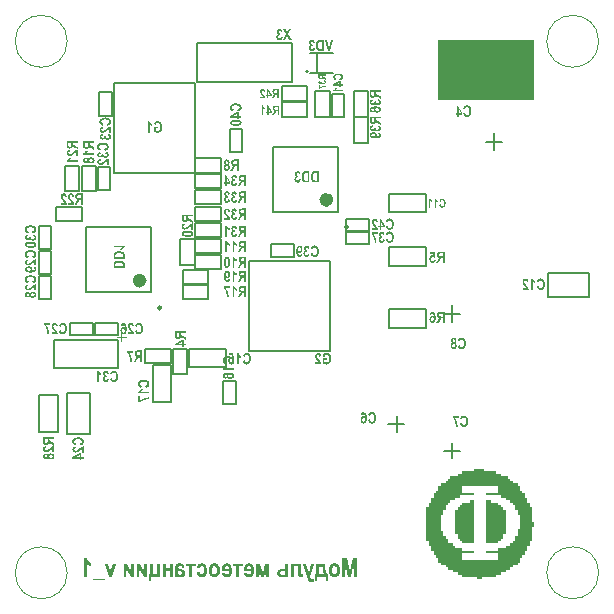
<source format=gbo>
G04*
G04 #@! TF.GenerationSoftware,Altium Limited,Altium Designer,22.7.1 (60)*
G04*
G04 Layer_Color=32896*
%FSLAX43Y43*%
%MOMM*%
G71*
G04*
G04 #@! TF.SameCoordinates,954B6AC0-D961-4D12-9847-DB1D38B5DF19*
G04*
G04*
G04 #@! TF.FilePolarity,Positive*
G04*
G01*
G75*
%ADD10C,0.200*%
%ADD11C,0.100*%
%ADD12C,0.250*%
%ADD13C,0.150*%
%ADD58C,0.600*%
%ADD101R,8.125X5.050*%
G36*
X40047Y11139D02*
X41063D01*
Y10936D01*
X41469D01*
Y10733D01*
X42079D01*
Y10529D01*
X42282D01*
Y10326D01*
X42485D01*
Y10123D01*
X42892D01*
Y9920D01*
X43095D01*
Y9717D01*
Y9513D01*
X43298D01*
Y9310D01*
X43501D01*
Y9107D01*
Y8904D01*
X43704D01*
Y8701D01*
Y8497D01*
X43908D01*
Y8294D01*
Y8091D01*
X44111D01*
Y7888D01*
Y7685D01*
Y7481D01*
Y7278D01*
Y7075D01*
Y6872D01*
X44314D01*
Y6669D01*
Y6465D01*
X44111D01*
Y6262D01*
Y6059D01*
Y5856D01*
Y5653D01*
Y5449D01*
Y5246D01*
X43908D01*
Y5043D01*
Y4840D01*
X43704D01*
Y4637D01*
Y4433D01*
X43501D01*
Y4230D01*
Y4027D01*
X43298D01*
Y3824D01*
X43095D01*
Y3621D01*
Y3417D01*
X42892D01*
Y3214D01*
X42485D01*
Y3011D01*
X42282D01*
Y2808D01*
X41876D01*
Y2605D01*
X41469D01*
Y2401D01*
X41063D01*
Y2198D01*
X39844D01*
Y1995D01*
X39437D01*
Y2198D01*
X38218D01*
Y2401D01*
X37812D01*
Y2605D01*
X37405D01*
Y2808D01*
X36999D01*
Y3011D01*
X36796D01*
Y3214D01*
X36389D01*
Y3417D01*
X36186D01*
Y3621D01*
Y3824D01*
X35983D01*
Y4027D01*
X35780D01*
Y4230D01*
Y4433D01*
X35576D01*
Y4637D01*
Y4840D01*
X35373D01*
Y5043D01*
Y5246D01*
X35170D01*
Y5449D01*
Y5653D01*
Y5856D01*
Y6059D01*
Y6262D01*
Y6465D01*
Y6669D01*
Y6872D01*
Y7075D01*
Y7278D01*
Y7481D01*
Y7685D01*
Y7888D01*
Y8091D01*
X35373D01*
Y8294D01*
Y8497D01*
X35576D01*
Y8701D01*
Y8904D01*
X35780D01*
Y9107D01*
Y9310D01*
X35983D01*
Y9513D01*
X36186D01*
Y9717D01*
Y9920D01*
X36389D01*
Y10123D01*
X36796D01*
Y10326D01*
X36999D01*
Y10529D01*
X37202D01*
Y10733D01*
X37812D01*
Y10936D01*
X38218D01*
Y11139D01*
X39234D01*
Y11342D01*
X40047D01*
Y11139D01*
D02*
G37*
G36*
X6427Y3716D02*
X6450Y3670D01*
X6475Y3628D01*
X6501Y3594D01*
X6524Y3563D01*
X6542Y3540D01*
X6556Y3526D01*
X6559Y3524D01*
X6561Y3522D01*
X6603Y3485D01*
X6642Y3455D01*
X6677Y3429D01*
X6709Y3408D01*
X6737Y3395D01*
X6755Y3383D01*
X6769Y3378D01*
X6771Y3376D01*
X6774D01*
Y3103D01*
X6709Y3133D01*
X6647Y3168D01*
X6593Y3207D01*
X6547Y3244D01*
X6526Y3260D01*
X6508Y3276D01*
X6491Y3293D01*
X6480Y3304D01*
X6468Y3316D01*
X6461Y3323D01*
X6457Y3327D01*
X6454Y3330D01*
Y2198D01*
X6207D01*
Y3767D01*
X6408D01*
X6427Y3716D01*
D02*
G37*
G36*
X14359Y3355D02*
X14414Y3346D01*
X14461Y3334D01*
X14498Y3320D01*
X14528Y3304D01*
X14549Y3293D01*
X14563Y3283D01*
X14567Y3281D01*
X14600Y3249D01*
X14627Y3209D01*
X14650Y3170D01*
X14667Y3128D01*
X14681Y3091D01*
X14687Y3075D01*
X14692Y3061D01*
X14694Y3050D01*
X14697Y3040D01*
X14699Y3036D01*
Y3034D01*
X14477Y2987D01*
X14468Y3015D01*
X14458Y3038D01*
X14447Y3059D01*
X14438Y3073D01*
X14431Y3084D01*
X14424Y3091D01*
X14419Y3096D01*
X14417Y3098D01*
X14401Y3108D01*
X14384Y3117D01*
X14350Y3124D01*
X14336Y3126D01*
X14324Y3128D01*
X14289D01*
X14269Y3126D01*
X14252Y3121D01*
X14239Y3119D01*
X14227Y3115D01*
X14220Y3110D01*
X14215Y3108D01*
X14213D01*
X14190Y3091D01*
X14174Y3078D01*
X14165Y3064D01*
X14162Y3061D01*
Y3059D01*
X14158Y3045D01*
X14153Y3029D01*
X14151Y3008D01*
Y2990D01*
X14148Y2969D01*
Y2953D01*
Y2943D01*
Y2939D01*
X14162Y2932D01*
X14178Y2925D01*
X14215Y2913D01*
X14255Y2899D01*
X14294Y2888D01*
X14331Y2878D01*
X14347Y2874D01*
X14361Y2872D01*
X14373Y2869D01*
X14382Y2867D01*
X14387Y2865D01*
X14389D01*
X14438Y2851D01*
X14482Y2837D01*
X14516Y2825D01*
X14544Y2811D01*
X14567Y2802D01*
X14583Y2793D01*
X14593Y2788D01*
X14595Y2786D01*
X14618Y2770D01*
X14637Y2751D01*
X14653Y2733D01*
X14667Y2714D01*
X14678Y2698D01*
X14685Y2684D01*
X14690Y2675D01*
X14692Y2673D01*
X14704Y2645D01*
X14713Y2617D01*
X14718Y2589D01*
X14722Y2564D01*
X14724Y2541D01*
X14727Y2522D01*
Y2511D01*
Y2506D01*
X14722Y2453D01*
X14713Y2404D01*
X14699Y2362D01*
X14683Y2328D01*
X14669Y2300D01*
X14655Y2279D01*
X14646Y2268D01*
X14641Y2263D01*
X14606Y2233D01*
X14569Y2210D01*
X14532Y2196D01*
X14498Y2184D01*
X14468Y2177D01*
X14442Y2175D01*
X14433Y2173D01*
X14419D01*
X14389Y2175D01*
X14361Y2180D01*
X14336Y2184D01*
X14313Y2191D01*
X14294Y2198D01*
X14278Y2205D01*
X14269Y2207D01*
X14266Y2210D01*
X14241Y2226D01*
X14215Y2242D01*
X14192Y2261D01*
X14171Y2279D01*
X14153Y2295D01*
X14141Y2309D01*
X14132Y2319D01*
X14130Y2321D01*
X14097Y2198D01*
X13854D01*
X13866Y2228D01*
X13875Y2256D01*
X13882Y2282D01*
X13889Y2305D01*
X13894Y2323D01*
X13896Y2339D01*
X13898Y2349D01*
Y2351D01*
X13903Y2381D01*
X13905Y2416D01*
X13908Y2453D01*
Y2487D01*
X13910Y2520D01*
Y2548D01*
Y2557D01*
Y2564D01*
Y2568D01*
Y2571D01*
X13908Y2920D01*
Y2957D01*
X13910Y2990D01*
Y3020D01*
X13912Y3047D01*
X13917Y3073D01*
X13919Y3094D01*
X13922Y3115D01*
X13926Y3131D01*
X13929Y3147D01*
X13933Y3158D01*
X13938Y3179D01*
X13942Y3189D01*
X13945Y3193D01*
X13959Y3221D01*
X13977Y3244D01*
X13998Y3265D01*
X14016Y3281D01*
X14035Y3295D01*
X14049Y3307D01*
X14058Y3311D01*
X14063Y3314D01*
X14095Y3327D01*
X14134Y3339D01*
X14174Y3346D01*
X14211Y3353D01*
X14246Y3355D01*
X14273Y3357D01*
X14299D01*
X14359Y3355D01*
D02*
G37*
G36*
X13676Y2198D02*
X13429D01*
Y2675D01*
X13079D01*
Y2198D01*
X12832D01*
Y3332D01*
X13079D01*
Y2918D01*
X13429D01*
Y3332D01*
X13676D01*
Y2198D01*
D02*
G37*
G36*
X29300D02*
X29059D01*
Y3432D01*
X28805Y2198D01*
X28557D01*
X28298Y3432D01*
Y2198D01*
X28057D01*
Y3762D01*
X28448D01*
X28680Y2691D01*
X28914Y3762D01*
X29300D01*
Y2198D01*
D02*
G37*
G36*
X11487D02*
X11251D01*
X10867Y2925D01*
Y2198D01*
X10631D01*
Y3332D01*
X10876D01*
X11251Y2619D01*
Y3332D01*
X11487D01*
Y2198D01*
D02*
G37*
G36*
X10386D02*
X10150D01*
X9766Y2925D01*
Y2198D01*
X9530D01*
Y3332D01*
X9775D01*
X10150Y2619D01*
Y3332D01*
X10386D01*
Y2198D01*
D02*
G37*
G36*
X8528D02*
X8306D01*
X7933Y3332D01*
X8185D01*
X8363Y2751D01*
X8417Y2559D01*
X8468Y2751D01*
X8641Y3332D01*
X8900D01*
X8528Y2198D01*
D02*
G37*
G36*
X21828D02*
X21615D01*
Y2943D01*
X21400Y2198D01*
X21192D01*
X20968Y2943D01*
Y2198D01*
X20755D01*
Y3332D01*
X21058D01*
X21294Y2541D01*
X21525Y3332D01*
X21828D01*
Y2198D01*
D02*
G37*
G36*
X25334Y2196D02*
X25345Y2152D01*
X25359Y2117D01*
X25371Y2087D01*
X25382Y2064D01*
X25394Y2045D01*
X25403Y2034D01*
X25408Y2027D01*
X25410Y2025D01*
X25429Y2008D01*
X25447Y1997D01*
X25466Y1988D01*
X25484Y1983D01*
X25501Y1978D01*
X25514Y1976D01*
X25526D01*
X25561Y1978D01*
X25593Y1983D01*
X25607Y1985D01*
X25619Y1988D01*
X25625Y1990D01*
X25628D01*
X25607Y1756D01*
X25556Y1745D01*
X25533Y1742D01*
X25512Y1740D01*
X25494Y1738D01*
X25468D01*
X25436Y1740D01*
X25406Y1742D01*
X25378Y1747D01*
X25355Y1754D01*
X25339Y1759D01*
X25325Y1763D01*
X25315Y1765D01*
X25313Y1768D01*
X25290Y1779D01*
X25269Y1793D01*
X25251Y1807D01*
X25234Y1821D01*
X25223Y1835D01*
X25214Y1844D01*
X25209Y1851D01*
X25207Y1853D01*
X25190Y1877D01*
X25177Y1904D01*
X25163Y1934D01*
X25149Y1962D01*
X25140Y1988D01*
X25130Y2011D01*
X25126Y2025D01*
X25123Y2027D01*
Y2029D01*
X25061Y2240D01*
X24732Y3332D01*
X24987D01*
X25204Y2524D01*
X25426Y3332D01*
X25688D01*
X25334Y2196D01*
D02*
G37*
G36*
X12591Y2198D02*
X11851D01*
Y1897D01*
X11652D01*
Y2439D01*
X11746D01*
Y3332D01*
X11994D01*
Y2441D01*
X12343D01*
Y3332D01*
X12591D01*
Y2198D01*
D02*
G37*
G36*
X16182Y3355D02*
X16217Y3351D01*
X16249Y3344D01*
X16282Y3334D01*
X16337Y3309D01*
X16360Y3295D01*
X16384Y3281D01*
X16404Y3267D01*
X16421Y3253D01*
X16437Y3239D01*
X16448Y3228D01*
X16458Y3219D01*
X16465Y3212D01*
X16469Y3207D01*
X16472Y3205D01*
X16492Y3175D01*
X16511Y3142D01*
X16529Y3108D01*
X16543Y3071D01*
X16564Y2997D01*
X16578Y2925D01*
X16585Y2892D01*
X16587Y2860D01*
X16590Y2832D01*
X16592Y2809D01*
X16594Y2788D01*
Y2774D01*
Y2763D01*
Y2760D01*
X16592Y2717D01*
X16590Y2673D01*
X16578Y2594D01*
X16569Y2557D01*
X16559Y2522D01*
X16550Y2490D01*
X16539Y2462D01*
X16529Y2434D01*
X16520Y2411D01*
X16511Y2393D01*
X16502Y2374D01*
X16495Y2362D01*
X16490Y2351D01*
X16485Y2346D01*
Y2344D01*
X16465Y2314D01*
X16439Y2288D01*
X16414Y2265D01*
X16386Y2244D01*
X16358Y2228D01*
X16330Y2214D01*
X16303Y2203D01*
X16275Y2194D01*
X16226Y2182D01*
X16203Y2177D01*
X16185Y2175D01*
X16168D01*
X16157Y2173D01*
X16148D01*
X16115Y2175D01*
X16085Y2177D01*
X16027Y2191D01*
X15976Y2210D01*
X15930Y2238D01*
X15891Y2268D01*
X15856Y2302D01*
X15826Y2339D01*
X15800Y2379D01*
X15777Y2416D01*
X15759Y2453D01*
X15745Y2487D01*
X15736Y2518D01*
X15726Y2545D01*
X15722Y2564D01*
X15717Y2578D01*
Y2582D01*
X15960Y2633D01*
X15969Y2592D01*
X15979Y2555D01*
X15990Y2527D01*
X16002Y2504D01*
X16011Y2485D01*
X16020Y2474D01*
X16025Y2467D01*
X16027Y2464D01*
X16043Y2448D01*
X16062Y2437D01*
X16083Y2430D01*
X16099Y2425D01*
X16115Y2420D01*
X16127Y2418D01*
X16138D01*
X16173Y2423D01*
X16201Y2432D01*
X16229Y2443D01*
X16249Y2460D01*
X16266Y2474D01*
X16279Y2487D01*
X16286Y2497D01*
X16289Y2499D01*
X16298Y2515D01*
X16307Y2536D01*
X16319Y2578D01*
X16328Y2626D01*
X16335Y2673D01*
X16340Y2717D01*
Y2735D01*
X16342Y2751D01*
Y2765D01*
Y2774D01*
Y2781D01*
Y2784D01*
Y2816D01*
X16340Y2848D01*
X16337Y2876D01*
X16333Y2902D01*
X16328Y2925D01*
X16323Y2946D01*
X16314Y2983D01*
X16305Y3008D01*
X16296Y3029D01*
X16289Y3038D01*
X16286Y3043D01*
X16263Y3068D01*
X16240Y3089D01*
X16215Y3103D01*
X16192Y3112D01*
X16173Y3117D01*
X16155Y3121D01*
X16141D01*
X16115Y3119D01*
X16092Y3115D01*
X16074Y3105D01*
X16055Y3094D01*
X16025Y3066D01*
X16004Y3034D01*
X15988Y2999D01*
X15979Y2971D01*
X15974Y2959D01*
Y2950D01*
X15972Y2946D01*
Y2943D01*
X15729Y2997D01*
X15738Y3031D01*
X15750Y3061D01*
X15759Y3091D01*
X15773Y3119D01*
X15796Y3165D01*
X15821Y3202D01*
X15844Y3233D01*
X15863Y3253D01*
X15875Y3265D01*
X15877Y3270D01*
X15879D01*
X15921Y3300D01*
X15962Y3320D01*
X16009Y3337D01*
X16050Y3346D01*
X16087Y3353D01*
X16104Y3355D01*
X16117D01*
X16129Y3357D01*
X16145D01*
X16182Y3355D01*
D02*
G37*
G36*
X20185D02*
X20218Y3351D01*
X20248Y3344D01*
X20276Y3334D01*
X20324Y3311D01*
X20368Y3286D01*
X20401Y3258D01*
X20414Y3246D01*
X20426Y3235D01*
X20435Y3226D01*
X20442Y3219D01*
X20445Y3214D01*
X20447Y3212D01*
X20470Y3179D01*
X20491Y3142D01*
X20507Y3105D01*
X20523Y3068D01*
X20535Y3031D01*
X20546Y2992D01*
X20563Y2920D01*
X20567Y2888D01*
X20572Y2858D01*
X20574Y2830D01*
X20576Y2804D01*
X20579Y2786D01*
Y2770D01*
Y2760D01*
Y2758D01*
X20576Y2705D01*
X20574Y2656D01*
X20567Y2610D01*
X20558Y2566D01*
X20549Y2527D01*
X20537Y2490D01*
X20526Y2455D01*
X20512Y2425D01*
X20500Y2400D01*
X20489Y2374D01*
X20477Y2356D01*
X20468Y2339D01*
X20458Y2325D01*
X20451Y2316D01*
X20449Y2312D01*
X20447Y2309D01*
X20426Y2286D01*
X20401Y2265D01*
X20377Y2247D01*
X20350Y2231D01*
X20324Y2217D01*
X20299Y2205D01*
X20246Y2189D01*
X20202Y2180D01*
X20181Y2177D01*
X20165Y2175D01*
X20148Y2173D01*
X20130D01*
X20077Y2177D01*
X20028Y2187D01*
X19984Y2198D01*
X19947Y2214D01*
X19917Y2228D01*
X19896Y2242D01*
X19882Y2251D01*
X19878Y2254D01*
X19841Y2288D01*
X19811Y2328D01*
X19783Y2372D01*
X19762Y2413D01*
X19743Y2450D01*
X19736Y2467D01*
X19732Y2480D01*
X19727Y2492D01*
X19725Y2501D01*
X19723Y2506D01*
Y2508D01*
X19968Y2559D01*
X19977Y2531D01*
X19986Y2506D01*
X19998Y2485D01*
X20010Y2467D01*
X20023Y2450D01*
X20037Y2437D01*
X20051Y2425D01*
X20063Y2418D01*
X20088Y2406D01*
X20109Y2400D01*
X20123Y2397D01*
X20128D01*
X20158Y2400D01*
X20183Y2409D01*
X20209Y2420D01*
X20229Y2434D01*
X20246Y2446D01*
X20257Y2457D01*
X20266Y2467D01*
X20269Y2469D01*
X20287Y2499D01*
X20301Y2534D01*
X20313Y2568D01*
X20320Y2603D01*
X20324Y2633D01*
X20327Y2656D01*
Y2666D01*
Y2673D01*
Y2677D01*
Y2680D01*
X19711D01*
Y2712D01*
X19713Y2772D01*
X19716Y2828D01*
X19723Y2881D01*
X19732Y2929D01*
X19741Y2973D01*
X19753Y3013D01*
X19764Y3050D01*
X19776Y3084D01*
X19787Y3112D01*
X19799Y3138D01*
X19811Y3161D01*
X19820Y3177D01*
X19829Y3191D01*
X19836Y3202D01*
X19838Y3207D01*
X19841Y3209D01*
X19864Y3235D01*
X19887Y3258D01*
X19912Y3279D01*
X19938Y3295D01*
X19963Y3309D01*
X19989Y3320D01*
X20040Y3339D01*
X20084Y3351D01*
X20104Y3353D01*
X20121Y3355D01*
X20134Y3357D01*
X20153D01*
X20185Y3355D01*
D02*
G37*
G36*
X18309D02*
X18341Y3351D01*
X18371Y3344D01*
X18399Y3334D01*
X18448Y3311D01*
X18492Y3286D01*
X18524Y3258D01*
X18538Y3246D01*
X18549Y3235D01*
X18559Y3226D01*
X18566Y3219D01*
X18568Y3214D01*
X18570Y3212D01*
X18593Y3179D01*
X18614Y3142D01*
X18630Y3105D01*
X18647Y3068D01*
X18658Y3031D01*
X18670Y2992D01*
X18686Y2920D01*
X18691Y2888D01*
X18695Y2858D01*
X18698Y2830D01*
X18700Y2804D01*
X18702Y2786D01*
Y2770D01*
Y2760D01*
Y2758D01*
X18700Y2705D01*
X18698Y2656D01*
X18691Y2610D01*
X18681Y2566D01*
X18672Y2527D01*
X18660Y2490D01*
X18649Y2455D01*
X18635Y2425D01*
X18623Y2400D01*
X18612Y2374D01*
X18600Y2356D01*
X18591Y2339D01*
X18582Y2325D01*
X18575Y2316D01*
X18573Y2312D01*
X18570Y2309D01*
X18549Y2286D01*
X18524Y2265D01*
X18501Y2247D01*
X18473Y2231D01*
X18448Y2217D01*
X18422Y2205D01*
X18369Y2189D01*
X18325Y2180D01*
X18304Y2177D01*
X18288Y2175D01*
X18272Y2173D01*
X18253D01*
X18200Y2177D01*
X18151Y2187D01*
X18107Y2198D01*
X18070Y2214D01*
X18040Y2228D01*
X18020Y2242D01*
X18006Y2251D01*
X18001Y2254D01*
X17964Y2288D01*
X17934Y2328D01*
X17906Y2372D01*
X17885Y2413D01*
X17867Y2450D01*
X17860Y2467D01*
X17855Y2480D01*
X17851Y2492D01*
X17848Y2501D01*
X17846Y2506D01*
Y2508D01*
X18091Y2559D01*
X18101Y2531D01*
X18110Y2506D01*
X18121Y2485D01*
X18133Y2467D01*
X18147Y2450D01*
X18161Y2437D01*
X18175Y2425D01*
X18186Y2418D01*
X18212Y2406D01*
X18232Y2400D01*
X18246Y2397D01*
X18251D01*
X18281Y2400D01*
X18306Y2409D01*
X18332Y2420D01*
X18353Y2434D01*
X18369Y2446D01*
X18381Y2457D01*
X18390Y2467D01*
X18392Y2469D01*
X18411Y2499D01*
X18424Y2534D01*
X18436Y2568D01*
X18443Y2603D01*
X18448Y2633D01*
X18450Y2656D01*
Y2666D01*
Y2673D01*
Y2677D01*
Y2680D01*
X17834D01*
Y2712D01*
X17837Y2772D01*
X17839Y2828D01*
X17846Y2881D01*
X17855Y2929D01*
X17865Y2973D01*
X17876Y3013D01*
X17888Y3050D01*
X17899Y3084D01*
X17911Y3112D01*
X17922Y3138D01*
X17934Y3161D01*
X17943Y3177D01*
X17952Y3191D01*
X17959Y3202D01*
X17962Y3207D01*
X17964Y3209D01*
X17987Y3235D01*
X18010Y3258D01*
X18036Y3279D01*
X18061Y3295D01*
X18087Y3309D01*
X18112Y3320D01*
X18163Y3339D01*
X18207Y3351D01*
X18228Y3353D01*
X18244Y3355D01*
X18258Y3357D01*
X18276D01*
X18309Y3355D01*
D02*
G37*
G36*
X23430Y2198D02*
X22886D01*
X22823Y2203D01*
X22768Y2212D01*
X22721Y2228D01*
X22682Y2249D01*
X22647Y2275D01*
X22617Y2302D01*
X22594Y2332D01*
X22576Y2362D01*
X22562Y2393D01*
X22550Y2423D01*
X22543Y2450D01*
X22536Y2476D01*
X22534Y2497D01*
X22532Y2513D01*
Y2522D01*
Y2527D01*
X22534Y2571D01*
X22543Y2612D01*
X22555Y2652D01*
X22566Y2686D01*
X22580Y2714D01*
X22592Y2735D01*
X22601Y2749D01*
X22603Y2754D01*
X22617Y2772D01*
X22636Y2791D01*
X22659Y2804D01*
X22682Y2816D01*
X22733Y2837D01*
X22786Y2848D01*
X22835Y2858D01*
X22858Y2860D01*
X22876D01*
X22893Y2862D01*
X23182D01*
Y3332D01*
X23430D01*
Y2198D01*
D02*
G37*
G36*
X19621Y3096D02*
X19322D01*
Y2198D01*
X19075D01*
Y3096D01*
X18776D01*
Y3332D01*
X19621D01*
Y3096D01*
D02*
G37*
G36*
X15652D02*
X15354D01*
Y2198D01*
X15106D01*
Y3096D01*
X14808D01*
Y3332D01*
X15652D01*
Y3096D01*
D02*
G37*
G36*
X24508Y2585D02*
Y2548D01*
X24510Y2518D01*
X24512Y2494D01*
X24515Y2476D01*
X24519Y2464D01*
X24522Y2455D01*
X24524Y2450D01*
Y2448D01*
X24531Y2439D01*
X24538Y2432D01*
X24559Y2423D01*
X24568Y2420D01*
X24575Y2418D01*
X24681D01*
Y2198D01*
X24642Y2191D01*
X24610Y2187D01*
X24584Y2184D01*
X24563Y2182D01*
X24547Y2180D01*
X24503D01*
X24480Y2182D01*
X24462D01*
X24445Y2184D01*
X24434Y2187D01*
X24425D01*
X24420Y2189D01*
X24418D01*
X24404Y2194D01*
X24388Y2201D01*
X24362Y2221D01*
X24353Y2228D01*
X24344Y2238D01*
X24339Y2242D01*
X24337Y2244D01*
X24323Y2263D01*
X24309Y2284D01*
X24293Y2325D01*
X24286Y2344D01*
X24281Y2358D01*
X24279Y2369D01*
Y2372D01*
X24272Y2404D01*
X24267Y2439D01*
X24265Y2474D01*
X24263Y2506D01*
X24260Y2534D01*
Y2557D01*
Y2566D01*
Y2573D01*
Y2575D01*
Y2578D01*
Y3096D01*
X23929D01*
Y2198D01*
X23682D01*
Y3332D01*
X24508D01*
Y2585D01*
D02*
G37*
G36*
X27433Y3355D02*
X27479Y3346D01*
X27518Y3337D01*
X27555Y3323D01*
X27583Y3311D01*
X27606Y3300D01*
X27620Y3290D01*
X27622Y3288D01*
X27625D01*
X27662Y3260D01*
X27696Y3226D01*
X27727Y3193D01*
X27752Y3158D01*
X27770Y3128D01*
X27787Y3105D01*
X27791Y3096D01*
X27796Y3089D01*
X27798Y3084D01*
Y3082D01*
X27819Y3029D01*
X27835Y2978D01*
X27847Y2927D01*
X27854Y2878D01*
X27858Y2839D01*
X27861Y2823D01*
X27863Y2807D01*
Y2795D01*
Y2786D01*
Y2781D01*
Y2779D01*
X27861Y2726D01*
X27856Y2677D01*
X27851Y2629D01*
X27842Y2587D01*
X27831Y2545D01*
X27819Y2508D01*
X27808Y2476D01*
X27794Y2446D01*
X27782Y2418D01*
X27770Y2395D01*
X27759Y2376D01*
X27747Y2360D01*
X27738Y2346D01*
X27733Y2337D01*
X27729Y2332D01*
X27727Y2330D01*
X27701Y2302D01*
X27673Y2279D01*
X27643Y2258D01*
X27615Y2240D01*
X27585Y2224D01*
X27558Y2212D01*
X27504Y2194D01*
X27479Y2187D01*
X27456Y2182D01*
X27435Y2177D01*
X27419Y2175D01*
X27405Y2173D01*
X27384D01*
X27335Y2175D01*
X27292Y2184D01*
X27252Y2196D01*
X27215Y2207D01*
X27187Y2221D01*
X27164Y2231D01*
X27150Y2240D01*
X27148Y2242D01*
X27146D01*
X27106Y2272D01*
X27072Y2305D01*
X27042Y2342D01*
X27016Y2376D01*
X26998Y2406D01*
X26981Y2432D01*
X26977Y2441D01*
X26972Y2448D01*
X26970Y2453D01*
Y2455D01*
X26947Y2508D01*
X26931Y2564D01*
X26919Y2617D01*
X26912Y2666D01*
X26905Y2707D01*
Y2726D01*
X26903Y2740D01*
Y2754D01*
Y2763D01*
Y2767D01*
Y2770D01*
X26905Y2814D01*
X26907Y2855D01*
X26924Y2934D01*
X26933Y2971D01*
X26944Y3003D01*
X26956Y3036D01*
X26968Y3064D01*
X26979Y3091D01*
X26991Y3115D01*
X27002Y3133D01*
X27012Y3152D01*
X27021Y3163D01*
X27028Y3175D01*
X27030Y3179D01*
X27032Y3182D01*
X27058Y3212D01*
X27083Y3239D01*
X27111Y3263D01*
X27141Y3283D01*
X27171Y3300D01*
X27199Y3314D01*
X27229Y3327D01*
X27257Y3337D01*
X27282Y3344D01*
X27305Y3348D01*
X27329Y3353D01*
X27347Y3355D01*
X27363Y3357D01*
X27384D01*
X27433Y3355D01*
D02*
G37*
G36*
X17263D02*
X17309Y3346D01*
X17348Y3337D01*
X17386Y3323D01*
X17413Y3311D01*
X17436Y3300D01*
X17450Y3290D01*
X17453Y3288D01*
X17455D01*
X17492Y3260D01*
X17527Y3226D01*
X17557Y3193D01*
X17582Y3158D01*
X17601Y3128D01*
X17617Y3105D01*
X17622Y3096D01*
X17626Y3089D01*
X17628Y3084D01*
Y3082D01*
X17649Y3029D01*
X17666Y2978D01*
X17677Y2927D01*
X17684Y2878D01*
X17689Y2839D01*
X17691Y2823D01*
X17693Y2807D01*
Y2795D01*
Y2786D01*
Y2781D01*
Y2779D01*
X17691Y2726D01*
X17686Y2677D01*
X17682Y2629D01*
X17672Y2587D01*
X17661Y2545D01*
X17649Y2508D01*
X17638Y2476D01*
X17624Y2446D01*
X17612Y2418D01*
X17601Y2395D01*
X17589Y2376D01*
X17578Y2360D01*
X17568Y2346D01*
X17564Y2337D01*
X17559Y2332D01*
X17557Y2330D01*
X17531Y2302D01*
X17504Y2279D01*
X17473Y2258D01*
X17446Y2240D01*
X17416Y2224D01*
X17388Y2212D01*
X17335Y2194D01*
X17309Y2187D01*
X17286Y2182D01*
X17265Y2177D01*
X17249Y2175D01*
X17235Y2173D01*
X17214D01*
X17166Y2175D01*
X17122Y2184D01*
X17082Y2196D01*
X17045Y2207D01*
X17018Y2221D01*
X16994Y2231D01*
X16981Y2240D01*
X16978Y2242D01*
X16976D01*
X16937Y2272D01*
X16902Y2305D01*
X16872Y2342D01*
X16846Y2376D01*
X16828Y2406D01*
X16812Y2432D01*
X16807Y2441D01*
X16802Y2448D01*
X16800Y2453D01*
Y2455D01*
X16777Y2508D01*
X16761Y2564D01*
X16749Y2617D01*
X16742Y2666D01*
X16735Y2707D01*
Y2726D01*
X16733Y2740D01*
Y2754D01*
Y2763D01*
Y2767D01*
Y2770D01*
X16735Y2814D01*
X16738Y2855D01*
X16754Y2934D01*
X16763Y2971D01*
X16775Y3003D01*
X16786Y3036D01*
X16798Y3064D01*
X16809Y3091D01*
X16821Y3115D01*
X16832Y3133D01*
X16842Y3152D01*
X16851Y3163D01*
X16858Y3175D01*
X16860Y3179D01*
X16863Y3182D01*
X16888Y3212D01*
X16913Y3239D01*
X16941Y3263D01*
X16971Y3283D01*
X17001Y3300D01*
X17029Y3314D01*
X17059Y3327D01*
X17087Y3337D01*
X17112Y3344D01*
X17136Y3348D01*
X17159Y3353D01*
X17177Y3355D01*
X17193Y3357D01*
X17214D01*
X17263Y3355D01*
D02*
G37*
G36*
X7926Y1925D02*
X6901D01*
Y2034D01*
X7926D01*
Y1925D01*
D02*
G37*
G36*
X26590Y3270D02*
Y3209D01*
X26595Y3154D01*
X26597Y3098D01*
X26602Y3047D01*
X26607Y2999D01*
X26611Y2950D01*
X26616Y2906D01*
X26620Y2865D01*
X26627Y2825D01*
X26641Y2754D01*
X26653Y2691D01*
X26667Y2636D01*
X26681Y2587D01*
X26694Y2548D01*
X26706Y2515D01*
X26718Y2490D01*
X26727Y2471D01*
X26734Y2457D01*
X26738Y2450D01*
X26741Y2448D01*
X26840D01*
Y1897D01*
X26641D01*
Y2198D01*
X25938D01*
Y1897D01*
X25739D01*
Y2448D01*
X25838D01*
Y3332D01*
X26588D01*
X26590Y3270D01*
D02*
G37*
G36*
X26019Y21154D02*
X26038Y21153D01*
X26074Y21145D01*
X26105Y21135D01*
X26130Y21122D01*
X26151Y21109D01*
X26158Y21102D01*
X26165Y21098D01*
X26171Y21094D01*
X26175Y21090D01*
X26177Y21088D01*
X26178Y21087D01*
X26191Y21073D01*
X26201Y21059D01*
X26219Y21025D01*
X26233Y20989D01*
X26243Y20956D01*
X26247Y20939D01*
X26251Y20923D01*
X26253Y20909D01*
X26256Y20898D01*
X26257Y20888D01*
Y20881D01*
X26258Y20875D01*
Y20874D01*
X26109Y20854D01*
X26106Y20881D01*
X26102Y20903D01*
X26096Y20923D01*
X26089Y20940D01*
X26081Y20956D01*
X26072Y20967D01*
X26062Y20977D01*
X26053Y20985D01*
X26043Y20991D01*
X26034Y20995D01*
X26017Y21001D01*
X26012Y21002D01*
X26006Y21004D01*
X26002D01*
X25986Y21002D01*
X25971Y20998D01*
X25958Y20994D01*
X25948Y20988D01*
X25940Y20981D01*
X25934Y20977D01*
X25930Y20973D01*
X25929Y20971D01*
X25919Y20958D01*
X25912Y20943D01*
X25907Y20927D01*
X25903Y20912D01*
X25902Y20898D01*
X25900Y20887D01*
Y20879D01*
Y20878D01*
Y20877D01*
X25902Y20856D01*
X25906Y20834D01*
X25912Y20815D01*
X25917Y20798D01*
X25923Y20782D01*
X25929Y20771D01*
X25933Y20764D01*
X25934Y20761D01*
X25940Y20753D01*
X25947Y20743D01*
X25964Y20720D01*
X25984Y20696D01*
X26005Y20671D01*
X26024Y20647D01*
X26033Y20636D01*
X26041Y20627D01*
X26047Y20620D01*
X26053Y20614D01*
X26055Y20610D01*
X26057Y20609D01*
X26079Y20583D01*
X26099Y20558D01*
X26119Y20536D01*
X26136Y20514D01*
X26151Y20493D01*
X26164Y20475D01*
X26177Y20458D01*
X26187Y20442D01*
X26196Y20428D01*
X26205Y20417D01*
X26210Y20406D01*
X26216Y20397D01*
X26220Y20390D01*
X26222Y20386D01*
X26225Y20383D01*
Y20382D01*
X26239Y20349D01*
X26250Y20317D01*
X26260Y20286D01*
X26265Y20259D01*
X26270Y20235D01*
X26273Y20225D01*
X26274Y20217D01*
Y20210D01*
X26275Y20204D01*
Y20201D01*
Y20200D01*
X25750D01*
Y20369D01*
X26048D01*
X26038Y20387D01*
X26029Y20403D01*
X26024Y20409D01*
X26020Y20414D01*
X26019Y20417D01*
X26017Y20419D01*
X26007Y20431D01*
X25995Y20447D01*
X25979Y20464D01*
X25964Y20482D01*
X25950Y20499D01*
X25937Y20513D01*
X25933Y20519D01*
X25929Y20523D01*
X25927Y20524D01*
X25926Y20526D01*
X25899Y20557D01*
X25876Y20585D01*
X25857Y20609D01*
X25841Y20630D01*
X25830Y20645D01*
X25821Y20658D01*
X25817Y20665D01*
X25816Y20668D01*
X25804Y20689D01*
X25793Y20709D01*
X25785Y20727D01*
X25778Y20744D01*
X25773Y20758D01*
X25769Y20768D01*
X25766Y20775D01*
Y20778D01*
X25761Y20799D01*
X25757Y20819D01*
X25754Y20839D01*
X25751Y20856D01*
Y20871D01*
X25750Y20882D01*
Y20889D01*
Y20892D01*
Y20912D01*
X25752Y20930D01*
X25759Y20964D01*
X25769Y20995D01*
X25781Y21022D01*
X25793Y21044D01*
X25799Y21054D01*
X25803Y21061D01*
X25807Y21067D01*
X25810Y21071D01*
X25812Y21074D01*
X25813Y21075D01*
X25826Y21090D01*
X25838Y21102D01*
X25852Y21112D01*
X25868Y21122D01*
X25883Y21130D01*
X25899Y21136D01*
X25929Y21146D01*
X25957Y21152D01*
X25968Y21153D01*
X25979Y21154D01*
X25988Y21156D01*
X25999D01*
X26019Y21154D01*
D02*
G37*
G36*
X26755Y21166D02*
X26793Y21160D01*
X26827Y21150D01*
X26856Y21140D01*
X26869Y21135D01*
X26880Y21130D01*
X26890Y21125D01*
X26897Y21121D01*
X26904Y21118D01*
X26908Y21115D01*
X26911Y21112D01*
X26913D01*
X26942Y21090D01*
X26969Y21063D01*
X26991Y21036D01*
X27011Y21008D01*
X27027Y20984D01*
X27034Y20974D01*
X27038Y20964D01*
X27042Y20957D01*
X27045Y20951D01*
X27048Y20947D01*
Y20946D01*
X27065Y20902D01*
X27077Y20857D01*
X27087Y20812D01*
X27093Y20770D01*
X27096Y20750D01*
X27097Y20733D01*
X27099Y20716D01*
Y20703D01*
X27100Y20692D01*
Y20684D01*
Y20678D01*
Y20676D01*
X27097Y20622D01*
X27092Y20571D01*
X27089Y20547D01*
X27084Y20526D01*
X27079Y20504D01*
X27075Y20486D01*
X27070Y20469D01*
X27065Y20454D01*
X27061Y20441D01*
X27058Y20430D01*
X27053Y20421D01*
X27052Y20416D01*
X27049Y20411D01*
Y20410D01*
X27028Y20371D01*
X27006Y20337D01*
X26982Y20307D01*
X26959Y20283D01*
X26939Y20265D01*
X26922Y20252D01*
X26917Y20247D01*
X26913Y20244D01*
X26910Y20242D01*
X26908Y20241D01*
X26874Y20223D01*
X26839Y20208D01*
X26804Y20199D01*
X26773Y20192D01*
X26759Y20189D01*
X26745Y20187D01*
X26733Y20186D01*
X26724D01*
X26715Y20184D01*
X26704D01*
X26669Y20186D01*
X26635Y20192D01*
X26602Y20199D01*
X26574Y20206D01*
X26550Y20214D01*
X26540Y20217D01*
X26530Y20220D01*
X26525Y20223D01*
X26519Y20225D01*
X26516Y20227D01*
X26515D01*
X26481Y20244D01*
X26452Y20262D01*
X26428Y20279D01*
X26406Y20296D01*
X26390Y20310D01*
X26378Y20321D01*
X26371Y20328D01*
X26368Y20331D01*
Y20710D01*
X26708D01*
Y20550D01*
X26528D01*
Y20430D01*
X26543Y20416D01*
X26559Y20404D01*
X26574Y20395D01*
X26587Y20386D01*
X26600Y20379D01*
X26609Y20375D01*
X26615Y20372D01*
X26618Y20371D01*
X26636Y20364D01*
X26653Y20358D01*
X26670Y20355D01*
X26684Y20352D01*
X26695Y20351D01*
X26704Y20349D01*
X26712D01*
X26731Y20351D01*
X26748Y20352D01*
X26779Y20361D01*
X26807Y20373D01*
X26829Y20387D01*
X26846Y20402D01*
X26859Y20414D01*
X26867Y20423D01*
X26869Y20424D01*
X26870Y20426D01*
X26882Y20444D01*
X26891Y20462D01*
X26908Y20504D01*
X26920Y20548D01*
X26928Y20590D01*
X26931Y20609D01*
X26932Y20627D01*
X26935Y20644D01*
Y20658D01*
X26936Y20669D01*
Y20679D01*
Y20685D01*
Y20686D01*
X26935Y20716D01*
X26934Y20743D01*
X26931Y20768D01*
X26927Y20792D01*
X26922Y20813D01*
X26917Y20833D01*
X26911Y20850D01*
X26905Y20865D01*
X26900Y20879D01*
X26894Y20892D01*
X26889Y20902D01*
X26884Y20910D01*
X26880Y20916D01*
X26877Y20920D01*
X26874Y20923D01*
Y20925D01*
X26862Y20939D01*
X26849Y20951D01*
X26836Y20961D01*
X26822Y20970D01*
X26795Y20984D01*
X26769Y20994D01*
X26746Y20999D01*
X26736Y21001D01*
X26728Y21002D01*
X26721Y21004D01*
X26711D01*
X26687Y21002D01*
X26666Y20998D01*
X26647Y20991D01*
X26631Y20984D01*
X26618Y20977D01*
X26608Y20970D01*
X26601Y20965D01*
X26600Y20964D01*
X26584Y20949D01*
X26570Y20930D01*
X26559Y20910D01*
X26550Y20894D01*
X26543Y20877D01*
X26539Y20864D01*
X26536Y20854D01*
X26535Y20853D01*
Y20851D01*
X26378Y20887D01*
X26384Y20912D01*
X26390Y20936D01*
X26398Y20957D01*
X26406Y20978D01*
X26415Y20996D01*
X26425Y21013D01*
X26433Y21029D01*
X26443Y21043D01*
X26452Y21056D01*
X26460Y21067D01*
X26468Y21075D01*
X26474Y21084D01*
X26480Y21090D01*
X26484Y21094D01*
X26487Y21095D01*
X26488Y21097D01*
X26504Y21109D01*
X26522Y21121D01*
X26540Y21130D01*
X26559Y21139D01*
X26595Y21152D01*
X26632Y21160D01*
X26647Y21163D01*
X26663Y21164D01*
X26677Y21166D01*
X26688Y21167D01*
X26698Y21168D01*
X26712D01*
X26755Y21166D01*
D02*
G37*
G36*
X35684Y24654D02*
X35706Y24652D01*
X35726Y24645D01*
X35746Y24637D01*
X35781Y24619D01*
X35796Y24609D01*
X35810Y24598D01*
X35823Y24587D01*
X35834Y24577D01*
X35844Y24567D01*
X35853Y24559D01*
X35858Y24551D01*
X35863Y24546D01*
X35865Y24542D01*
X35867Y24540D01*
X35881Y24518D01*
X35892Y24491D01*
X35904Y24463D01*
X35912Y24433D01*
X35926Y24371D01*
X35936Y24309D01*
X35939Y24279D01*
X35942Y24253D01*
X35943Y24229D01*
X35944Y24206D01*
X35946Y24189D01*
Y24175D01*
Y24167D01*
Y24165D01*
Y24164D01*
X35944Y24117D01*
X35943Y24074D01*
X35939Y24034D01*
X35935Y23997D01*
X35927Y23964D01*
X35922Y23934D01*
X35915Y23906D01*
X35908Y23882D01*
X35901Y23861D01*
X35894Y23844D01*
X35887Y23828D01*
X35881Y23816D01*
X35877Y23807D01*
X35873Y23800D01*
X35871Y23796D01*
X35870Y23794D01*
X35854Y23775D01*
X35839Y23758D01*
X35823Y23744D01*
X35806Y23731D01*
X35791Y23720D01*
X35774Y23711D01*
X35758Y23704D01*
X35743Y23699D01*
X35716Y23690D01*
X35705Y23687D01*
X35695Y23686D01*
X35686D01*
X35681Y23684D01*
X35675D01*
X35655Y23686D01*
X35637Y23689D01*
X35619Y23693D01*
X35602Y23697D01*
X35571Y23711D01*
X35545Y23727D01*
X35524Y23742D01*
X35516Y23749D01*
X35509Y23756D01*
X35503Y23761D01*
X35499Y23765D01*
X35498Y23768D01*
X35496Y23769D01*
X35483Y23786D01*
X35472Y23804D01*
X35462Y23823D01*
X35454Y23842D01*
X35441Y23882D01*
X35431Y23919D01*
X35428Y23937D01*
X35427Y23952D01*
X35426Y23968D01*
X35424Y23981D01*
X35423Y23990D01*
Y23997D01*
Y24003D01*
Y24004D01*
X35424Y24030D01*
X35426Y24055D01*
X35428Y24078D01*
X35434Y24100D01*
X35438Y24120D01*
X35444Y24138D01*
X35451Y24155D01*
X35457Y24171D01*
X35464Y24185D01*
X35469Y24198D01*
X35476Y24208D01*
X35481Y24216D01*
X35485Y24223D01*
X35489Y24227D01*
X35490Y24230D01*
X35492Y24231D01*
X35505Y24247D01*
X35519Y24260D01*
X35531Y24271D01*
X35545Y24281D01*
X35558Y24289D01*
X35572Y24296D01*
X35596Y24306D01*
X35619Y24313D01*
X35627Y24315D01*
X35636Y24316D01*
X35643Y24317D01*
X35651D01*
X35667Y24316D01*
X35681Y24315D01*
X35695Y24310D01*
X35706Y24308D01*
X35715Y24303D01*
X35723Y24299D01*
X35727Y24298D01*
X35729Y24296D01*
X35741Y24288D01*
X35753Y24278D01*
X35763Y24268D01*
X35772Y24258D01*
X35779Y24250D01*
X35785Y24243D01*
X35789Y24237D01*
X35791Y24236D01*
X35789Y24265D01*
X35787Y24292D01*
X35784Y24316D01*
X35781Y24337D01*
X35778Y24357D01*
X35774Y24375D01*
X35771Y24391D01*
X35767Y24405D01*
X35764Y24416D01*
X35761Y24426D01*
X35757Y24434D01*
X35756Y24440D01*
X35753Y24446D01*
X35751Y24449D01*
X35750Y24451D01*
X35737Y24470D01*
X35723Y24482D01*
X35710Y24492D01*
X35698Y24498D01*
X35686Y24502D01*
X35678Y24504D01*
X35671Y24505D01*
X35670D01*
X35657Y24504D01*
X35644Y24501D01*
X35634Y24495D01*
X35624Y24488D01*
X35609Y24471D01*
X35599Y24453D01*
X35591Y24433D01*
X35586Y24416D01*
X35585Y24409D01*
X35584Y24403D01*
Y24401D01*
Y24399D01*
X35438Y24419D01*
X35447Y24461D01*
X35457Y24496D01*
X35469Y24528D01*
X35482Y24553D01*
X35495Y24571D01*
X35505Y24585D01*
X35512Y24594D01*
X35514Y24597D01*
X35537Y24616D01*
X35562Y24630D01*
X35586Y24642D01*
X35610Y24649D01*
X35630Y24653D01*
X35647Y24654D01*
X35653Y24656D01*
X35661D01*
X35684Y24654D01*
D02*
G37*
G36*
X36700Y23700D02*
X36542D01*
Y24098D01*
X36491D01*
X36476Y24096D01*
X36462Y24095D01*
X36450Y24092D01*
X36442Y24090D01*
X36436Y24088D01*
X36434Y24086D01*
X36432D01*
X36422Y24082D01*
X36414Y24075D01*
X36400Y24062D01*
X36394Y24057D01*
X36390Y24051D01*
X36387Y24048D01*
X36386Y24047D01*
X36381Y24041D01*
X36376Y24033D01*
X36369Y24024D01*
X36363Y24014D01*
X36349Y23990D01*
X36335Y23966D01*
X36322Y23944D01*
X36317Y23934D01*
X36311Y23926D01*
X36307Y23919D01*
X36304Y23913D01*
X36301Y23909D01*
Y23907D01*
X36188Y23700D01*
X35998D01*
X36094Y23885D01*
X36104Y23904D01*
X36114Y23924D01*
X36123Y23941D01*
X36132Y23957D01*
X36140Y23971D01*
X36147Y23983D01*
X36160Y24004D01*
X36170Y24020D01*
X36178Y24031D01*
X36183Y24038D01*
X36184Y24040D01*
X36197Y24055D01*
X36211Y24071D01*
X36225Y24085D01*
X36238Y24096D01*
X36249Y24106D01*
X36259Y24113D01*
X36264Y24119D01*
X36267Y24120D01*
X36232Y24129D01*
X36202Y24140D01*
X36176Y24154D01*
X36154Y24169D01*
X36138Y24182D01*
X36125Y24193D01*
X36118Y24202D01*
X36115Y24203D01*
Y24205D01*
X36097Y24233D01*
X36083Y24262D01*
X36073Y24292D01*
X36067Y24320D01*
X36063Y24346D01*
X36061Y24357D01*
Y24367D01*
X36060Y24374D01*
Y24381D01*
Y24384D01*
Y24385D01*
X36061Y24418D01*
X36066Y24446D01*
X36071Y24473D01*
X36077Y24495D01*
X36084Y24512D01*
X36090Y24526D01*
X36094Y24535D01*
X36095Y24537D01*
X36109Y24560D01*
X36125Y24578D01*
X36139Y24594D01*
X36153Y24605D01*
X36166Y24615D01*
X36176Y24622D01*
X36183Y24625D01*
X36185Y24626D01*
X36197Y24630D01*
X36209Y24635D01*
X36238Y24642D01*
X36267Y24646D01*
X36297Y24650D01*
X36324Y24652D01*
X36336D01*
X36346Y24653D01*
X36700D01*
Y23700D01*
D02*
G37*
G36*
X35926Y29244D02*
X35805Y29223D01*
X35795Y29236D01*
X35785Y29245D01*
X35775Y29255D01*
X35765Y29262D01*
X35746Y29275D01*
X35727Y29284D01*
X35712Y29288D01*
X35701Y29291D01*
X35692Y29292D01*
X35689D01*
X35671Y29291D01*
X35655Y29285D01*
X35640Y29278D01*
X35629Y29271D01*
X35619Y29262D01*
X35612Y29255D01*
X35607Y29250D01*
X35606Y29248D01*
X35595Y29230D01*
X35586Y29210D01*
X35581Y29188D01*
X35576Y29167D01*
X35574Y29147D01*
X35572Y29131D01*
Y29124D01*
Y29120D01*
Y29117D01*
Y29116D01*
X35574Y29083D01*
X35578Y29054D01*
X35584Y29030D01*
X35589Y29010D01*
X35595Y28996D01*
X35600Y28985D01*
X35605Y28979D01*
X35606Y28976D01*
X35619Y28961D01*
X35631Y28951D01*
X35646Y28942D01*
X35658Y28937D01*
X35668Y28934D01*
X35677Y28933D01*
X35684Y28931D01*
X35685D01*
X35699Y28933D01*
X35712Y28937D01*
X35724Y28942D01*
X35734Y28949D01*
X35743Y28955D01*
X35750Y28961D01*
X35754Y28965D01*
X35756Y28966D01*
X35767Y28980D01*
X35775Y28997D01*
X35782Y29013D01*
X35787Y29028D01*
X35789Y29042D01*
X35792Y29055D01*
X35794Y29062D01*
Y29065D01*
X35943Y29045D01*
X35936Y29002D01*
X35930Y28980D01*
X35925Y28962D01*
X35918Y28945D01*
X35911Y28930D01*
X35904Y28914D01*
X35896Y28902D01*
X35889Y28890D01*
X35882Y28880D01*
X35877Y28872D01*
X35871Y28865D01*
X35867Y28859D01*
X35863Y28855D01*
X35861Y28854D01*
X35860Y28852D01*
X35846Y28841D01*
X35832Y28830D01*
X35803Y28813D01*
X35774Y28801D01*
X35747Y28793D01*
X35723Y28789D01*
X35712Y28786D01*
X35703D01*
X35696Y28784D01*
X35686D01*
X35662Y28786D01*
X35641Y28789D01*
X35620Y28794D01*
X35602Y28801D01*
X35584Y28808D01*
X35568Y28817D01*
X35553Y28827D01*
X35540Y28837D01*
X35529Y28847D01*
X35517Y28856D01*
X35509Y28865D01*
X35502Y28872D01*
X35496Y28879D01*
X35492Y28885D01*
X35490Y28887D01*
X35489Y28889D01*
X35476Y28909D01*
X35465Y28930D01*
X35457Y28949D01*
X35448Y28969D01*
X35436Y29009D01*
X35427Y29044D01*
X35424Y29061D01*
X35423Y29075D01*
X35420Y29088D01*
Y29099D01*
X35419Y29107D01*
Y29114D01*
Y29119D01*
Y29120D01*
X35420Y29148D01*
X35421Y29175D01*
X35426Y29199D01*
X35431Y29223D01*
X35437Y29244D01*
X35444Y29265D01*
X35452Y29284D01*
X35459Y29300D01*
X35467Y29315D01*
X35475Y29327D01*
X35482Y29339D01*
X35488Y29348D01*
X35493Y29355D01*
X35496Y29361D01*
X35499Y29364D01*
X35500Y29365D01*
X35513Y29378D01*
X35526Y29389D01*
X35538Y29399D01*
X35553Y29408D01*
X35579Y29420D01*
X35603Y29430D01*
X35626Y29434D01*
X35634Y29436D01*
X35643Y29437D01*
X35650Y29439D01*
X35658D01*
X35678Y29437D01*
X35696Y29433D01*
X35713Y29429D01*
X35729Y29423D01*
X35743Y29416D01*
X35753Y29412D01*
X35758Y29408D01*
X35761Y29406D01*
X35736Y29570D01*
X35454D01*
Y29740D01*
X35850D01*
X35926Y29244D01*
D02*
G37*
G36*
X36700Y28800D02*
X36542D01*
Y29198D01*
X36491D01*
X36476Y29196D01*
X36462Y29195D01*
X36450Y29192D01*
X36442Y29190D01*
X36436Y29188D01*
X36434Y29186D01*
X36432D01*
X36422Y29182D01*
X36414Y29175D01*
X36400Y29162D01*
X36394Y29157D01*
X36390Y29151D01*
X36387Y29148D01*
X36386Y29147D01*
X36381Y29141D01*
X36376Y29133D01*
X36369Y29124D01*
X36363Y29114D01*
X36349Y29090D01*
X36335Y29066D01*
X36322Y29044D01*
X36317Y29034D01*
X36311Y29026D01*
X36307Y29018D01*
X36304Y29013D01*
X36301Y29009D01*
Y29007D01*
X36188Y28800D01*
X35998D01*
X36094Y28985D01*
X36104Y29004D01*
X36114Y29024D01*
X36123Y29041D01*
X36132Y29057D01*
X36140Y29071D01*
X36147Y29083D01*
X36160Y29104D01*
X36170Y29120D01*
X36178Y29131D01*
X36183Y29138D01*
X36184Y29140D01*
X36197Y29155D01*
X36211Y29171D01*
X36225Y29185D01*
X36238Y29196D01*
X36249Y29206D01*
X36259Y29213D01*
X36264Y29219D01*
X36267Y29220D01*
X36232Y29229D01*
X36202Y29240D01*
X36176Y29254D01*
X36154Y29269D01*
X36138Y29282D01*
X36125Y29293D01*
X36118Y29302D01*
X36115Y29303D01*
Y29305D01*
X36097Y29333D01*
X36083Y29362D01*
X36073Y29392D01*
X36067Y29420D01*
X36063Y29446D01*
X36061Y29457D01*
Y29467D01*
X36060Y29474D01*
Y29481D01*
Y29484D01*
Y29485D01*
X36061Y29518D01*
X36066Y29546D01*
X36071Y29573D01*
X36077Y29595D01*
X36084Y29612D01*
X36090Y29626D01*
X36094Y29635D01*
X36095Y29637D01*
X36109Y29660D01*
X36125Y29678D01*
X36139Y29694D01*
X36153Y29705D01*
X36166Y29715D01*
X36176Y29722D01*
X36183Y29725D01*
X36185Y29726D01*
X36197Y29730D01*
X36209Y29735D01*
X36238Y29742D01*
X36267Y29746D01*
X36297Y29750D01*
X36324Y29752D01*
X36336D01*
X36346Y29753D01*
X36700D01*
Y28800D01*
D02*
G37*
G36*
X9631Y30135D02*
X9600Y30124D01*
X9572Y30110D01*
X9546Y30094D01*
X9525Y30079D01*
X9507Y30065D01*
X9493Y30054D01*
X9484Y30045D01*
X9483Y30044D01*
X9481Y30042D01*
X9459Y30017D01*
X9440Y29993D01*
X9425Y29972D01*
X9412Y29952D01*
X9404Y29935D01*
X9397Y29924D01*
X9394Y29915D01*
X9393Y29914D01*
Y29913D01*
X9226D01*
X9245Y29952D01*
X9266Y29990D01*
X9290Y30023D01*
X9312Y30051D01*
X9322Y30063D01*
X9332Y30075D01*
X9342Y30085D01*
X9349Y30092D01*
X9356Y30099D01*
X9360Y30103D01*
X9363Y30106D01*
X9364Y30107D01*
X8675D01*
Y30258D01*
X9631D01*
Y30135D01*
D02*
G37*
G36*
X9191Y29772D02*
X9235Y29769D01*
X9256Y29767D01*
X9274Y29765D01*
X9291Y29762D01*
X9307Y29760D01*
X9321Y29758D01*
X9333Y29755D01*
X9345Y29752D01*
X9353Y29750D01*
X9360Y29749D01*
X9366Y29748D01*
X9369Y29746D01*
X9370D01*
X9404Y29735D01*
X9433Y29724D01*
X9459Y29711D01*
X9480Y29698D01*
X9498Y29688D01*
X9511Y29680D01*
X9518Y29674D01*
X9521Y29672D01*
X9541Y29653D01*
X9557Y29636D01*
X9572Y29618D01*
X9583Y29602D01*
X9591Y29588D01*
X9598Y29579D01*
X9601Y29571D01*
X9603Y29569D01*
X9611Y29546D01*
X9617Y29519D01*
X9622Y29493D01*
X9625Y29466D01*
X9627Y29442D01*
Y29432D01*
X9628Y29423D01*
Y29118D01*
X8675D01*
Y29414D01*
X8676Y29447D01*
X8679Y29478D01*
X8683Y29505D01*
X8689Y29528D01*
X8693Y29546D01*
X8698Y29559D01*
X8700Y29567D01*
X8702Y29570D01*
X8713Y29593D01*
X8726Y29612D01*
X8738Y29629D01*
X8751Y29645D01*
X8762Y29656D01*
X8772Y29666D01*
X8778Y29672D01*
X8781Y29673D01*
X8802Y29688D01*
X8826Y29703D01*
X8850Y29715D01*
X8874Y29725D01*
X8894Y29734D01*
X8910Y29739D01*
X8917Y29742D01*
X8922Y29743D01*
X8925Y29745D01*
X8926D01*
X8961Y29755D01*
X8998Y29762D01*
X9034Y29766D01*
X9068Y29770D01*
X9084D01*
X9098Y29772D01*
X9111D01*
X9120Y29773D01*
X9129D01*
X9136D01*
X9140D01*
X9142D01*
X9191Y29772D01*
D02*
G37*
G36*
Y28984D02*
X9235Y28981D01*
X9256Y28979D01*
X9274Y28977D01*
X9291Y28974D01*
X9307Y28972D01*
X9321Y28970D01*
X9333Y28967D01*
X9345Y28964D01*
X9353Y28962D01*
X9360Y28961D01*
X9366Y28960D01*
X9369Y28958D01*
X9370D01*
X9404Y28947D01*
X9433Y28936D01*
X9459Y28923D01*
X9480Y28910D01*
X9498Y28900D01*
X9511Y28892D01*
X9518Y28886D01*
X9521Y28884D01*
X9541Y28865D01*
X9557Y28848D01*
X9572Y28830D01*
X9583Y28814D01*
X9591Y28800D01*
X9598Y28790D01*
X9601Y28783D01*
X9603Y28781D01*
X9611Y28758D01*
X9617Y28731D01*
X9622Y28704D01*
X9625Y28678D01*
X9627Y28654D01*
Y28644D01*
X9628Y28635D01*
Y28330D01*
X8675D01*
Y28626D01*
X8676Y28659D01*
X8679Y28690D01*
X8683Y28717D01*
X8689Y28740D01*
X8693Y28758D01*
X8698Y28771D01*
X8700Y28779D01*
X8702Y28782D01*
X8713Y28805D01*
X8726Y28824D01*
X8738Y28841D01*
X8751Y28857D01*
X8762Y28868D01*
X8772Y28878D01*
X8778Y28884D01*
X8781Y28885D01*
X8802Y28900D01*
X8826Y28915D01*
X8850Y28927D01*
X8874Y28937D01*
X8894Y28946D01*
X8910Y28951D01*
X8917Y28954D01*
X8922Y28955D01*
X8925Y28957D01*
X8926D01*
X8961Y28967D01*
X8998Y28974D01*
X9034Y28978D01*
X9068Y28982D01*
X9084D01*
X9098Y28984D01*
X9111D01*
X9120Y28985D01*
X9129D01*
X9136D01*
X9140D01*
X9142D01*
X9191Y28984D01*
D02*
G37*
G36*
X8060Y19653D02*
X8091Y19646D01*
X8119Y19636D01*
X8142Y19626D01*
X8160Y19615D01*
X8174Y19605D01*
X8182Y19598D01*
X8184Y19597D01*
X8185Y19595D01*
X8196Y19584D01*
X8206Y19570D01*
X8225Y19540D01*
X8239Y19509D01*
X8250Y19478D01*
X8259Y19450D01*
X8261Y19439D01*
X8264Y19427D01*
X8266Y19419D01*
X8267Y19412D01*
X8268Y19408D01*
Y19406D01*
X8130Y19378D01*
X8127Y19401D01*
X8123Y19419D01*
X8118Y19436D01*
X8112Y19449D01*
X8106Y19458D01*
X8102Y19467D01*
X8099Y19471D01*
X8098Y19473D01*
X8087Y19484D01*
X8075Y19491D01*
X8064Y19496D01*
X8054Y19501D01*
X8046Y19504D01*
X8037Y19505D01*
X8032D01*
X8017Y19504D01*
X8005Y19501D01*
X7993Y19496D01*
X7985Y19491D01*
X7978Y19485D01*
X7972Y19481D01*
X7970Y19478D01*
X7968Y19477D01*
X7960Y19465D01*
X7954Y19453D01*
X7948Y19440D01*
X7946Y19429D01*
X7944Y19418D01*
X7943Y19409D01*
Y19403D01*
Y19401D01*
X7944Y19379D01*
X7948Y19361D01*
X7954Y19346D01*
X7960Y19333D01*
X7965Y19323D01*
X7971Y19315D01*
X7975Y19310D01*
X7977Y19309D01*
X7991Y19299D01*
X8005Y19291D01*
X8020Y19286D01*
X8036Y19282D01*
X8048Y19281D01*
X8060Y19279D01*
X8070D01*
X8085Y19130D01*
X8071Y19134D01*
X8058Y19138D01*
X8046Y19141D01*
X8036Y19143D01*
X8029Y19144D01*
X8017D01*
X8002Y19143D01*
X7988Y19138D01*
X7975Y19131D01*
X7964Y19124D01*
X7955Y19116D01*
X7948Y19110D01*
X7944Y19105D01*
X7943Y19103D01*
X7933Y19088D01*
X7924Y19069D01*
X7919Y19051D01*
X7916Y19034D01*
X7913Y19019D01*
X7912Y19006D01*
Y18997D01*
Y18996D01*
Y18995D01*
X7913Y18968D01*
X7917Y18945D01*
X7922Y18924D01*
X7927Y18909D01*
X7934Y18895D01*
X7939Y18886D01*
X7943Y18879D01*
X7944Y18878D01*
X7957Y18864D01*
X7970Y18854D01*
X7984Y18847D01*
X7996Y18842D01*
X8006Y18840D01*
X8015Y18837D01*
X8023D01*
X8039Y18838D01*
X8053Y18842D01*
X8065Y18848D01*
X8075Y18855D01*
X8084Y18861D01*
X8091Y18866D01*
X8095Y18871D01*
X8096Y18872D01*
X8106Y18886D01*
X8115Y18903D01*
X8122Y18920D01*
X8126Y18937D01*
X8130Y18952D01*
X8132Y18964D01*
X8133Y18972D01*
Y18973D01*
Y18975D01*
X8278Y18954D01*
X8271Y18909D01*
X8261Y18871D01*
X8254Y18852D01*
X8247Y18837D01*
X8240Y18821D01*
X8233Y18809D01*
X8226Y18796D01*
X8219Y18786D01*
X8213Y18778D01*
X8208Y18769D01*
X8204Y18763D01*
X8199Y18759D01*
X8198Y18758D01*
X8196Y18756D01*
X8182Y18744D01*
X8168Y18732D01*
X8154Y18723D01*
X8139Y18716D01*
X8109Y18701D01*
X8082Y18693D01*
X8058Y18689D01*
X8047Y18687D01*
X8039Y18686D01*
X8032Y18684D01*
X8022D01*
X8002Y18686D01*
X7984Y18689D01*
X7965Y18693D01*
X7947Y18697D01*
X7916Y18711D01*
X7889Y18727D01*
X7867Y18742D01*
X7858Y18749D01*
X7851Y18756D01*
X7845Y18761D01*
X7840Y18765D01*
X7838Y18768D01*
X7837Y18769D01*
X7823Y18786D01*
X7810Y18803D01*
X7800Y18821D01*
X7792Y18840D01*
X7778Y18875D01*
X7768Y18909D01*
X7765Y18926D01*
X7762Y18940D01*
X7761Y18952D01*
X7759Y18964D01*
X7758Y18972D01*
Y18979D01*
Y18983D01*
Y18985D01*
X7759Y19017D01*
X7765Y19047D01*
X7771Y19072D01*
X7779Y19093D01*
X7786Y19110D01*
X7793Y19123D01*
X7799Y19131D01*
X7800Y19134D01*
X7817Y19155D01*
X7834Y19172D01*
X7851Y19185D01*
X7868Y19196D01*
X7884Y19203D01*
X7895Y19207D01*
X7903Y19210D01*
X7905Y19212D01*
X7906D01*
X7886Y19226D01*
X7869Y19241D01*
X7854Y19257D01*
X7843Y19270D01*
X7833Y19282D01*
X7827Y19291D01*
X7823Y19296D01*
X7822Y19299D01*
X7812Y19319D01*
X7805Y19339D01*
X7799Y19357D01*
X7796Y19375D01*
X7793Y19389D01*
X7792Y19402D01*
Y19409D01*
Y19412D01*
Y19429D01*
X7795Y19446D01*
X7802Y19477D01*
X7812Y19505D01*
X7823Y19530D01*
X7836Y19551D01*
X7841Y19560D01*
X7845Y19567D01*
X7850Y19573D01*
X7853Y19577D01*
X7854Y19578D01*
X7855Y19580D01*
X7868Y19594D01*
X7881Y19605D01*
X7895Y19615D01*
X7909Y19623D01*
X7937Y19637D01*
X7964Y19646D01*
X7989Y19652D01*
X7999Y19653D01*
X8008Y19654D01*
X8016Y19656D01*
X8043D01*
X8060Y19653D01*
D02*
G37*
G36*
X7414Y19625D02*
X7428Y19597D01*
X7444Y19571D01*
X7459Y19550D01*
X7473Y19532D01*
X7485Y19518D01*
X7493Y19509D01*
X7494Y19508D01*
X7496Y19506D01*
X7521Y19484D01*
X7545Y19465D01*
X7566Y19450D01*
X7586Y19437D01*
X7603Y19429D01*
X7614Y19422D01*
X7623Y19419D01*
X7624Y19418D01*
X7626D01*
Y19251D01*
X7586Y19270D01*
X7548Y19291D01*
X7516Y19315D01*
X7487Y19337D01*
X7475Y19347D01*
X7463Y19357D01*
X7454Y19367D01*
X7447Y19374D01*
X7439Y19381D01*
X7435Y19385D01*
X7432Y19388D01*
X7431Y19389D01*
Y18700D01*
X7280D01*
Y19656D01*
X7403D01*
X7414Y19625D01*
D02*
G37*
G36*
X8718Y19667D02*
X8746Y19663D01*
X8772Y19657D01*
X8797Y19650D01*
X8820Y19640D01*
X8841Y19630D01*
X8860Y19619D01*
X8877Y19609D01*
X8893Y19598D01*
X8907Y19587D01*
X8918Y19577D01*
X8928Y19567D01*
X8935Y19560D01*
X8941Y19554D01*
X8944Y19550D01*
X8945Y19549D01*
X8965Y19522D01*
X8982Y19492D01*
X8996Y19463D01*
X9008Y19432D01*
X9020Y19399D01*
X9028Y19368D01*
X9035Y19337D01*
X9041Y19306D01*
X9045Y19278D01*
X9049Y19253D01*
X9052Y19229D01*
X9054Y19207D01*
Y19192D01*
X9055Y19179D01*
Y19171D01*
Y19169D01*
Y19168D01*
X9054Y19126D01*
X9051Y19086D01*
X9045Y19048D01*
X9038Y19013D01*
X9030Y18981D01*
X9021Y18951D01*
X9011Y18923D01*
X9000Y18899D01*
X8990Y18876D01*
X8980Y18856D01*
X8972Y18840D01*
X8963Y18827D01*
X8956Y18816D01*
X8951Y18807D01*
X8948Y18803D01*
X8946Y18802D01*
X8928Y18780D01*
X8908Y18763D01*
X8889Y18748D01*
X8868Y18734D01*
X8846Y18723D01*
X8827Y18713D01*
X8807Y18706D01*
X8787Y18699D01*
X8769Y18694D01*
X8752Y18690D01*
X8736Y18689D01*
X8724Y18686D01*
X8712D01*
X8705Y18684D01*
X8698D01*
X8676Y18686D01*
X8655Y18687D01*
X8615Y18696D01*
X8580Y18707D01*
X8564Y18714D01*
X8550Y18721D01*
X8538Y18728D01*
X8526Y18735D01*
X8516Y18741D01*
X8509Y18747D01*
X8502Y18751D01*
X8498Y18755D01*
X8495Y18756D01*
X8494Y18758D01*
X8478Y18773D01*
X8464Y18789D01*
X8440Y18825D01*
X8419Y18865D01*
X8402Y18903D01*
X8395Y18921D01*
X8390Y18938D01*
X8385Y18954D01*
X8381Y18966D01*
X8378Y18978D01*
X8376Y18986D01*
X8374Y18992D01*
Y18993D01*
X8528Y19052D01*
X8536Y19014D01*
X8547Y18983D01*
X8557Y18957D01*
X8569Y18935D01*
X8579Y18919D01*
X8587Y18907D01*
X8593Y18900D01*
X8594Y18897D01*
X8611Y18882D01*
X8629Y18869D01*
X8648Y18861D01*
X8665Y18855D01*
X8679Y18852D01*
X8691Y18851D01*
X8698Y18849D01*
X8701D01*
X8717Y18851D01*
X8731Y18852D01*
X8759Y18861D01*
X8782Y18873D01*
X8801Y18887D01*
X8818Y18900D01*
X8829Y18913D01*
X8836Y18921D01*
X8839Y18923D01*
Y18924D01*
X8848Y18940D01*
X8856Y18957D01*
X8863Y18976D01*
X8869Y18996D01*
X8879Y19038D01*
X8884Y19081D01*
X8887Y19100D01*
X8889Y19119D01*
X8890Y19136D01*
Y19150D01*
X8891Y19162D01*
Y19171D01*
Y19178D01*
Y19179D01*
Y19210D01*
X8889Y19240D01*
X8886Y19267D01*
X8883Y19291D01*
X8879Y19313D01*
X8875Y19334D01*
X8870Y19353D01*
X8865Y19368D01*
X8859Y19382D01*
X8855Y19395D01*
X8851Y19405D01*
X8846Y19413D01*
X8842Y19419D01*
X8841Y19425D01*
X8838Y19426D01*
Y19427D01*
X8827Y19441D01*
X8815Y19453D01*
X8804Y19463D01*
X8793Y19471D01*
X8769Y19485D01*
X8746Y19494D01*
X8727Y19499D01*
X8711Y19502D01*
X8705Y19504D01*
X8697D01*
X8674Y19502D01*
X8655Y19496D01*
X8638Y19491D01*
X8622Y19482D01*
X8610Y19475D01*
X8600Y19468D01*
X8594Y19463D01*
X8593Y19461D01*
X8577Y19444D01*
X8564Y19426D01*
X8553Y19406D01*
X8545Y19387D01*
X8539Y19370D01*
X8535Y19356D01*
X8533Y19350D01*
Y19346D01*
X8532Y19344D01*
Y19343D01*
X8376Y19388D01*
X8381Y19410D01*
X8388Y19432D01*
X8395Y19451D01*
X8402Y19471D01*
X8411Y19488D01*
X8418Y19504D01*
X8426Y19516D01*
X8433Y19529D01*
X8440Y19540D01*
X8447Y19550D01*
X8453Y19559D01*
X8459Y19566D01*
X8463Y19570D01*
X8466Y19574D01*
X8467Y19577D01*
X8469D01*
X8485Y19592D01*
X8504Y19606D01*
X8522Y19619D01*
X8540Y19630D01*
X8559Y19639D01*
X8577Y19646D01*
X8612Y19657D01*
X8628Y19661D01*
X8642Y19664D01*
X8655Y19666D01*
X8666Y19667D01*
X8676Y19668D01*
X8688D01*
X8718Y19667D01*
D02*
G37*
G36*
X21313Y43538D02*
X21329Y43537D01*
X21359Y43530D01*
X21386Y43522D01*
X21407Y43511D01*
X21426Y43500D01*
X21432Y43494D01*
X21438Y43490D01*
X21442Y43487D01*
X21446Y43483D01*
X21447Y43482D01*
X21448Y43481D01*
X21459Y43469D01*
X21468Y43457D01*
X21483Y43428D01*
X21495Y43398D01*
X21504Y43369D01*
X21507Y43355D01*
X21511Y43341D01*
X21512Y43329D01*
X21514Y43320D01*
X21516Y43311D01*
Y43305D01*
X21517Y43300D01*
Y43299D01*
X21389Y43282D01*
X21387Y43305D01*
X21383Y43325D01*
X21379Y43341D01*
X21373Y43356D01*
X21365Y43369D01*
X21358Y43379D01*
X21350Y43387D01*
X21341Y43394D01*
X21333Y43399D01*
X21326Y43403D01*
X21311Y43407D01*
X21307Y43409D01*
X21302Y43410D01*
X21298D01*
X21285Y43409D01*
X21272Y43405D01*
X21261Y43401D01*
X21253Y43397D01*
X21245Y43391D01*
X21240Y43387D01*
X21237Y43383D01*
X21236Y43382D01*
X21227Y43371D01*
X21221Y43358D01*
X21218Y43345D01*
X21214Y43332D01*
X21213Y43320D01*
X21212Y43310D01*
Y43304D01*
Y43303D01*
Y43302D01*
X21213Y43284D01*
X21216Y43266D01*
X21221Y43249D01*
X21226Y43234D01*
X21231Y43221D01*
X21236Y43212D01*
X21239Y43206D01*
X21240Y43203D01*
X21245Y43196D01*
X21251Y43188D01*
X21266Y43168D01*
X21283Y43148D01*
X21301Y43126D01*
X21317Y43106D01*
X21325Y43096D01*
X21332Y43089D01*
X21337Y43083D01*
X21341Y43078D01*
X21344Y43075D01*
X21345Y43073D01*
X21364Y43052D01*
X21381Y43030D01*
X21398Y43011D01*
X21412Y42993D01*
X21426Y42975D01*
X21436Y42959D01*
X21447Y42945D01*
X21456Y42932D01*
X21464Y42920D01*
X21471Y42910D01*
X21476Y42900D01*
X21481Y42893D01*
X21484Y42887D01*
X21486Y42884D01*
X21488Y42881D01*
Y42880D01*
X21500Y42852D01*
X21510Y42825D01*
X21518Y42798D01*
X21523Y42775D01*
X21526Y42755D01*
X21529Y42747D01*
X21530Y42739D01*
Y42733D01*
X21531Y42729D01*
Y42726D01*
Y42725D01*
X21083D01*
Y42869D01*
X21338D01*
X21329Y42885D01*
X21321Y42898D01*
X21317Y42903D01*
X21314Y42908D01*
X21313Y42910D01*
X21311Y42911D01*
X21303Y42922D01*
X21292Y42935D01*
X21279Y42950D01*
X21266Y42965D01*
X21254Y42980D01*
X21243Y42992D01*
X21239Y42997D01*
X21236Y43000D01*
X21234Y43001D01*
X21233Y43003D01*
X21210Y43029D01*
X21191Y43053D01*
X21174Y43073D01*
X21161Y43091D01*
X21152Y43105D01*
X21144Y43115D01*
X21141Y43121D01*
X21140Y43124D01*
X21130Y43142D01*
X21120Y43159D01*
X21113Y43174D01*
X21107Y43189D01*
X21104Y43201D01*
X21100Y43209D01*
X21098Y43215D01*
Y43218D01*
X21093Y43236D01*
X21089Y43252D01*
X21087Y43269D01*
X21084Y43284D01*
Y43297D01*
X21083Y43306D01*
Y43312D01*
Y43315D01*
Y43332D01*
X21086Y43347D01*
X21092Y43376D01*
X21100Y43403D01*
X21110Y43425D01*
X21120Y43445D01*
X21125Y43453D01*
X21129Y43459D01*
X21132Y43464D01*
X21135Y43467D01*
X21136Y43470D01*
X21137Y43471D01*
X21148Y43483D01*
X21159Y43494D01*
X21171Y43502D01*
X21184Y43511D01*
X21197Y43518D01*
X21210Y43523D01*
X21236Y43531D01*
X21260Y43536D01*
X21269Y43537D01*
X21279Y43538D01*
X21286Y43540D01*
X21296D01*
X21313Y43538D01*
D02*
G37*
G36*
X22675Y42725D02*
X22540D01*
Y43064D01*
X22497D01*
X22484Y43063D01*
X22472Y43061D01*
X22462Y43059D01*
X22455Y43058D01*
X22450Y43055D01*
X22448Y43054D01*
X22447D01*
X22438Y43051D01*
X22431Y43045D01*
X22419Y43034D01*
X22414Y43029D01*
X22411Y43024D01*
X22408Y43022D01*
X22407Y43021D01*
X22403Y43016D01*
X22399Y43009D01*
X22393Y43001D01*
X22388Y42993D01*
X22376Y42972D01*
X22364Y42952D01*
X22353Y42933D01*
X22348Y42924D01*
X22343Y42917D01*
X22340Y42911D01*
X22337Y42906D01*
X22335Y42903D01*
Y42902D01*
X22239Y42725D01*
X22077D01*
X22158Y42882D01*
X22167Y42899D01*
X22175Y42916D01*
X22184Y42930D01*
X22191Y42944D01*
X22198Y42956D01*
X22204Y42966D01*
X22215Y42985D01*
X22223Y42998D01*
X22230Y43007D01*
X22234Y43013D01*
X22235Y43015D01*
X22246Y43028D01*
X22258Y43041D01*
X22270Y43053D01*
X22281Y43063D01*
X22291Y43071D01*
X22299Y43077D01*
X22304Y43082D01*
X22306Y43083D01*
X22276Y43090D01*
X22251Y43100D01*
X22228Y43112D01*
X22210Y43125D01*
X22196Y43136D01*
X22185Y43145D01*
X22179Y43153D01*
X22176Y43154D01*
Y43155D01*
X22161Y43179D01*
X22149Y43204D01*
X22140Y43230D01*
X22136Y43254D01*
X22132Y43275D01*
X22131Y43285D01*
Y43293D01*
X22130Y43299D01*
Y43305D01*
Y43308D01*
Y43309D01*
X22131Y43337D01*
X22134Y43361D01*
X22139Y43383D01*
X22144Y43403D01*
X22150Y43417D01*
X22155Y43429D01*
X22158Y43436D01*
X22160Y43439D01*
X22172Y43458D01*
X22185Y43473D01*
X22197Y43487D01*
X22209Y43496D01*
X22220Y43505D01*
X22228Y43511D01*
X22234Y43513D01*
X22236Y43514D01*
X22246Y43518D01*
X22257Y43522D01*
X22281Y43528D01*
X22306Y43531D01*
X22331Y43535D01*
X22354Y43536D01*
X22365D01*
X22373Y43537D01*
X22675D01*
Y42725D01*
D02*
G37*
G36*
X22055Y43024D02*
Y42888D01*
X21782D01*
Y42725D01*
X21659D01*
Y42888D01*
X21576D01*
Y43025D01*
X21659D01*
Y43540D01*
X21767D01*
X22055Y43024D01*
D02*
G37*
G36*
X19267Y36592D02*
X19109D01*
Y36990D01*
X19058D01*
X19042Y36988D01*
X19028Y36987D01*
X19017Y36984D01*
X19009Y36983D01*
X19003Y36980D01*
X19000Y36978D01*
X18999D01*
X18989Y36974D01*
X18980Y36967D01*
X18966Y36954D01*
X18961Y36949D01*
X18957Y36943D01*
X18954Y36940D01*
X18952Y36939D01*
X18948Y36933D01*
X18942Y36925D01*
X18935Y36916D01*
X18930Y36906D01*
X18916Y36882D01*
X18902Y36858D01*
X18889Y36836D01*
X18883Y36826D01*
X18878Y36818D01*
X18873Y36811D01*
X18871Y36805D01*
X18868Y36801D01*
Y36799D01*
X18755Y36592D01*
X18565D01*
X18660Y36777D01*
X18670Y36796D01*
X18680Y36816D01*
X18690Y36833D01*
X18699Y36849D01*
X18707Y36863D01*
X18714Y36875D01*
X18727Y36897D01*
X18737Y36912D01*
X18745Y36923D01*
X18749Y36930D01*
X18751Y36932D01*
X18763Y36947D01*
X18777Y36963D01*
X18792Y36977D01*
X18804Y36988D01*
X18816Y36998D01*
X18825Y37005D01*
X18831Y37011D01*
X18834Y37012D01*
X18799Y37021D01*
X18769Y37032D01*
X18742Y37046D01*
X18721Y37061D01*
X18704Y37074D01*
X18691Y37085D01*
X18684Y37094D01*
X18682Y37095D01*
Y37097D01*
X18663Y37125D01*
X18649Y37154D01*
X18639Y37184D01*
X18634Y37212D01*
X18629Y37238D01*
X18628Y37249D01*
Y37259D01*
X18627Y37266D01*
Y37273D01*
Y37276D01*
Y37277D01*
X18628Y37310D01*
X18632Y37338D01*
X18638Y37365D01*
X18644Y37387D01*
X18651Y37404D01*
X18656Y37418D01*
X18660Y37427D01*
X18662Y37429D01*
X18676Y37452D01*
X18691Y37470D01*
X18706Y37486D01*
X18720Y37497D01*
X18732Y37507D01*
X18742Y37514D01*
X18749Y37517D01*
X18752Y37518D01*
X18763Y37522D01*
X18776Y37527D01*
X18804Y37534D01*
X18834Y37538D01*
X18863Y37542D01*
X18890Y37544D01*
X18903D01*
X18913Y37545D01*
X19267D01*
Y36592D01*
D02*
G37*
G36*
X18278Y37546D02*
X18297Y37545D01*
X18331Y37538D01*
X18360Y37527D01*
X18384Y37514D01*
X18404Y37501D01*
X18418Y37491D01*
X18422Y37486D01*
X18426Y37483D01*
X18428Y37482D01*
X18429Y37480D01*
X18441Y37467D01*
X18450Y37453D01*
X18466Y37425D01*
X18477Y37396D01*
X18484Y37366D01*
X18490Y37342D01*
X18491Y37331D01*
Y37321D01*
X18493Y37314D01*
Y37308D01*
Y37304D01*
Y37303D01*
X18491Y37277D01*
X18488Y37255D01*
X18484Y37235D01*
X18479Y37218D01*
X18474Y37204D01*
X18470Y37193D01*
X18467Y37187D01*
X18466Y37184D01*
X18455Y37167D01*
X18441Y37152D01*
X18428Y37138D01*
X18414Y37126D01*
X18401Y37118D01*
X18391Y37112D01*
X18386Y37108D01*
X18383Y37107D01*
X18405Y37094D01*
X18425Y37078D01*
X18442Y37063D01*
X18455Y37047D01*
X18466Y37033D01*
X18474Y37022D01*
X18479Y37015D01*
X18480Y37014D01*
Y37012D01*
X18491Y36988D01*
X18498Y36963D01*
X18504Y36939D01*
X18508Y36916D01*
X18511Y36895D01*
X18512Y36880D01*
Y36874D01*
Y36870D01*
Y36867D01*
Y36866D01*
X18511Y36842D01*
X18510Y36819D01*
X18501Y36777D01*
X18496Y36758D01*
X18490Y36740D01*
X18483Y36725D01*
X18476Y36710D01*
X18469Y36698D01*
X18462Y36686D01*
X18456Y36677D01*
X18450Y36668D01*
X18446Y36663D01*
X18442Y36658D01*
X18441Y36655D01*
X18439Y36654D01*
X18425Y36640D01*
X18410Y36629D01*
X18394Y36619D01*
X18379Y36609D01*
X18348Y36595D01*
X18318Y36586D01*
X18293Y36581D01*
X18281Y36579D01*
X18271Y36578D01*
X18264Y36577D01*
X18253D01*
X18226Y36578D01*
X18202Y36582D01*
X18180Y36588D01*
X18161Y36595D01*
X18146Y36600D01*
X18133Y36606D01*
X18126Y36610D01*
X18123Y36612D01*
X18102Y36626D01*
X18085Y36643D01*
X18070Y36660D01*
X18057Y36677D01*
X18046Y36692D01*
X18039Y36703D01*
X18035Y36712D01*
X18033Y36713D01*
Y36715D01*
X18022Y36741D01*
X18013Y36768D01*
X18008Y36794D01*
X18004Y36819D01*
X18001Y36840D01*
Y36849D01*
X17999Y36856D01*
Y36863D01*
Y36867D01*
Y36870D01*
Y36871D01*
X18001Y36902D01*
X18005Y36930D01*
X18011Y36954D01*
X18016Y36975D01*
X18022Y36992D01*
X18028Y37005D01*
X18032Y37012D01*
X18033Y37015D01*
X18047Y37036D01*
X18063Y37054D01*
X18080Y37070D01*
X18095Y37083D01*
X18111Y37094D01*
X18122Y37101D01*
X18130Y37105D01*
X18132Y37107D01*
X18133D01*
X18116Y37118D01*
X18099Y37131D01*
X18087Y37143D01*
X18075Y37156D01*
X18066Y37167D01*
X18060Y37176D01*
X18056Y37181D01*
X18054Y37184D01*
X18044Y37204D01*
X18037Y37225D01*
X18032Y37245D01*
X18029Y37263D01*
X18026Y37280D01*
X18025Y37293D01*
Y37301D01*
Y37303D01*
Y37304D01*
Y37322D01*
X18028Y37341D01*
X18035Y37373D01*
X18044Y37403D01*
X18054Y37428D01*
X18066Y37448D01*
X18071Y37456D01*
X18075Y37463D01*
X18080Y37469D01*
X18082Y37473D01*
X18084Y37474D01*
X18085Y37476D01*
X18097Y37489D01*
X18109Y37500D01*
X18123Y37510D01*
X18137Y37518D01*
X18166Y37531D01*
X18194Y37539D01*
X18219Y37544D01*
X18231Y37545D01*
X18240Y37546D01*
X18247Y37548D01*
X18259D01*
X18278Y37546D01*
D02*
G37*
G36*
X30800Y32539D02*
X30819Y32537D01*
X30854Y32529D01*
X30884Y32519D01*
X30909Y32507D01*
X30930Y32495D01*
X30937Y32488D01*
X30944Y32483D01*
X30949Y32479D01*
X30954Y32475D01*
X30955Y32474D01*
X30956Y32472D01*
X30969Y32458D01*
X30978Y32445D01*
X30997Y32411D01*
X31010Y32377D01*
X31020Y32343D01*
X31024Y32327D01*
X31028Y32311D01*
X31030Y32298D01*
X31033Y32286D01*
X31034Y32277D01*
Y32270D01*
X31035Y32264D01*
Y32263D01*
X30888Y32243D01*
X30886Y32270D01*
X30881Y32292D01*
X30876Y32311D01*
X30869Y32328D01*
X30861Y32343D01*
X30852Y32354D01*
X30843Y32364D01*
X30833Y32372D01*
X30823Y32378D01*
X30815Y32382D01*
X30798Y32388D01*
X30793Y32389D01*
X30787Y32390D01*
X30783D01*
X30768Y32389D01*
X30752Y32385D01*
X30740Y32381D01*
X30730Y32375D01*
X30722Y32368D01*
X30716Y32364D01*
X30712Y32360D01*
X30711Y32359D01*
X30701Y32346D01*
X30694Y32331D01*
X30690Y32316D01*
X30686Y32300D01*
X30684Y32286D01*
X30683Y32275D01*
Y32268D01*
Y32267D01*
Y32266D01*
X30684Y32245D01*
X30689Y32224D01*
X30694Y32205D01*
X30700Y32188D01*
X30705Y32173D01*
X30711Y32162D01*
X30715Y32155D01*
X30716Y32152D01*
X30722Y32144D01*
X30729Y32134D01*
X30746Y32112D01*
X30765Y32088D01*
X30786Y32063D01*
X30805Y32040D01*
X30813Y32029D01*
X30822Y32020D01*
X30827Y32013D01*
X30833Y32008D01*
X30836Y32004D01*
X30837Y32002D01*
X30859Y31977D01*
X30879Y31952D01*
X30898Y31930D01*
X30915Y31909D01*
X30930Y31888D01*
X30942Y31870D01*
X30955Y31854D01*
X30965Y31839D01*
X30974Y31825D01*
X30983Y31814D01*
X30988Y31802D01*
X30994Y31794D01*
X30998Y31787D01*
X30999Y31783D01*
X31002Y31780D01*
Y31779D01*
X31016Y31747D01*
X31027Y31715D01*
X31037Y31685D01*
X31042Y31658D01*
X31046Y31635D01*
X31049Y31625D01*
X31051Y31617D01*
Y31610D01*
X31052Y31604D01*
Y31601D01*
Y31600D01*
X30535D01*
Y31766D01*
X30829D01*
X30819Y31784D01*
X30809Y31800D01*
X30805Y31805D01*
X30801Y31811D01*
X30800Y31814D01*
X30798Y31815D01*
X30788Y31827D01*
X30776Y31843D01*
X30761Y31859D01*
X30746Y31877D01*
X30732Y31894D01*
X30719Y31908D01*
X30715Y31913D01*
X30711Y31918D01*
X30709Y31919D01*
X30708Y31920D01*
X30682Y31951D01*
X30660Y31979D01*
X30640Y32002D01*
X30625Y32023D01*
X30614Y32038D01*
X30605Y32051D01*
X30601Y32058D01*
X30600Y32060D01*
X30589Y32081D01*
X30578Y32101D01*
X30569Y32119D01*
X30562Y32135D01*
X30558Y32149D01*
X30554Y32159D01*
X30551Y32166D01*
Y32169D01*
X30546Y32189D01*
X30542Y32209D01*
X30539Y32228D01*
X30536Y32245D01*
Y32260D01*
X30535Y32271D01*
Y32278D01*
Y32281D01*
Y32300D01*
X30537Y32318D01*
X30544Y32352D01*
X30554Y32382D01*
X30565Y32409D01*
X30578Y32431D01*
X30583Y32440D01*
X30587Y32447D01*
X30592Y32453D01*
X30594Y32457D01*
X30596Y32460D01*
X30597Y32461D01*
X30610Y32475D01*
X30622Y32488D01*
X30636Y32497D01*
X30651Y32507D01*
X30666Y32515D01*
X30682Y32521D01*
X30711Y32531D01*
X30739Y32536D01*
X30750Y32537D01*
X30761Y32539D01*
X30769Y32540D01*
X30780D01*
X30800Y32539D01*
D02*
G37*
G36*
X32069Y32551D02*
X32096Y32547D01*
X32121Y32542D01*
X32146Y32535D01*
X32168Y32525D01*
X32189Y32515D01*
X32209Y32504D01*
X32225Y32495D01*
X32241Y32483D01*
X32254Y32472D01*
X32265Y32463D01*
X32275Y32453D01*
X32282Y32446D01*
X32288Y32440D01*
X32290Y32436D01*
X32292Y32435D01*
X32311Y32409D01*
X32328Y32379D01*
X32342Y32350D01*
X32354Y32320D01*
X32365Y32288D01*
X32374Y32257D01*
X32381Y32227D01*
X32386Y32196D01*
X32390Y32169D01*
X32394Y32144D01*
X32397Y32120D01*
X32399Y32099D01*
Y32084D01*
X32400Y32072D01*
Y32063D01*
Y32062D01*
Y32060D01*
X32399Y32019D01*
X32396Y31980D01*
X32390Y31943D01*
X32383Y31908D01*
X32375Y31876D01*
X32367Y31847D01*
X32357Y31819D01*
X32346Y31796D01*
X32336Y31773D01*
X32326Y31754D01*
X32318Y31737D01*
X32310Y31725D01*
X32303Y31714D01*
X32297Y31705D01*
X32295Y31701D01*
X32293Y31700D01*
X32275Y31679D01*
X32256Y31662D01*
X32236Y31647D01*
X32216Y31633D01*
X32195Y31622D01*
X32175Y31612D01*
X32156Y31606D01*
X32137Y31599D01*
X32118Y31594D01*
X32102Y31590D01*
X32087Y31589D01*
X32074Y31586D01*
X32063D01*
X32056Y31585D01*
X32049D01*
X32027Y31586D01*
X32006Y31588D01*
X31967Y31596D01*
X31933Y31607D01*
X31917Y31614D01*
X31904Y31621D01*
X31891Y31628D01*
X31880Y31635D01*
X31870Y31640D01*
X31863Y31646D01*
X31856Y31650D01*
X31852Y31654D01*
X31849Y31655D01*
X31848Y31657D01*
X31833Y31672D01*
X31819Y31687D01*
X31795Y31723D01*
X31775Y31762D01*
X31758Y31800D01*
X31751Y31818D01*
X31745Y31834D01*
X31741Y31850D01*
X31737Y31862D01*
X31734Y31873D01*
X31732Y31882D01*
X31730Y31887D01*
Y31888D01*
X31881Y31947D01*
X31890Y31909D01*
X31901Y31879D01*
X31910Y31852D01*
X31922Y31832D01*
X31931Y31815D01*
X31940Y31804D01*
X31945Y31797D01*
X31947Y31794D01*
X31963Y31779D01*
X31981Y31766D01*
X31999Y31758D01*
X32016Y31753D01*
X32030Y31750D01*
X32042Y31748D01*
X32049Y31747D01*
X32052D01*
X32067Y31748D01*
X32081Y31750D01*
X32109Y31758D01*
X32131Y31771D01*
X32150Y31784D01*
X32167Y31797D01*
X32178Y31809D01*
X32185Y31818D01*
X32188Y31819D01*
Y31821D01*
X32196Y31836D01*
X32204Y31852D01*
X32211Y31872D01*
X32217Y31891D01*
X32227Y31933D01*
X32232Y31974D01*
X32235Y31994D01*
X32236Y32012D01*
X32238Y32029D01*
Y32042D01*
X32239Y32055D01*
Y32063D01*
Y32070D01*
Y32072D01*
Y32102D01*
X32236Y32131D01*
X32234Y32158D01*
X32231Y32181D01*
X32227Y32203D01*
X32222Y32224D01*
X32218Y32242D01*
X32213Y32257D01*
X32207Y32271D01*
X32203Y32284D01*
X32199Y32293D01*
X32195Y32302D01*
X32191Y32307D01*
X32189Y32313D01*
X32186Y32314D01*
Y32316D01*
X32175Y32329D01*
X32164Y32341D01*
X32153Y32350D01*
X32142Y32359D01*
X32118Y32372D01*
X32096Y32381D01*
X32077Y32386D01*
X32062Y32389D01*
X32056Y32390D01*
X32048D01*
X32026Y32389D01*
X32006Y32384D01*
X31990Y32378D01*
X31974Y32370D01*
X31962Y32363D01*
X31952Y32356D01*
X31947Y32350D01*
X31945Y32349D01*
X31930Y32332D01*
X31917Y32314D01*
X31906Y32295D01*
X31898Y32275D01*
X31892Y32259D01*
X31888Y32245D01*
X31887Y32239D01*
Y32235D01*
X31885Y32234D01*
Y32232D01*
X31732Y32277D01*
X31737Y32299D01*
X31744Y32320D01*
X31751Y32339D01*
X31758Y32359D01*
X31766Y32375D01*
X31773Y32390D01*
X31781Y32403D01*
X31788Y32415D01*
X31795Y32427D01*
X31802Y32436D01*
X31808Y32445D01*
X31813Y32452D01*
X31818Y32456D01*
X31820Y32460D01*
X31822Y32463D01*
X31823D01*
X31840Y32478D01*
X31858Y32492D01*
X31876Y32504D01*
X31894Y32515D01*
X31912Y32524D01*
X31930Y32531D01*
X31965Y32542D01*
X31980Y32546D01*
X31994Y32549D01*
X32006Y32550D01*
X32017Y32551D01*
X32027Y32553D01*
X32039D01*
X32069Y32551D01*
D02*
G37*
G36*
X31657Y31945D02*
Y31789D01*
X31342D01*
Y31600D01*
X31199D01*
Y31789D01*
X31103D01*
Y31947D01*
X31199D01*
Y32540D01*
X31324D01*
X31657Y31945D01*
D02*
G37*
G36*
X31421Y31438D02*
X31451Y31431D01*
X31479Y31421D01*
X31501Y31411D01*
X31519Y31400D01*
X31533Y31390D01*
X31542Y31383D01*
X31543Y31382D01*
X31544Y31381D01*
X31555Y31370D01*
X31565Y31356D01*
X31583Y31327D01*
X31597Y31296D01*
X31608Y31266D01*
X31616Y31238D01*
X31619Y31227D01*
X31622Y31216D01*
X31623Y31207D01*
X31625Y31200D01*
X31626Y31196D01*
Y31195D01*
X31490Y31167D01*
X31487Y31189D01*
X31483Y31207D01*
X31478Y31224D01*
X31472Y31236D01*
X31467Y31246D01*
X31462Y31254D01*
X31460Y31259D01*
X31458Y31260D01*
X31447Y31271D01*
X31436Y31278D01*
X31425Y31284D01*
X31415Y31288D01*
X31407Y31291D01*
X31399Y31292D01*
X31393D01*
X31379Y31291D01*
X31367Y31288D01*
X31356Y31284D01*
X31347Y31278D01*
X31340Y31272D01*
X31335Y31268D01*
X31332Y31266D01*
X31331Y31264D01*
X31322Y31253D01*
X31317Y31241D01*
X31311Y31228D01*
X31309Y31217D01*
X31307Y31206D01*
X31306Y31198D01*
Y31192D01*
Y31189D01*
X31307Y31168D01*
X31311Y31150D01*
X31317Y31135D01*
X31322Y31123D01*
X31328Y31113D01*
X31334Y31105D01*
X31338Y31101D01*
X31339Y31099D01*
X31353Y31089D01*
X31367Y31081D01*
X31382Y31077D01*
X31397Y31073D01*
X31410Y31071D01*
X31421Y31070D01*
X31431D01*
X31446Y30923D01*
X31432Y30927D01*
X31420Y30931D01*
X31407Y30934D01*
X31397Y30935D01*
X31390Y30937D01*
X31379D01*
X31364Y30935D01*
X31350Y30931D01*
X31338Y30924D01*
X31327Y30917D01*
X31318Y30909D01*
X31311Y30904D01*
X31307Y30898D01*
X31306Y30897D01*
X31296Y30881D01*
X31288Y30863D01*
X31282Y30845D01*
X31279Y30829D01*
X31277Y30813D01*
X31275Y30801D01*
Y30793D01*
Y30791D01*
Y30790D01*
X31277Y30764D01*
X31281Y30741D01*
X31285Y30721D01*
X31291Y30705D01*
X31297Y30691D01*
X31302Y30683D01*
X31306Y30676D01*
X31307Y30675D01*
X31320Y30661D01*
X31332Y30651D01*
X31346Y30644D01*
X31358Y30640D01*
X31368Y30637D01*
X31377Y30635D01*
X31385D01*
X31400Y30636D01*
X31414Y30640D01*
X31426Y30646D01*
X31436Y30653D01*
X31444Y30658D01*
X31451Y30664D01*
X31456Y30668D01*
X31457Y30669D01*
X31467Y30683D01*
X31475Y30700D01*
X31482Y30716D01*
X31486Y30733D01*
X31490Y30748D01*
X31492Y30759D01*
X31493Y30768D01*
Y30769D01*
Y30770D01*
X31636Y30750D01*
X31629Y30705D01*
X31619Y30668D01*
X31612Y30650D01*
X31605Y30635D01*
X31598Y30619D01*
X31591Y30607D01*
X31585Y30594D01*
X31578Y30585D01*
X31572Y30576D01*
X31567Y30568D01*
X31562Y30562D01*
X31558Y30558D01*
X31557Y30557D01*
X31555Y30555D01*
X31542Y30543D01*
X31528Y30532D01*
X31514Y30522D01*
X31499Y30515D01*
X31469Y30501D01*
X31443Y30493D01*
X31420Y30489D01*
X31408Y30488D01*
X31400Y30486D01*
X31393Y30485D01*
X31383D01*
X31364Y30486D01*
X31346Y30489D01*
X31328Y30493D01*
X31310Y30497D01*
X31279Y30511D01*
X31253Y30526D01*
X31231Y30542D01*
X31223Y30549D01*
X31216Y30555D01*
X31210Y30560D01*
X31205Y30564D01*
X31203Y30567D01*
X31202Y30568D01*
X31188Y30585D01*
X31175Y30601D01*
X31166Y30619D01*
X31157Y30637D01*
X31144Y30672D01*
X31134Y30705D01*
X31131Y30722D01*
X31128Y30736D01*
X31127Y30748D01*
X31125Y30759D01*
X31124Y30768D01*
Y30775D01*
Y30779D01*
Y30780D01*
X31125Y30812D01*
X31131Y30841D01*
X31137Y30866D01*
X31145Y30887D01*
X31152Y30904D01*
X31159Y30916D01*
X31164Y30924D01*
X31166Y30927D01*
X31182Y30948D01*
X31199Y30965D01*
X31216Y30977D01*
X31232Y30988D01*
X31248Y30995D01*
X31259Y30999D01*
X31267Y31002D01*
X31268Y31003D01*
X31270D01*
X31250Y31017D01*
X31234Y31033D01*
X31218Y31048D01*
X31207Y31060D01*
X31198Y31073D01*
X31192Y31081D01*
X31188Y31087D01*
X31187Y31089D01*
X31177Y31109D01*
X31170Y31128D01*
X31164Y31146D01*
X31162Y31164D01*
X31159Y31178D01*
X31157Y31191D01*
Y31198D01*
Y31200D01*
Y31217D01*
X31160Y31234D01*
X31167Y31264D01*
X31177Y31292D01*
X31188Y31317D01*
X31200Y31338D01*
X31206Y31346D01*
X31210Y31353D01*
X31214Y31358D01*
X31217Y31363D01*
X31218Y31364D01*
X31220Y31365D01*
X31232Y31379D01*
X31245Y31390D01*
X31259Y31400D01*
X31272Y31408D01*
X31300Y31422D01*
X31327Y31431D01*
X31352Y31436D01*
X31361Y31438D01*
X31370Y31439D01*
X31378Y31440D01*
X31404D01*
X31421Y31438D01*
D02*
G37*
G36*
X32069Y31451D02*
X32096Y31447D01*
X32121Y31442D01*
X32146Y31435D01*
X32168Y31425D01*
X32189Y31415D01*
X32209Y31404D01*
X32225Y31395D01*
X32241Y31383D01*
X32254Y31372D01*
X32265Y31363D01*
X32275Y31353D01*
X32282Y31346D01*
X32288Y31340D01*
X32290Y31336D01*
X32292Y31335D01*
X32311Y31309D01*
X32328Y31279D01*
X32342Y31250D01*
X32354Y31220D01*
X32365Y31188D01*
X32374Y31157D01*
X32381Y31127D01*
X32386Y31096D01*
X32390Y31069D01*
X32394Y31044D01*
X32397Y31020D01*
X32399Y30999D01*
Y30984D01*
X32400Y30972D01*
Y30963D01*
Y30962D01*
Y30960D01*
X32399Y30919D01*
X32396Y30880D01*
X32390Y30843D01*
X32383Y30808D01*
X32375Y30776D01*
X32367Y30747D01*
X32357Y30719D01*
X32346Y30696D01*
X32336Y30673D01*
X32326Y30654D01*
X32318Y30637D01*
X32310Y30625D01*
X32303Y30614D01*
X32297Y30605D01*
X32295Y30601D01*
X32293Y30600D01*
X32275Y30579D01*
X32256Y30562D01*
X32236Y30547D01*
X32216Y30533D01*
X32195Y30522D01*
X32175Y30512D01*
X32156Y30506D01*
X32137Y30499D01*
X32118Y30494D01*
X32102Y30490D01*
X32087Y30489D01*
X32074Y30486D01*
X32063D01*
X32056Y30485D01*
X32049D01*
X32027Y30486D01*
X32006Y30488D01*
X31967Y30496D01*
X31933Y30507D01*
X31917Y30514D01*
X31904Y30521D01*
X31891Y30528D01*
X31880Y30535D01*
X31870Y30540D01*
X31863Y30546D01*
X31856Y30550D01*
X31852Y30554D01*
X31849Y30555D01*
X31848Y30557D01*
X31833Y30572D01*
X31819Y30587D01*
X31795Y30623D01*
X31775Y30662D01*
X31758Y30700D01*
X31751Y30718D01*
X31745Y30734D01*
X31741Y30750D01*
X31737Y30762D01*
X31734Y30773D01*
X31732Y30782D01*
X31730Y30787D01*
Y30788D01*
X31881Y30847D01*
X31890Y30809D01*
X31901Y30779D01*
X31910Y30752D01*
X31922Y30732D01*
X31931Y30715D01*
X31940Y30704D01*
X31945Y30697D01*
X31947Y30694D01*
X31963Y30679D01*
X31981Y30666D01*
X31999Y30658D01*
X32016Y30653D01*
X32030Y30650D01*
X32042Y30648D01*
X32049Y30647D01*
X32052D01*
X32067Y30648D01*
X32081Y30650D01*
X32109Y30658D01*
X32131Y30671D01*
X32150Y30684D01*
X32167Y30697D01*
X32178Y30709D01*
X32185Y30718D01*
X32188Y30719D01*
Y30721D01*
X32196Y30736D01*
X32204Y30752D01*
X32211Y30772D01*
X32217Y30791D01*
X32227Y30833D01*
X32232Y30874D01*
X32235Y30894D01*
X32236Y30912D01*
X32238Y30929D01*
Y30942D01*
X32239Y30955D01*
Y30963D01*
Y30970D01*
Y30972D01*
Y31002D01*
X32236Y31031D01*
X32234Y31058D01*
X32231Y31081D01*
X32227Y31103D01*
X32222Y31124D01*
X32218Y31142D01*
X32213Y31157D01*
X32207Y31171D01*
X32203Y31184D01*
X32199Y31193D01*
X32195Y31202D01*
X32191Y31207D01*
X32189Y31213D01*
X32186Y31214D01*
Y31216D01*
X32175Y31229D01*
X32164Y31241D01*
X32153Y31250D01*
X32142Y31259D01*
X32118Y31272D01*
X32096Y31281D01*
X32077Y31286D01*
X32062Y31289D01*
X32056Y31291D01*
X32048D01*
X32026Y31289D01*
X32006Y31284D01*
X31990Y31278D01*
X31974Y31270D01*
X31962Y31263D01*
X31952Y31256D01*
X31947Y31250D01*
X31945Y31249D01*
X31930Y31232D01*
X31917Y31214D01*
X31906Y31195D01*
X31898Y31175D01*
X31892Y31159D01*
X31888Y31145D01*
X31887Y31139D01*
Y31135D01*
X31885Y31134D01*
Y31132D01*
X31732Y31177D01*
X31737Y31199D01*
X31744Y31220D01*
X31751Y31239D01*
X31758Y31259D01*
X31766Y31275D01*
X31773Y31291D01*
X31781Y31303D01*
X31788Y31315D01*
X31795Y31327D01*
X31802Y31336D01*
X31808Y31345D01*
X31813Y31352D01*
X31818Y31356D01*
X31820Y31360D01*
X31822Y31363D01*
X31823D01*
X31840Y31378D01*
X31858Y31392D01*
X31876Y31404D01*
X31894Y31415D01*
X31912Y31424D01*
X31930Y31431D01*
X31965Y31442D01*
X31980Y31446D01*
X31994Y31449D01*
X32006Y31450D01*
X32017Y31451D01*
X32027Y31453D01*
X32039D01*
X32069Y31451D01*
D02*
G37*
G36*
X31033Y31259D02*
X30698D01*
X30736Y31198D01*
X30768Y31134D01*
X30797Y31074D01*
X30809Y31045D01*
X30820Y31019D01*
X30830Y30992D01*
X30840Y30970D01*
X30847Y30949D01*
X30854Y30931D01*
X30858Y30917D01*
X30862Y30906D01*
X30863Y30901D01*
X30865Y30898D01*
X30886Y30825D01*
X30901Y30752D01*
X30906Y30718D01*
X30912Y30684D01*
X30916Y30654D01*
X30920Y30625D01*
X30923Y30598D01*
X30926Y30573D01*
X30927Y30553D01*
X30929Y30535D01*
Y30519D01*
X30930Y30508D01*
Y30503D01*
Y30500D01*
X30788D01*
X30787Y30549D01*
X30783Y30598D01*
X30777Y30647D01*
X30775Y30669D01*
X30770Y30691D01*
X30768Y30711D01*
X30765Y30729D01*
X30762Y30745D01*
X30759Y30759D01*
X30757Y30770D01*
X30755Y30779D01*
X30754Y30784D01*
Y30786D01*
X30740Y30844D01*
X30723Y30898D01*
X30715Y30924D01*
X30708Y30949D01*
X30700Y30972D01*
X30691Y30992D01*
X30684Y31012D01*
X30678Y31030D01*
X30671Y31045D01*
X30666Y31058D01*
X30661Y31067D01*
X30658Y31076D01*
X30655Y31080D01*
Y31081D01*
X30643Y31106D01*
X30632Y31130D01*
X30619Y31152D01*
X30608Y31173D01*
X30597Y31191D01*
X30587Y31209D01*
X30578Y31224D01*
X30568Y31239D01*
X30560Y31252D01*
X30553Y31263D01*
X30546Y31271D01*
X30540Y31279D01*
X30535Y31285D01*
X30532Y31291D01*
X30529Y31292D01*
Y31293D01*
Y31425D01*
X31033D01*
Y31259D01*
D02*
G37*
G36*
X1699Y29866D02*
X1739Y29863D01*
X1777Y29857D01*
X1812Y29850D01*
X1844Y29842D01*
X1874Y29833D01*
X1902Y29823D01*
X1926Y29812D01*
X1949Y29802D01*
X1969Y29792D01*
X1985Y29784D01*
X1998Y29775D01*
X2009Y29768D01*
X2018Y29763D01*
X2022Y29760D01*
X2024Y29758D01*
X2045Y29740D01*
X2062Y29720D01*
X2077Y29701D01*
X2091Y29680D01*
X2102Y29658D01*
X2112Y29639D01*
X2119Y29619D01*
X2126Y29599D01*
X2131Y29581D01*
X2135Y29564D01*
X2136Y29548D01*
X2139Y29536D01*
Y29524D01*
X2141Y29517D01*
Y29510D01*
X2139Y29488D01*
X2138Y29467D01*
X2129Y29427D01*
X2118Y29392D01*
X2111Y29376D01*
X2104Y29362D01*
X2097Y29350D01*
X2090Y29338D01*
X2084Y29329D01*
X2078Y29321D01*
X2074Y29314D01*
X2070Y29310D01*
X2069Y29307D01*
X2067Y29306D01*
X2052Y29290D01*
X2036Y29276D01*
X2000Y29252D01*
X1960Y29231D01*
X1922Y29214D01*
X1904Y29207D01*
X1887Y29202D01*
X1871Y29197D01*
X1859Y29193D01*
X1847Y29190D01*
X1839Y29188D01*
X1833Y29186D01*
X1832D01*
X1773Y29340D01*
X1811Y29348D01*
X1842Y29360D01*
X1868Y29369D01*
X1890Y29381D01*
X1906Y29391D01*
X1918Y29399D01*
X1925Y29405D01*
X1928Y29406D01*
X1943Y29423D01*
X1956Y29441D01*
X1964Y29460D01*
X1970Y29477D01*
X1973Y29491D01*
X1974Y29503D01*
X1976Y29510D01*
Y29513D01*
X1974Y29529D01*
X1973Y29543D01*
X1964Y29571D01*
X1952Y29594D01*
X1938Y29613D01*
X1925Y29630D01*
X1912Y29641D01*
X1904Y29649D01*
X1902Y29651D01*
X1901D01*
X1885Y29660D01*
X1868Y29668D01*
X1849Y29675D01*
X1829Y29681D01*
X1787Y29691D01*
X1744Y29696D01*
X1725Y29699D01*
X1706Y29701D01*
X1689Y29702D01*
X1675D01*
X1663Y29703D01*
X1654D01*
X1647D01*
X1646D01*
X1615D01*
X1585Y29701D01*
X1558Y29698D01*
X1534Y29695D01*
X1512Y29691D01*
X1491Y29687D01*
X1472Y29682D01*
X1457Y29677D01*
X1443Y29671D01*
X1430Y29667D01*
X1420Y29663D01*
X1412Y29658D01*
X1406Y29654D01*
X1400Y29653D01*
X1399Y29650D01*
X1398D01*
X1383Y29639D01*
X1372Y29627D01*
X1362Y29616D01*
X1354Y29605D01*
X1340Y29581D01*
X1331Y29558D01*
X1326Y29539D01*
X1323Y29523D01*
X1321Y29517D01*
Y29509D01*
X1323Y29486D01*
X1329Y29467D01*
X1334Y29450D01*
X1343Y29434D01*
X1350Y29422D01*
X1357Y29412D01*
X1362Y29406D01*
X1364Y29405D01*
X1381Y29389D01*
X1399Y29376D01*
X1419Y29365D01*
X1438Y29357D01*
X1455Y29351D01*
X1469Y29347D01*
X1475Y29345D01*
X1479D01*
X1481Y29344D01*
X1482D01*
X1437Y29188D01*
X1415Y29193D01*
X1393Y29200D01*
X1374Y29207D01*
X1354Y29214D01*
X1337Y29223D01*
X1321Y29230D01*
X1309Y29238D01*
X1296Y29245D01*
X1285Y29252D01*
X1275Y29259D01*
X1266Y29265D01*
X1259Y29271D01*
X1255Y29275D01*
X1251Y29278D01*
X1248Y29279D01*
Y29281D01*
X1233Y29297D01*
X1219Y29316D01*
X1206Y29334D01*
X1195Y29352D01*
X1186Y29371D01*
X1179Y29389D01*
X1168Y29424D01*
X1164Y29440D01*
X1161Y29454D01*
X1159Y29467D01*
X1158Y29478D01*
X1157Y29488D01*
Y29500D01*
X1158Y29530D01*
X1162Y29558D01*
X1168Y29584D01*
X1175Y29609D01*
X1185Y29632D01*
X1195Y29653D01*
X1206Y29672D01*
X1216Y29689D01*
X1227Y29705D01*
X1238Y29719D01*
X1248Y29730D01*
X1258Y29740D01*
X1265Y29747D01*
X1271Y29753D01*
X1275Y29756D01*
X1276Y29757D01*
X1303Y29777D01*
X1333Y29794D01*
X1362Y29808D01*
X1393Y29820D01*
X1426Y29832D01*
X1457Y29840D01*
X1488Y29847D01*
X1519Y29853D01*
X1547Y29857D01*
X1572Y29861D01*
X1596Y29864D01*
X1618Y29866D01*
X1633D01*
X1646Y29867D01*
X1654D01*
X1656D01*
X1657D01*
X1699Y29866D01*
D02*
G37*
G36*
X2125Y28579D02*
X1956D01*
Y28877D01*
X1938Y28868D01*
X1922Y28858D01*
X1916Y28853D01*
X1911Y28849D01*
X1908Y28848D01*
X1906Y28846D01*
X1894Y28837D01*
X1878Y28824D01*
X1861Y28808D01*
X1843Y28793D01*
X1826Y28779D01*
X1812Y28766D01*
X1806Y28762D01*
X1802Y28758D01*
X1801Y28756D01*
X1799Y28755D01*
X1768Y28728D01*
X1740Y28705D01*
X1716Y28686D01*
X1695Y28670D01*
X1680Y28659D01*
X1667Y28650D01*
X1660Y28646D01*
X1657Y28645D01*
X1636Y28634D01*
X1616Y28622D01*
X1598Y28614D01*
X1581Y28607D01*
X1567Y28603D01*
X1557Y28598D01*
X1550Y28595D01*
X1547D01*
X1526Y28590D01*
X1506Y28586D01*
X1486Y28583D01*
X1469Y28580D01*
X1454D01*
X1443Y28579D01*
X1436D01*
X1433D01*
X1413D01*
X1395Y28581D01*
X1361Y28588D01*
X1330Y28598D01*
X1303Y28610D01*
X1281Y28622D01*
X1271Y28628D01*
X1264Y28632D01*
X1258Y28636D01*
X1254Y28639D01*
X1251Y28641D01*
X1250Y28642D01*
X1235Y28655D01*
X1223Y28667D01*
X1213Y28681D01*
X1203Y28697D01*
X1195Y28712D01*
X1189Y28728D01*
X1179Y28758D01*
X1173Y28786D01*
X1172Y28797D01*
X1171Y28808D01*
X1169Y28817D01*
Y28828D01*
X1171Y28848D01*
X1172Y28868D01*
X1181Y28903D01*
X1190Y28934D01*
X1203Y28959D01*
X1216Y28980D01*
X1223Y28987D01*
X1227Y28994D01*
X1231Y29000D01*
X1235Y29004D01*
X1237Y29006D01*
X1238Y29007D01*
X1252Y29020D01*
X1266Y29030D01*
X1300Y29048D01*
X1336Y29062D01*
X1369Y29072D01*
X1386Y29076D01*
X1402Y29080D01*
X1416Y29082D01*
X1427Y29085D01*
X1437Y29086D01*
X1444D01*
X1450Y29087D01*
X1451D01*
X1471Y28938D01*
X1444Y28935D01*
X1422Y28931D01*
X1402Y28925D01*
X1385Y28918D01*
X1369Y28910D01*
X1358Y28901D01*
X1348Y28891D01*
X1340Y28882D01*
X1334Y28872D01*
X1330Y28863D01*
X1324Y28846D01*
X1323Y28841D01*
X1321Y28835D01*
Y28831D01*
X1323Y28815D01*
X1327Y28800D01*
X1331Y28787D01*
X1337Y28777D01*
X1344Y28769D01*
X1348Y28763D01*
X1352Y28759D01*
X1354Y28758D01*
X1367Y28748D01*
X1382Y28741D01*
X1398Y28736D01*
X1413Y28732D01*
X1427Y28731D01*
X1438Y28729D01*
X1446D01*
X1447D01*
X1448D01*
X1469Y28731D01*
X1491Y28735D01*
X1510Y28741D01*
X1527Y28746D01*
X1543Y28752D01*
X1554Y28758D01*
X1561Y28762D01*
X1564Y28763D01*
X1572Y28769D01*
X1582Y28776D01*
X1605Y28793D01*
X1629Y28813D01*
X1654Y28834D01*
X1678Y28853D01*
X1689Y28862D01*
X1698Y28870D01*
X1705Y28876D01*
X1711Y28882D01*
X1715Y28884D01*
X1716Y28886D01*
X1742Y28908D01*
X1767Y28928D01*
X1789Y28948D01*
X1811Y28965D01*
X1832Y28980D01*
X1850Y28993D01*
X1867Y29006D01*
X1883Y29016D01*
X1897Y29025D01*
X1908Y29034D01*
X1919Y29040D01*
X1928Y29045D01*
X1935Y29049D01*
X1939Y29051D01*
X1942Y29054D01*
X1943D01*
X1976Y29068D01*
X2008Y29079D01*
X2039Y29089D01*
X2066Y29094D01*
X2090Y29099D01*
X2100Y29102D01*
X2108Y29103D01*
X2115D01*
X2121Y29104D01*
X2124D01*
X2125D01*
Y28579D01*
D02*
G37*
G36*
X1517Y28488D02*
X1543Y28487D01*
X1565Y28484D01*
X1587Y28478D01*
X1606Y28474D01*
X1626Y28469D01*
X1643Y28462D01*
X1657Y28456D01*
X1671Y28449D01*
X1684Y28443D01*
X1694Y28438D01*
X1702Y28432D01*
X1709Y28428D01*
X1713Y28425D01*
X1716Y28423D01*
X1718Y28422D01*
X1733Y28409D01*
X1746Y28395D01*
X1757Y28381D01*
X1767Y28368D01*
X1774Y28354D01*
X1781Y28342D01*
X1791Y28318D01*
X1798Y28295D01*
X1799Y28287D01*
X1801Y28280D01*
X1802Y28273D01*
Y28264D01*
X1801Y28249D01*
X1799Y28233D01*
X1797Y28220D01*
X1792Y28208D01*
X1788Y28199D01*
X1785Y28191D01*
X1784Y28187D01*
X1782Y28185D01*
X1774Y28173D01*
X1764Y28160D01*
X1756Y28150D01*
X1746Y28140D01*
X1737Y28133D01*
X1730Y28126D01*
X1725Y28123D01*
X1723Y28122D01*
X1751Y28123D01*
X1778Y28126D01*
X1802Y28129D01*
X1825Y28133D01*
X1844Y28136D01*
X1861Y28140D01*
X1877Y28143D01*
X1891Y28147D01*
X1902Y28150D01*
X1912Y28153D01*
X1921Y28156D01*
X1926Y28158D01*
X1932Y28161D01*
X1935Y28163D01*
X1938Y28164D01*
X1954Y28177D01*
X1967Y28189D01*
X1977Y28204D01*
X1983Y28216D01*
X1987Y28228D01*
X1988Y28236D01*
X1990Y28242D01*
Y28244D01*
X1988Y28257D01*
X1985Y28270D01*
X1980Y28280D01*
X1973Y28290D01*
X1956Y28304D01*
X1936Y28315D01*
X1918Y28322D01*
X1901Y28326D01*
X1894Y28328D01*
X1888Y28329D01*
X1885D01*
X1884D01*
X1904Y28474D01*
X1926Y28471D01*
X1946Y28467D01*
X1966Y28462D01*
X1983Y28456D01*
X2000Y28450D01*
X2014Y28445D01*
X2026Y28438D01*
X2039Y28432D01*
X2049Y28426D01*
X2057Y28421D01*
X2071Y28411D01*
X2080Y28404D01*
X2083Y28401D01*
X2102Y28378D01*
X2117Y28353D01*
X2126Y28329D01*
X2133Y28306D01*
X2138Y28285D01*
X2139Y28268D01*
X2141Y28263D01*
Y28254D01*
X2139Y28230D01*
X2135Y28209D01*
X2129Y28188D01*
X2122Y28168D01*
X2104Y28133D01*
X2094Y28118D01*
X2083Y28103D01*
X2073Y28091D01*
X2063Y28080D01*
X2053Y28070D01*
X2045Y28061D01*
X2036Y28056D01*
X2031Y28051D01*
X2028Y28048D01*
X2026Y28047D01*
X2004Y28033D01*
X1977Y28020D01*
X1949Y28010D01*
X1919Y28001D01*
X1888Y27992D01*
X1857Y27986D01*
X1795Y27977D01*
X1766Y27974D01*
X1739Y27971D01*
X1715Y27970D01*
X1692Y27968D01*
X1675Y27967D01*
X1661D01*
X1653D01*
X1651D01*
X1650D01*
X1603Y27968D01*
X1560Y27970D01*
X1520Y27974D01*
X1484Y27979D01*
X1450Y27985D01*
X1420Y27991D01*
X1392Y27998D01*
X1368Y28005D01*
X1347Y28013D01*
X1330Y28020D01*
X1314Y28026D01*
X1302Y28032D01*
X1292Y28037D01*
X1286Y28041D01*
X1282Y28043D01*
X1281Y28044D01*
X1261Y28060D01*
X1244Y28075D01*
X1228Y28091D01*
X1216Y28108D01*
X1206Y28125D01*
X1196Y28140D01*
X1189Y28156D01*
X1183Y28171D01*
X1175Y28198D01*
X1172Y28211D01*
X1171Y28220D01*
X1169Y28229D01*
Y28240D01*
X1171Y28260D01*
X1173Y28278D01*
X1178Y28295D01*
X1183Y28312D01*
X1197Y28343D01*
X1213Y28368D01*
X1228Y28390D01*
X1237Y28398D01*
X1243Y28405D01*
X1248Y28411D01*
X1252Y28415D01*
X1255Y28416D01*
X1257Y28418D01*
X1274Y28431D01*
X1292Y28442D01*
X1310Y28452D01*
X1330Y28459D01*
X1369Y28473D01*
X1406Y28481D01*
X1424Y28484D01*
X1440Y28486D01*
X1455Y28487D01*
X1467Y28488D01*
X1478Y28490D01*
X1485D01*
X1491D01*
X1492D01*
X1517Y28488D01*
D02*
G37*
G36*
X35974Y34203D02*
X35985Y34181D01*
X35997Y34161D01*
X36009Y34144D01*
X36021Y34130D01*
X36029Y34119D01*
X36036Y34112D01*
X36037Y34111D01*
X36038Y34110D01*
X36058Y34092D01*
X36077Y34078D01*
X36094Y34066D01*
X36109Y34056D01*
X36123Y34049D01*
X36132Y34043D01*
X36138Y34041D01*
X36139Y34040D01*
X36140D01*
Y33909D01*
X36109Y33923D01*
X36079Y33940D01*
X36054Y33959D01*
X36032Y33977D01*
X36022Y33984D01*
X36013Y33992D01*
X36005Y34000D01*
X35999Y34006D01*
X35994Y34011D01*
X35991Y34014D01*
X35988Y34017D01*
X35987Y34018D01*
Y33475D01*
X35868D01*
Y34228D01*
X35965D01*
X35974Y34203D01*
D02*
G37*
G36*
X35495D02*
X35507Y34181D01*
X35519Y34161D01*
X35531Y34144D01*
X35542Y34130D01*
X35551Y34119D01*
X35558Y34112D01*
X35559Y34111D01*
X35560Y34110D01*
X35580Y34092D01*
X35599Y34078D01*
X35615Y34066D01*
X35631Y34056D01*
X35644Y34049D01*
X35653Y34043D01*
X35660Y34041D01*
X35661Y34040D01*
X35662D01*
Y33909D01*
X35631Y33923D01*
X35601Y33940D01*
X35575Y33959D01*
X35553Y33977D01*
X35543Y33984D01*
X35534Y33992D01*
X35527Y34000D01*
X35521Y34006D01*
X35515Y34011D01*
X35512Y34014D01*
X35510Y34017D01*
X35509Y34018D01*
Y33475D01*
X35390D01*
Y34228D01*
X35487D01*
X35495Y34203D01*
D02*
G37*
G36*
X36522Y34236D02*
X36544Y34233D01*
X36564Y34229D01*
X36584Y34223D01*
X36602Y34215D01*
X36619Y34208D01*
X36634Y34199D01*
X36648Y34191D01*
X36660Y34182D01*
X36671Y34173D01*
X36680Y34165D01*
X36688Y34158D01*
X36693Y34152D01*
X36698Y34148D01*
X36700Y34144D01*
X36701Y34143D01*
X36716Y34122D01*
X36730Y34099D01*
X36741Y34076D01*
X36751Y34051D01*
X36760Y34026D01*
X36766Y34001D01*
X36772Y33977D01*
X36776Y33952D01*
X36780Y33930D01*
X36783Y33910D01*
X36785Y33891D01*
X36786Y33875D01*
Y33862D01*
X36787Y33852D01*
Y33846D01*
Y33845D01*
Y33844D01*
X36786Y33810D01*
X36784Y33779D01*
X36780Y33749D01*
X36774Y33721D01*
X36768Y33696D01*
X36761Y33673D01*
X36753Y33650D01*
X36744Y33632D01*
X36736Y33614D01*
X36729Y33598D01*
X36722Y33585D01*
X36715Y33575D01*
X36710Y33566D01*
X36705Y33559D01*
X36703Y33556D01*
X36702Y33555D01*
X36688Y33538D01*
X36672Y33525D01*
X36657Y33513D01*
X36640Y33502D01*
X36623Y33493D01*
X36608Y33485D01*
X36592Y33479D01*
X36577Y33474D01*
X36562Y33471D01*
X36549Y33467D01*
X36537Y33466D01*
X36527Y33464D01*
X36518D01*
X36512Y33463D01*
X36507D01*
X36489Y33464D01*
X36472Y33465D01*
X36441Y33472D01*
X36413Y33481D01*
X36401Y33486D01*
X36390Y33492D01*
X36380Y33497D01*
X36371Y33503D01*
X36363Y33507D01*
X36358Y33512D01*
X36352Y33515D01*
X36349Y33518D01*
X36347Y33519D01*
X36346Y33521D01*
X36334Y33533D01*
X36322Y33545D01*
X36304Y33574D01*
X36287Y33605D01*
X36274Y33635D01*
X36268Y33649D01*
X36264Y33663D01*
X36260Y33675D01*
X36257Y33685D01*
X36255Y33694D01*
X36252Y33700D01*
X36251Y33705D01*
Y33706D01*
X36372Y33752D01*
X36379Y33723D01*
X36388Y33698D01*
X36396Y33677D01*
X36405Y33660D01*
X36412Y33647D01*
X36419Y33638D01*
X36423Y33633D01*
X36425Y33630D01*
X36438Y33618D01*
X36452Y33608D01*
X36467Y33602D01*
X36480Y33597D01*
X36491Y33595D01*
X36501Y33594D01*
X36507Y33593D01*
X36509D01*
X36521Y33594D01*
X36532Y33595D01*
X36554Y33602D01*
X36572Y33612D01*
X36588Y33623D01*
X36601Y33633D01*
X36610Y33643D01*
X36615Y33649D01*
X36618Y33650D01*
Y33651D01*
X36624Y33664D01*
X36631Y33677D01*
X36637Y33693D01*
X36641Y33708D01*
X36649Y33741D01*
X36653Y33775D01*
X36655Y33790D01*
X36657Y33805D01*
X36658Y33818D01*
Y33829D01*
X36659Y33839D01*
Y33846D01*
Y33851D01*
Y33852D01*
Y33877D01*
X36657Y33900D01*
X36654Y33921D01*
X36652Y33940D01*
X36649Y33958D01*
X36645Y33974D01*
X36642Y33989D01*
X36638Y34001D01*
X36633Y34012D01*
X36630Y34022D01*
X36627Y34030D01*
X36623Y34037D01*
X36620Y34041D01*
X36619Y34046D01*
X36617Y34047D01*
Y34048D01*
X36608Y34059D01*
X36599Y34068D01*
X36590Y34076D01*
X36581Y34082D01*
X36562Y34093D01*
X36544Y34100D01*
X36529Y34104D01*
X36517Y34107D01*
X36512Y34108D01*
X36506D01*
X36488Y34107D01*
X36472Y34102D01*
X36459Y34098D01*
X36447Y34091D01*
X36437Y34085D01*
X36429Y34080D01*
X36425Y34076D01*
X36423Y34074D01*
X36411Y34061D01*
X36401Y34047D01*
X36392Y34031D01*
X36386Y34016D01*
X36381Y34002D01*
X36378Y33991D01*
X36377Y33987D01*
Y33983D01*
X36376Y33982D01*
Y33981D01*
X36252Y34017D01*
X36257Y34034D01*
X36262Y34051D01*
X36268Y34067D01*
X36274Y34082D01*
X36280Y34095D01*
X36286Y34108D01*
X36292Y34118D01*
X36298Y34128D01*
X36304Y34137D01*
X36309Y34144D01*
X36314Y34151D01*
X36318Y34157D01*
X36321Y34160D01*
X36324Y34163D01*
X36325Y34165D01*
X36326D01*
X36339Y34178D01*
X36354Y34189D01*
X36368Y34199D01*
X36382Y34208D01*
X36397Y34214D01*
X36411Y34220D01*
X36439Y34229D01*
X36451Y34232D01*
X36462Y34234D01*
X36472Y34235D01*
X36481Y34236D01*
X36489Y34238D01*
X36499D01*
X36522Y34236D01*
D02*
G37*
G36*
X38636Y42123D02*
X38664Y42119D01*
X38690Y42113D01*
X38715Y42106D01*
X38738Y42096D01*
X38759Y42086D01*
X38779Y42075D01*
X38796Y42065D01*
X38811Y42054D01*
X38825Y42043D01*
X38836Y42033D01*
X38846Y42023D01*
X38853Y42016D01*
X38859Y42010D01*
X38862Y42006D01*
X38863Y42005D01*
X38883Y41978D01*
X38900Y41948D01*
X38914Y41919D01*
X38927Y41888D01*
X38938Y41855D01*
X38946Y41824D01*
X38953Y41793D01*
X38959Y41762D01*
X38963Y41734D01*
X38968Y41709D01*
X38970Y41685D01*
X38972Y41664D01*
Y41648D01*
X38973Y41635D01*
Y41627D01*
Y41625D01*
Y41624D01*
X38972Y41582D01*
X38969Y41542D01*
X38963Y41504D01*
X38956Y41469D01*
X38948Y41437D01*
X38939Y41407D01*
X38930Y41379D01*
X38918Y41355D01*
X38908Y41332D01*
X38898Y41313D01*
X38890Y41296D01*
X38882Y41283D01*
X38875Y41272D01*
X38869Y41263D01*
X38866Y41259D01*
X38865Y41258D01*
X38846Y41236D01*
X38827Y41219D01*
X38807Y41204D01*
X38786Y41190D01*
X38765Y41179D01*
X38745Y41169D01*
X38725Y41162D01*
X38705Y41155D01*
X38687Y41150D01*
X38670Y41146D01*
X38655Y41145D01*
X38642Y41142D01*
X38631D01*
X38624Y41141D01*
X38617D01*
X38594Y41142D01*
X38573Y41143D01*
X38533Y41152D01*
X38498Y41163D01*
X38483Y41170D01*
X38469Y41177D01*
X38456Y41184D01*
X38445Y41191D01*
X38435Y41197D01*
X38428Y41203D01*
X38421Y41207D01*
X38416Y41211D01*
X38414Y41212D01*
X38412Y41214D01*
X38397Y41229D01*
X38383Y41245D01*
X38359Y41282D01*
X38337Y41321D01*
X38321Y41359D01*
X38313Y41377D01*
X38308Y41394D01*
X38304Y41410D01*
X38299Y41422D01*
X38297Y41434D01*
X38294Y41442D01*
X38292Y41448D01*
Y41449D01*
X38446Y41508D01*
X38454Y41470D01*
X38466Y41439D01*
X38476Y41413D01*
X38487Y41391D01*
X38497Y41375D01*
X38505Y41363D01*
X38511Y41356D01*
X38512Y41353D01*
X38529Y41338D01*
X38547Y41325D01*
X38566Y41317D01*
X38583Y41311D01*
X38597Y41308D01*
X38610Y41307D01*
X38617Y41305D01*
X38619D01*
X38635Y41307D01*
X38649Y41308D01*
X38677Y41317D01*
X38700Y41329D01*
X38719Y41344D01*
X38736Y41356D01*
X38748Y41369D01*
X38755Y41377D01*
X38758Y41379D01*
Y41380D01*
X38766Y41396D01*
X38774Y41413D01*
X38782Y41432D01*
X38787Y41452D01*
X38797Y41494D01*
X38803Y41537D01*
X38805Y41556D01*
X38807Y41575D01*
X38808Y41592D01*
Y41606D01*
X38810Y41618D01*
Y41627D01*
Y41634D01*
Y41635D01*
Y41666D01*
X38807Y41696D01*
X38804Y41723D01*
X38801Y41747D01*
X38797Y41769D01*
X38793Y41790D01*
X38789Y41809D01*
X38783Y41824D01*
X38777Y41838D01*
X38773Y41851D01*
X38769Y41861D01*
X38765Y41869D01*
X38760Y41875D01*
X38759Y41881D01*
X38756Y41882D01*
Y41883D01*
X38745Y41898D01*
X38734Y41909D01*
X38722Y41919D01*
X38711Y41927D01*
X38687Y41941D01*
X38664Y41950D01*
X38645Y41955D01*
X38629Y41958D01*
X38624Y41960D01*
X38615D01*
X38593Y41958D01*
X38573Y41953D01*
X38556Y41947D01*
X38540Y41938D01*
X38528Y41931D01*
X38518Y41924D01*
X38512Y41919D01*
X38511Y41917D01*
X38495Y41900D01*
X38483Y41882D01*
X38471Y41862D01*
X38463Y41843D01*
X38457Y41826D01*
X38453Y41812D01*
X38452Y41806D01*
Y41802D01*
X38450Y41800D01*
Y41799D01*
X38294Y41844D01*
X38299Y41867D01*
X38306Y41888D01*
X38313Y41907D01*
X38321Y41927D01*
X38329Y41944D01*
X38336Y41960D01*
X38344Y41972D01*
X38352Y41985D01*
X38359Y41996D01*
X38366Y42006D01*
X38371Y42015D01*
X38377Y42022D01*
X38381Y42026D01*
X38384Y42030D01*
X38385Y42033D01*
X38387D01*
X38404Y42048D01*
X38422Y42062D01*
X38440Y42075D01*
X38459Y42086D01*
X38477Y42095D01*
X38495Y42102D01*
X38531Y42113D01*
X38546Y42117D01*
X38560Y42120D01*
X38573Y42122D01*
X38584Y42123D01*
X38594Y42125D01*
X38607D01*
X38636Y42123D01*
D02*
G37*
G36*
X38218Y41507D02*
Y41348D01*
X37898D01*
Y41156D01*
X37752D01*
Y41348D01*
X37655D01*
Y41508D01*
X37752D01*
Y42112D01*
X37879D01*
X38218Y41507D01*
D02*
G37*
G36*
X22769Y48597D02*
X22800Y48590D01*
X22828Y48580D01*
X22850Y48570D01*
X22869Y48559D01*
X22883Y48549D01*
X22891Y48542D01*
X22893Y48541D01*
X22894Y48539D01*
X22905Y48528D01*
X22915Y48514D01*
X22933Y48484D01*
X22948Y48453D01*
X22959Y48422D01*
X22967Y48394D01*
X22970Y48383D01*
X22973Y48371D01*
X22974Y48363D01*
X22976Y48356D01*
X22977Y48352D01*
Y48350D01*
X22839Y48322D01*
X22836Y48345D01*
X22832Y48363D01*
X22826Y48380D01*
X22821Y48393D01*
X22815Y48402D01*
X22811Y48411D01*
X22808Y48415D01*
X22807Y48416D01*
X22795Y48428D01*
X22784Y48435D01*
X22773Y48440D01*
X22763Y48445D01*
X22754Y48447D01*
X22746Y48449D01*
X22740D01*
X22726Y48447D01*
X22714Y48445D01*
X22702Y48440D01*
X22694Y48435D01*
X22687Y48429D01*
X22681Y48425D01*
X22678Y48422D01*
X22677Y48421D01*
X22668Y48409D01*
X22663Y48397D01*
X22657Y48384D01*
X22654Y48373D01*
X22653Y48361D01*
X22652Y48353D01*
Y48347D01*
Y48345D01*
X22653Y48323D01*
X22657Y48305D01*
X22663Y48290D01*
X22668Y48277D01*
X22674Y48267D01*
X22680Y48259D01*
X22684Y48254D01*
X22685Y48253D01*
X22699Y48243D01*
X22714Y48235D01*
X22729Y48230D01*
X22745Y48226D01*
X22757Y48225D01*
X22769Y48223D01*
X22778D01*
X22794Y48074D01*
X22780Y48078D01*
X22767Y48082D01*
X22754Y48085D01*
X22745Y48087D01*
X22737Y48088D01*
X22726D01*
X22711Y48087D01*
X22697Y48082D01*
X22684Y48075D01*
X22673Y48068D01*
X22664Y48060D01*
X22657Y48054D01*
X22653Y48049D01*
X22652Y48047D01*
X22642Y48032D01*
X22633Y48013D01*
X22628Y47995D01*
X22625Y47978D01*
X22622Y47963D01*
X22621Y47950D01*
Y47941D01*
Y47940D01*
Y47939D01*
X22622Y47912D01*
X22626Y47889D01*
X22630Y47868D01*
X22636Y47853D01*
X22643Y47839D01*
X22647Y47830D01*
X22652Y47823D01*
X22653Y47822D01*
X22666Y47807D01*
X22678Y47798D01*
X22692Y47791D01*
X22705Y47786D01*
X22715Y47784D01*
X22723Y47781D01*
X22732D01*
X22747Y47782D01*
X22761Y47786D01*
X22774Y47792D01*
X22784Y47799D01*
X22792Y47805D01*
X22800Y47810D01*
X22804Y47815D01*
X22805Y47816D01*
X22815Y47830D01*
X22823Y47847D01*
X22831Y47864D01*
X22835Y47881D01*
X22839Y47896D01*
X22840Y47908D01*
X22842Y47916D01*
Y47917D01*
Y47919D01*
X22987Y47898D01*
X22980Y47853D01*
X22970Y47815D01*
X22963Y47796D01*
X22956Y47781D01*
X22949Y47765D01*
X22942Y47753D01*
X22935Y47740D01*
X22928Y47730D01*
X22922Y47722D01*
X22917Y47713D01*
X22912Y47707D01*
X22908Y47703D01*
X22907Y47702D01*
X22905Y47700D01*
X22891Y47688D01*
X22877Y47676D01*
X22863Y47667D01*
X22847Y47659D01*
X22818Y47645D01*
X22791Y47637D01*
X22767Y47633D01*
X22756Y47631D01*
X22747Y47630D01*
X22740Y47628D01*
X22730D01*
X22711Y47630D01*
X22692Y47633D01*
X22674Y47637D01*
X22656Y47641D01*
X22625Y47655D01*
X22598Y47671D01*
X22575Y47686D01*
X22567Y47693D01*
X22560Y47700D01*
X22554Y47705D01*
X22549Y47709D01*
X22547Y47712D01*
X22546Y47713D01*
X22532Y47730D01*
X22519Y47747D01*
X22509Y47765D01*
X22501Y47784D01*
X22487Y47819D01*
X22477Y47853D01*
X22474Y47870D01*
X22471Y47884D01*
X22470Y47896D01*
X22468Y47908D01*
X22467Y47916D01*
Y47923D01*
Y47927D01*
Y47929D01*
X22468Y47961D01*
X22474Y47991D01*
X22480Y48016D01*
X22488Y48037D01*
X22495Y48054D01*
X22502Y48067D01*
X22508Y48075D01*
X22509Y48078D01*
X22526Y48099D01*
X22543Y48116D01*
X22560Y48129D01*
X22577Y48140D01*
X22592Y48147D01*
X22604Y48151D01*
X22612Y48154D01*
X22613Y48156D01*
X22615D01*
X22595Y48170D01*
X22578Y48185D01*
X22563Y48201D01*
X22551Y48213D01*
X22542Y48226D01*
X22536Y48235D01*
X22532Y48240D01*
X22530Y48243D01*
X22520Y48263D01*
X22513Y48283D01*
X22508Y48301D01*
X22505Y48319D01*
X22502Y48333D01*
X22501Y48346D01*
Y48353D01*
Y48356D01*
Y48373D01*
X22503Y48390D01*
X22511Y48421D01*
X22520Y48449D01*
X22532Y48474D01*
X22544Y48495D01*
X22550Y48504D01*
X22554Y48511D01*
X22558Y48517D01*
X22561Y48521D01*
X22563Y48522D01*
X22564Y48524D01*
X22577Y48538D01*
X22589Y48549D01*
X22604Y48559D01*
X22618Y48567D01*
X22646Y48581D01*
X22673Y48590D01*
X22698Y48596D01*
X22708Y48597D01*
X22716Y48598D01*
X22725Y48600D01*
X22752D01*
X22769Y48597D01*
D02*
G37*
G36*
X23486Y48140D02*
X23757Y47644D01*
X23568D01*
X23393Y47968D01*
X23218Y47644D01*
X23029D01*
X23300Y48140D01*
X23055Y48597D01*
X23238D01*
X23393Y48311D01*
X23548Y48597D01*
X23731D01*
X23486Y48140D01*
D02*
G37*
G36*
X25504Y47684D02*
X25535Y47677D01*
X25563Y47667D01*
X25586Y47658D01*
X25604Y47646D01*
X25618Y47636D01*
X25626Y47629D01*
X25628Y47628D01*
X25629Y47627D01*
X25641Y47615D01*
X25650Y47601D01*
X25669Y47572D01*
X25683Y47541D01*
X25694Y47510D01*
X25703Y47481D01*
X25705Y47470D01*
X25708Y47459D01*
X25710Y47450D01*
X25711Y47443D01*
X25712Y47439D01*
Y47438D01*
X25574Y47409D01*
X25571Y47432D01*
X25567Y47450D01*
X25562Y47467D01*
X25556Y47480D01*
X25550Y47490D01*
X25546Y47498D01*
X25543Y47502D01*
X25542Y47504D01*
X25531Y47515D01*
X25519Y47522D01*
X25508Y47528D01*
X25498Y47532D01*
X25490Y47535D01*
X25481Y47536D01*
X25476D01*
X25461Y47535D01*
X25449Y47532D01*
X25438Y47528D01*
X25429Y47522D01*
X25422Y47517D01*
X25416Y47512D01*
X25414Y47510D01*
X25412Y47508D01*
X25404Y47497D01*
X25398Y47484D01*
X25392Y47471D01*
X25390Y47460D01*
X25388Y47449D01*
X25387Y47440D01*
Y47435D01*
Y47432D01*
X25388Y47411D01*
X25392Y47393D01*
X25398Y47377D01*
X25404Y47364D01*
X25409Y47354D01*
X25415Y47346D01*
X25419Y47342D01*
X25421Y47340D01*
X25435Y47331D01*
X25449Y47322D01*
X25464Y47318D01*
X25480Y47314D01*
X25493Y47312D01*
X25504Y47311D01*
X25514D01*
X25529Y47161D01*
X25515Y47166D01*
X25502Y47170D01*
X25490Y47173D01*
X25480Y47174D01*
X25473Y47175D01*
X25461D01*
X25446Y47174D01*
X25432Y47170D01*
X25419Y47163D01*
X25408Y47156D01*
X25399Y47147D01*
X25392Y47142D01*
X25388Y47136D01*
X25387Y47135D01*
X25377Y47119D01*
X25368Y47101D01*
X25363Y47082D01*
X25360Y47065D01*
X25357Y47050D01*
X25356Y47037D01*
Y47029D01*
Y47027D01*
Y47026D01*
X25357Y46999D01*
X25361Y46977D01*
X25366Y46956D01*
X25371Y46940D01*
X25378Y46926D01*
X25383Y46917D01*
X25387Y46910D01*
X25388Y46909D01*
X25401Y46895D01*
X25414Y46885D01*
X25428Y46878D01*
X25440Y46874D01*
X25450Y46871D01*
X25459Y46868D01*
X25467D01*
X25483Y46870D01*
X25497Y46874D01*
X25509Y46879D01*
X25519Y46886D01*
X25528Y46892D01*
X25535Y46898D01*
X25539Y46902D01*
X25540Y46903D01*
X25550Y46917D01*
X25559Y46934D01*
X25566Y46951D01*
X25570Y46968D01*
X25574Y46984D01*
X25576Y46995D01*
X25577Y47003D01*
Y47005D01*
Y47006D01*
X25722Y46985D01*
X25715Y46940D01*
X25705Y46902D01*
X25698Y46884D01*
X25691Y46868D01*
X25684Y46853D01*
X25677Y46840D01*
X25670Y46827D01*
X25663Y46817D01*
X25657Y46809D01*
X25652Y46800D01*
X25648Y46795D01*
X25643Y46791D01*
X25642Y46789D01*
X25641Y46788D01*
X25626Y46775D01*
X25612Y46764D01*
X25598Y46754D01*
X25583Y46747D01*
X25553Y46733D01*
X25526Y46724D01*
X25502Y46720D01*
X25491Y46719D01*
X25483Y46717D01*
X25476Y46716D01*
X25466D01*
X25446Y46717D01*
X25428Y46720D01*
X25409Y46724D01*
X25391Y46729D01*
X25360Y46743D01*
X25333Y46758D01*
X25311Y46774D01*
X25302Y46781D01*
X25295Y46788D01*
X25289Y46792D01*
X25284Y46796D01*
X25282Y46799D01*
X25281Y46800D01*
X25267Y46817D01*
X25254Y46834D01*
X25244Y46853D01*
X25236Y46871D01*
X25222Y46906D01*
X25212Y46940D01*
X25209Y46957D01*
X25206Y46971D01*
X25205Y46984D01*
X25204Y46995D01*
X25202Y47003D01*
Y47011D01*
Y47015D01*
Y47016D01*
X25204Y47049D01*
X25209Y47078D01*
X25215Y47104D01*
X25223Y47125D01*
X25230Y47142D01*
X25237Y47154D01*
X25243Y47163D01*
X25244Y47166D01*
X25261Y47187D01*
X25278Y47204D01*
X25295Y47216D01*
X25312Y47228D01*
X25328Y47235D01*
X25339Y47239D01*
X25347Y47242D01*
X25349Y47243D01*
X25350D01*
X25330Y47257D01*
X25313Y47273D01*
X25298Y47288D01*
X25287Y47301D01*
X25277Y47314D01*
X25271Y47322D01*
X25267Y47328D01*
X25266Y47331D01*
X25256Y47350D01*
X25249Y47370D01*
X25243Y47388D01*
X25240Y47407D01*
X25237Y47421D01*
X25236Y47433D01*
Y47440D01*
Y47443D01*
Y47460D01*
X25239Y47477D01*
X25246Y47508D01*
X25256Y47536D01*
X25267Y47562D01*
X25280Y47583D01*
X25285Y47591D01*
X25289Y47598D01*
X25294Y47604D01*
X25297Y47608D01*
X25298Y47610D01*
X25299Y47611D01*
X25312Y47625D01*
X25325Y47636D01*
X25339Y47646D01*
X25353Y47655D01*
X25381Y47669D01*
X25408Y47677D01*
X25433Y47683D01*
X25443Y47684D01*
X25452Y47686D01*
X25460Y47687D01*
X25487D01*
X25504Y47684D01*
D02*
G37*
G36*
X27002Y46731D02*
X26830D01*
X26553Y47684D01*
X26722D01*
X26912Y46978D01*
X27109Y47684D01*
X27280D01*
X27002Y46731D01*
D02*
G37*
G36*
X26472D02*
X26176D01*
X26142Y46733D01*
X26111Y46736D01*
X26085Y46740D01*
X26062Y46745D01*
X26044Y46750D01*
X26031Y46754D01*
X26023Y46757D01*
X26020Y46758D01*
X25997Y46769D01*
X25977Y46782D01*
X25961Y46795D01*
X25945Y46807D01*
X25934Y46819D01*
X25924Y46829D01*
X25918Y46834D01*
X25917Y46837D01*
X25901Y46858D01*
X25887Y46882D01*
X25875Y46906D01*
X25865Y46930D01*
X25856Y46950D01*
X25851Y46967D01*
X25848Y46974D01*
X25846Y46978D01*
X25845Y46981D01*
Y46982D01*
X25835Y47018D01*
X25828Y47054D01*
X25824Y47091D01*
X25820Y47125D01*
Y47140D01*
X25818Y47154D01*
Y47167D01*
X25817Y47177D01*
Y47185D01*
Y47192D01*
Y47197D01*
Y47198D01*
X25818Y47247D01*
X25821Y47291D01*
X25822Y47312D01*
X25825Y47331D01*
X25828Y47347D01*
X25829Y47363D01*
X25832Y47377D01*
X25835Y47390D01*
X25838Y47401D01*
X25839Y47409D01*
X25841Y47416D01*
X25842Y47422D01*
X25844Y47425D01*
Y47426D01*
X25855Y47460D01*
X25866Y47490D01*
X25879Y47515D01*
X25891Y47536D01*
X25901Y47555D01*
X25910Y47567D01*
X25915Y47574D01*
X25918Y47577D01*
X25937Y47597D01*
X25953Y47614D01*
X25972Y47628D01*
X25987Y47639D01*
X26001Y47648D01*
X26011Y47655D01*
X26018Y47658D01*
X26021Y47659D01*
X26044Y47667D01*
X26070Y47673D01*
X26097Y47679D01*
X26124Y47682D01*
X26148Y47683D01*
X26158D01*
X26166Y47684D01*
X26472D01*
Y46731D01*
D02*
G37*
G36*
X21326Y42088D02*
X21338Y42064D01*
X21351Y42042D01*
X21364Y42024D01*
X21376Y42009D01*
X21386Y41997D01*
X21393Y41990D01*
X21394Y41988D01*
X21395Y41987D01*
X21417Y41968D01*
X21437Y41952D01*
X21455Y41939D01*
X21472Y41928D01*
X21487Y41921D01*
X21496Y41915D01*
X21503Y41913D01*
X21505Y41912D01*
X21506D01*
Y41770D01*
X21472Y41785D01*
X21440Y41803D01*
X21412Y41824D01*
X21388Y41843D01*
X21377Y41851D01*
X21368Y41860D01*
X21359Y41868D01*
X21353Y41874D01*
X21347Y41880D01*
X21344Y41884D01*
X21341Y41886D01*
X21340Y41888D01*
Y41300D01*
X21211D01*
Y42115D01*
X21316D01*
X21326Y42088D01*
D02*
G37*
G36*
X22700Y41300D02*
X22565D01*
Y41639D01*
X22522D01*
X22509Y41638D01*
X22497Y41636D01*
X22487Y41634D01*
X22480Y41633D01*
X22475Y41630D01*
X22473Y41629D01*
X22472D01*
X22463Y41626D01*
X22456Y41620D01*
X22444Y41609D01*
X22439Y41604D01*
X22436Y41599D01*
X22433Y41597D01*
X22432Y41596D01*
X22428Y41591D01*
X22424Y41584D01*
X22418Y41576D01*
X22413Y41568D01*
X22401Y41547D01*
X22389Y41527D01*
X22378Y41508D01*
X22373Y41499D01*
X22368Y41492D01*
X22365Y41486D01*
X22362Y41481D01*
X22360Y41478D01*
Y41477D01*
X22264Y41300D01*
X22102D01*
X22183Y41457D01*
X22192Y41474D01*
X22200Y41491D01*
X22209Y41505D01*
X22216Y41519D01*
X22223Y41531D01*
X22229Y41541D01*
X22240Y41560D01*
X22248Y41573D01*
X22255Y41582D01*
X22259Y41588D01*
X22260Y41590D01*
X22271Y41603D01*
X22283Y41616D01*
X22295Y41628D01*
X22306Y41638D01*
X22316Y41646D01*
X22324Y41652D01*
X22329Y41657D01*
X22331Y41658D01*
X22301Y41665D01*
X22276Y41675D01*
X22253Y41687D01*
X22235Y41700D01*
X22221Y41711D01*
X22210Y41721D01*
X22204Y41728D01*
X22201Y41729D01*
Y41730D01*
X22186Y41754D01*
X22174Y41779D01*
X22165Y41805D01*
X22161Y41829D01*
X22157Y41850D01*
X22156Y41860D01*
Y41868D01*
X22155Y41874D01*
Y41880D01*
Y41883D01*
Y41884D01*
X22156Y41912D01*
X22159Y41936D01*
X22164Y41958D01*
X22169Y41978D01*
X22175Y41992D01*
X22180Y42004D01*
X22183Y42011D01*
X22185Y42014D01*
X22197Y42033D01*
X22210Y42048D01*
X22222Y42062D01*
X22234Y42071D01*
X22245Y42080D01*
X22253Y42086D01*
X22259Y42088D01*
X22261Y42089D01*
X22271Y42093D01*
X22282Y42097D01*
X22306Y42103D01*
X22331Y42106D01*
X22356Y42110D01*
X22379Y42111D01*
X22390D01*
X22398Y42112D01*
X22700D01*
Y41300D01*
D02*
G37*
G36*
X22080Y41599D02*
Y41463D01*
X21807D01*
Y41300D01*
X21684D01*
Y41463D01*
X21601D01*
Y41600D01*
X21684D01*
Y42115D01*
X21792D01*
X22080Y41599D01*
D02*
G37*
G36*
X31300Y41015D02*
X30909D01*
Y40965D01*
X30910Y40949D01*
X30912Y40936D01*
X30914Y40925D01*
X30916Y40916D01*
X30919Y40911D01*
X30920Y40908D01*
Y40907D01*
X30924Y40897D01*
X30931Y40888D01*
X30944Y40875D01*
X30949Y40869D01*
X30955Y40865D01*
X30957Y40862D01*
X30959Y40861D01*
X30964Y40857D01*
X30973Y40851D01*
X30981Y40844D01*
X30991Y40839D01*
X31014Y40825D01*
X31038Y40811D01*
X31060Y40798D01*
X31070Y40793D01*
X31078Y40787D01*
X31085Y40783D01*
X31091Y40780D01*
X31095Y40778D01*
X31096D01*
X31300Y40667D01*
Y40479D01*
X31118Y40574D01*
X31099Y40583D01*
X31079Y40593D01*
X31063Y40603D01*
X31048Y40611D01*
X31034Y40619D01*
X31021Y40626D01*
X31000Y40639D01*
X30985Y40649D01*
X30974Y40657D01*
X30967Y40661D01*
X30966Y40662D01*
X30951Y40675D01*
X30935Y40689D01*
X30921Y40703D01*
X30910Y40715D01*
X30901Y40726D01*
X30894Y40736D01*
X30888Y40741D01*
X30887Y40744D01*
X30878Y40710D01*
X30867Y40680D01*
X30853Y40654D01*
X30838Y40633D01*
X30826Y40617D01*
X30815Y40604D01*
X30806Y40597D01*
X30805Y40594D01*
X30804D01*
X30776Y40576D01*
X30747Y40563D01*
X30718Y40553D01*
X30690Y40547D01*
X30665Y40543D01*
X30654Y40542D01*
X30644D01*
X30637Y40540D01*
X30630D01*
X30627D01*
X30626D01*
X30594Y40542D01*
X30566Y40546D01*
X30540Y40551D01*
X30518Y40557D01*
X30501Y40564D01*
X30487Y40569D01*
X30479Y40574D01*
X30476Y40575D01*
X30454Y40589D01*
X30436Y40604D01*
X30421Y40618D01*
X30410Y40632D01*
X30400Y40644D01*
X30393Y40654D01*
X30390Y40661D01*
X30389Y40664D01*
X30385Y40675D01*
X30381Y40687D01*
X30374Y40715D01*
X30369Y40744D01*
X30365Y40773D01*
X30364Y40800D01*
Y40812D01*
X30362Y40822D01*
Y41170D01*
X31300D01*
Y41015D01*
D02*
G37*
G36*
X31095Y40427D02*
X31132Y40417D01*
X31150Y40410D01*
X31165Y40403D01*
X31181Y40396D01*
X31193Y40389D01*
X31206Y40382D01*
X31215Y40375D01*
X31224Y40370D01*
X31232Y40364D01*
X31238Y40360D01*
X31242Y40356D01*
X31243Y40355D01*
X31245Y40353D01*
X31257Y40339D01*
X31268Y40325D01*
X31278Y40312D01*
X31285Y40296D01*
X31299Y40267D01*
X31307Y40241D01*
X31311Y40217D01*
X31312Y40206D01*
X31314Y40198D01*
X31315Y40191D01*
Y40181D01*
X31314Y40162D01*
X31311Y40144D01*
X31307Y40126D01*
X31303Y40108D01*
X31289Y40077D01*
X31274Y40051D01*
X31258Y40029D01*
X31251Y40020D01*
X31245Y40013D01*
X31240Y40008D01*
X31236Y40002D01*
X31233Y40001D01*
X31232Y40000D01*
X31215Y39986D01*
X31199Y39973D01*
X31181Y39963D01*
X31163Y39955D01*
X31128Y39941D01*
X31095Y39932D01*
X31078Y39929D01*
X31064Y39926D01*
X31052Y39925D01*
X31041Y39923D01*
X31032Y39922D01*
X31025D01*
X31021D01*
X31020D01*
X30988Y39923D01*
X30959Y39929D01*
X30934Y39934D01*
X30913Y39943D01*
X30896Y39950D01*
X30884Y39957D01*
X30876Y39962D01*
X30873Y39963D01*
X30852Y39980D01*
X30835Y39997D01*
X30823Y40013D01*
X30812Y40030D01*
X30805Y40045D01*
X30801Y40056D01*
X30798Y40065D01*
X30797Y40066D01*
Y40067D01*
X30783Y40048D01*
X30767Y40031D01*
X30752Y40016D01*
X30740Y40005D01*
X30727Y39995D01*
X30719Y39990D01*
X30713Y39986D01*
X30711Y39984D01*
X30691Y39975D01*
X30672Y39968D01*
X30654Y39962D01*
X30636Y39959D01*
X30622Y39957D01*
X30609Y39955D01*
X30602D01*
X30600D01*
X30583D01*
X30566Y39958D01*
X30536Y39965D01*
X30508Y39975D01*
X30483Y39986D01*
X30462Y39998D01*
X30454Y40004D01*
X30447Y40008D01*
X30442Y40012D01*
X30437Y40015D01*
X30436Y40016D01*
X30435Y40018D01*
X30421Y40030D01*
X30410Y40042D01*
X30400Y40056D01*
X30392Y40070D01*
X30378Y40098D01*
X30369Y40124D01*
X30364Y40149D01*
X30362Y40159D01*
X30361Y40167D01*
X30360Y40176D01*
Y40202D01*
X30362Y40219D01*
X30369Y40249D01*
X30379Y40277D01*
X30389Y40299D01*
X30400Y40317D01*
X30410Y40331D01*
X30417Y40339D01*
X30418Y40341D01*
X30419Y40342D01*
X30430Y40353D01*
X30444Y40363D01*
X30473Y40381D01*
X30504Y40395D01*
X30534Y40406D01*
X30562Y40414D01*
X30573Y40417D01*
X30584Y40420D01*
X30593Y40421D01*
X30600Y40422D01*
X30604Y40424D01*
X30605D01*
X30633Y40288D01*
X30611Y40285D01*
X30593Y40281D01*
X30576Y40275D01*
X30564Y40270D01*
X30554Y40264D01*
X30546Y40260D01*
X30541Y40257D01*
X30540Y40256D01*
X30529Y40245D01*
X30522Y40234D01*
X30516Y40223D01*
X30512Y40213D01*
X30510Y40205D01*
X30508Y40196D01*
Y40191D01*
X30510Y40177D01*
X30512Y40165D01*
X30516Y40153D01*
X30522Y40145D01*
X30528Y40138D01*
X30532Y40133D01*
X30534Y40130D01*
X30536Y40128D01*
X30547Y40120D01*
X30559Y40115D01*
X30572Y40109D01*
X30583Y40106D01*
X30594Y40105D01*
X30602Y40104D01*
X30608D01*
X30611D01*
X30632Y40105D01*
X30650Y40109D01*
X30665Y40115D01*
X30677Y40120D01*
X30687Y40126D01*
X30695Y40131D01*
X30699Y40135D01*
X30701Y40137D01*
X30711Y40151D01*
X30719Y40165D01*
X30723Y40180D01*
X30727Y40195D01*
X30729Y40208D01*
X30730Y40219D01*
Y40228D01*
X30877Y40244D01*
X30873Y40230D01*
X30869Y40217D01*
X30866Y40205D01*
X30865Y40195D01*
X30863Y40188D01*
Y40177D01*
X30865Y40162D01*
X30869Y40148D01*
X30876Y40135D01*
X30883Y40124D01*
X30891Y40116D01*
X30896Y40109D01*
X30902Y40105D01*
X30903Y40104D01*
X30919Y40094D01*
X30937Y40085D01*
X30955Y40080D01*
X30971Y40077D01*
X30987Y40074D01*
X30999Y40073D01*
X31007D01*
X31009D01*
X31010D01*
X31037Y40074D01*
X31059Y40079D01*
X31079Y40083D01*
X31095Y40088D01*
X31109Y40095D01*
X31117Y40099D01*
X31124Y40104D01*
X31125Y40105D01*
X31139Y40117D01*
X31149Y40130D01*
X31156Y40144D01*
X31160Y40156D01*
X31163Y40166D01*
X31165Y40174D01*
Y40183D01*
X31164Y40198D01*
X31160Y40212D01*
X31154Y40224D01*
X31147Y40234D01*
X31142Y40242D01*
X31136Y40249D01*
X31132Y40253D01*
X31131Y40255D01*
X31117Y40264D01*
X31100Y40273D01*
X31084Y40280D01*
X31067Y40284D01*
X31052Y40288D01*
X31041Y40289D01*
X31032Y40291D01*
X31031D01*
X31030D01*
X31050Y40434D01*
X31095Y40427D01*
D02*
G37*
G36*
X30702Y39841D02*
X30727Y39840D01*
X30749Y39837D01*
X30770Y39832D01*
X30790Y39828D01*
X30809Y39822D01*
X30826Y39815D01*
X30840Y39810D01*
X30853Y39803D01*
X30866Y39797D01*
X30876Y39791D01*
X30884Y39786D01*
X30891Y39782D01*
X30895Y39779D01*
X30898Y39778D01*
X30899Y39776D01*
X30914Y39764D01*
X30927Y39750D01*
X30938Y39736D01*
X30948Y39724D01*
X30955Y39710D01*
X30962Y39697D01*
X30971Y39674D01*
X30978Y39651D01*
X30980Y39643D01*
X30981Y39636D01*
X30982Y39629D01*
Y39621D01*
X30981Y39606D01*
X30980Y39590D01*
X30977Y39578D01*
X30973Y39565D01*
X30969Y39557D01*
X30966Y39549D01*
X30964Y39545D01*
X30963Y39543D01*
X30955Y39531D01*
X30945Y39518D01*
X30937Y39509D01*
X30927Y39499D01*
X30919Y39492D01*
X30912Y39485D01*
X30906Y39482D01*
X30905Y39481D01*
X30932Y39482D01*
X30959Y39485D01*
X30982Y39488D01*
X31005Y39492D01*
X31024Y39495D01*
X31041Y39499D01*
X31056Y39502D01*
X31070Y39506D01*
X31081Y39509D01*
X31091Y39511D01*
X31099Y39514D01*
X31104Y39517D01*
X31110Y39520D01*
X31113Y39521D01*
X31116Y39522D01*
X31132Y39535D01*
X31145Y39547D01*
X31154Y39561D01*
X31160Y39574D01*
X31164Y39585D01*
X31165Y39593D01*
X31167Y39599D01*
Y39601D01*
X31165Y39614D01*
X31163Y39626D01*
X31157Y39636D01*
X31150Y39646D01*
X31134Y39660D01*
X31114Y39671D01*
X31096Y39678D01*
X31079Y39682D01*
X31073Y39683D01*
X31067Y39685D01*
X31064D01*
X31063D01*
X31082Y39828D01*
X31104Y39825D01*
X31124Y39821D01*
X31143Y39815D01*
X31160Y39810D01*
X31177Y39804D01*
X31190Y39798D01*
X31203Y39791D01*
X31215Y39786D01*
X31225Y39780D01*
X31233Y39775D01*
X31247Y39765D01*
X31256Y39758D01*
X31258Y39755D01*
X31278Y39733D01*
X31292Y39708D01*
X31301Y39685D01*
X31308Y39663D01*
X31312Y39642D01*
X31314Y39625D01*
X31315Y39620D01*
Y39611D01*
X31314Y39588D01*
X31310Y39567D01*
X31304Y39546D01*
X31297Y39527D01*
X31279Y39492D01*
X31269Y39477D01*
X31258Y39463D01*
X31249Y39450D01*
X31239Y39439D01*
X31229Y39430D01*
X31221Y39421D01*
X31213Y39416D01*
X31207Y39411D01*
X31204Y39409D01*
X31203Y39407D01*
X31181Y39393D01*
X31154Y39381D01*
X31127Y39371D01*
X31098Y39362D01*
X31067Y39353D01*
X31037Y39348D01*
X30975Y39338D01*
X30946Y39335D01*
X30920Y39332D01*
X30896Y39331D01*
X30874Y39330D01*
X30858Y39328D01*
X30844D01*
X30835D01*
X30834D01*
X30833D01*
X30787Y39330D01*
X30744Y39331D01*
X30705Y39335D01*
X30669Y39341D01*
X30636Y39346D01*
X30607Y39352D01*
X30579Y39359D01*
X30555Y39366D01*
X30534Y39374D01*
X30518Y39381D01*
X30503Y39387D01*
X30490Y39392D01*
X30480Y39398D01*
X30475Y39402D01*
X30471Y39403D01*
X30469Y39405D01*
X30450Y39420D01*
X30433Y39435D01*
X30418Y39450D01*
X30405Y39467D01*
X30396Y39484D01*
X30386Y39499D01*
X30379Y39514D01*
X30374Y39529D01*
X30365Y39556D01*
X30362Y39568D01*
X30361Y39578D01*
X30360Y39586D01*
Y39597D01*
X30361Y39617D01*
X30364Y39635D01*
X30368Y39651D01*
X30374Y39668D01*
X30387Y39699D01*
X30403Y39724D01*
X30418Y39744D01*
X30426Y39753D01*
X30432Y39760D01*
X30437Y39765D01*
X30442Y39769D01*
X30444Y39771D01*
X30446Y39772D01*
X30462Y39785D01*
X30480Y39796D01*
X30498Y39805D01*
X30518Y39812D01*
X30557Y39826D01*
X30593Y39834D01*
X30611Y39837D01*
X30626Y39839D01*
X30641Y39840D01*
X30652Y39841D01*
X30663Y39843D01*
X30670D01*
X30676D01*
X30677D01*
X30702Y39841D01*
D02*
G37*
G36*
X26650Y44646D02*
X26389D01*
Y44613D01*
X26390Y44603D01*
X26391Y44594D01*
X26393Y44586D01*
X26394Y44581D01*
X26396Y44577D01*
X26397Y44575D01*
Y44574D01*
X26399Y44568D01*
X26404Y44562D01*
X26412Y44553D01*
X26416Y44549D01*
X26420Y44547D01*
X26422Y44545D01*
X26423Y44544D01*
X26426Y44541D01*
X26432Y44537D01*
X26437Y44533D01*
X26444Y44529D01*
X26460Y44520D01*
X26475Y44511D01*
X26490Y44502D01*
X26497Y44499D01*
X26502Y44495D01*
X26507Y44492D01*
X26510Y44490D01*
X26513Y44488D01*
X26514D01*
X26650Y44414D01*
Y44290D01*
X26529Y44352D01*
X26516Y44359D01*
X26503Y44365D01*
X26492Y44372D01*
X26482Y44377D01*
X26472Y44383D01*
X26464Y44388D01*
X26450Y44396D01*
X26440Y44402D01*
X26433Y44408D01*
X26428Y44411D01*
X26427Y44412D01*
X26417Y44420D01*
X26407Y44429D01*
X26398Y44438D01*
X26390Y44447D01*
X26384Y44454D01*
X26379Y44461D01*
X26375Y44464D01*
X26374Y44466D01*
X26369Y44443D01*
X26362Y44424D01*
X26352Y44406D01*
X26342Y44392D01*
X26334Y44381D01*
X26326Y44373D01*
X26321Y44368D01*
X26320Y44366D01*
X26319D01*
X26301Y44354D01*
X26281Y44345D01*
X26262Y44339D01*
X26243Y44335D01*
X26227Y44332D01*
X26219Y44331D01*
X26213D01*
X26208Y44330D01*
X26203D01*
X26202D01*
X26201D01*
X26179Y44331D01*
X26161Y44334D01*
X26143Y44338D01*
X26129Y44341D01*
X26117Y44346D01*
X26108Y44350D01*
X26103Y44352D01*
X26101Y44353D01*
X26086Y44363D01*
X26074Y44373D01*
X26064Y44382D01*
X26056Y44391D01*
X26050Y44400D01*
X26045Y44406D01*
X26043Y44411D01*
X26043Y44413D01*
X26040Y44420D01*
X26037Y44428D01*
X26032Y44447D01*
X26030Y44466D01*
X26027Y44486D01*
X26026Y44503D01*
Y44511D01*
X26025Y44518D01*
Y44750D01*
X26650D01*
Y44646D01*
D02*
G37*
G36*
X26513Y44254D02*
X26538Y44248D01*
X26550Y44243D01*
X26560Y44239D01*
X26570Y44234D01*
X26579Y44229D01*
X26587Y44225D01*
X26594Y44220D01*
X26599Y44217D01*
X26605Y44213D01*
X26608Y44210D01*
X26611Y44207D01*
X26612Y44206D01*
X26613Y44205D01*
X26621Y44196D01*
X26629Y44187D01*
X26635Y44178D01*
X26640Y44168D01*
X26649Y44148D01*
X26655Y44131D01*
X26657Y44115D01*
X26658Y44107D01*
X26659Y44102D01*
X26660Y44097D01*
Y44091D01*
X26659Y44078D01*
X26657Y44066D01*
X26655Y44054D01*
X26652Y44042D01*
X26643Y44021D01*
X26632Y44004D01*
X26622Y43989D01*
X26618Y43984D01*
X26613Y43979D01*
X26610Y43975D01*
X26607Y43972D01*
X26606Y43971D01*
X26605Y43970D01*
X26594Y43960D01*
X26583Y43952D01*
X26570Y43946D01*
X26558Y43940D01*
X26535Y43931D01*
X26513Y43924D01*
X26502Y43923D01*
X26493Y43921D01*
X26485Y43920D01*
X26477Y43919D01*
X26472Y43918D01*
X26467D01*
X26464D01*
X26463D01*
X26442Y43919D01*
X26423Y43923D01*
X26406Y43926D01*
X26392Y43932D01*
X26381Y43936D01*
X26373Y43941D01*
X26367Y43945D01*
X26365Y43946D01*
X26351Y43957D01*
X26340Y43968D01*
X26332Y43979D01*
X26325Y43990D01*
X26320Y44000D01*
X26317Y44008D01*
X26315Y44013D01*
X26314Y44014D01*
Y44015D01*
X26305Y44002D01*
X26295Y43991D01*
X26285Y43981D01*
X26276Y43973D01*
X26268Y43967D01*
X26263Y43963D01*
X26259Y43960D01*
X26257Y43959D01*
X26244Y43953D01*
X26231Y43948D01*
X26219Y43945D01*
X26207Y43943D01*
X26198Y43941D01*
X26190Y43940D01*
X26185D01*
X26183D01*
X26172D01*
X26161Y43942D01*
X26141Y43947D01*
X26122Y43953D01*
X26105Y43960D01*
X26092Y43969D01*
X26086Y43972D01*
X26081Y43975D01*
X26078Y43978D01*
X26075Y43980D01*
X26074Y43981D01*
X26073Y43982D01*
X26064Y43990D01*
X26056Y43998D01*
X26050Y44008D01*
X26044Y44017D01*
X26035Y44035D01*
X26030Y44053D01*
X26026Y44070D01*
X26025Y44076D01*
X26024Y44082D01*
X26023Y44087D01*
Y44105D01*
X26025Y44116D01*
X26030Y44136D01*
X26036Y44155D01*
X26043Y44169D01*
X26050Y44181D01*
X26056Y44191D01*
X26061Y44196D01*
X26062Y44197D01*
X26063Y44198D01*
X26070Y44205D01*
X26080Y44212D01*
X26099Y44224D01*
X26119Y44233D01*
X26140Y44241D01*
X26158Y44246D01*
X26166Y44248D01*
X26173Y44250D01*
X26178Y44251D01*
X26183Y44252D01*
X26186Y44253D01*
X26187D01*
X26205Y44162D01*
X26190Y44160D01*
X26178Y44157D01*
X26167Y44154D01*
X26159Y44150D01*
X26153Y44146D01*
X26147Y44143D01*
X26144Y44142D01*
X26143Y44141D01*
X26136Y44133D01*
X26131Y44126D01*
X26128Y44119D01*
X26125Y44112D01*
X26123Y44107D01*
X26122Y44101D01*
Y44097D01*
X26123Y44088D01*
X26125Y44080D01*
X26128Y44072D01*
X26131Y44067D01*
X26135Y44062D01*
X26138Y44058D01*
X26140Y44057D01*
X26141Y44056D01*
X26148Y44050D01*
X26156Y44046D01*
X26165Y44043D01*
X26172Y44041D01*
X26179Y44040D01*
X26185Y44039D01*
X26189D01*
X26190D01*
X26204Y44040D01*
X26216Y44043D01*
X26227Y44046D01*
X26235Y44050D01*
X26241Y44054D01*
X26247Y44057D01*
X26250Y44060D01*
X26251Y44061D01*
X26257Y44070D01*
X26263Y44080D01*
X26265Y44090D01*
X26268Y44100D01*
X26269Y44108D01*
X26270Y44116D01*
Y44122D01*
X26368Y44132D01*
X26365Y44123D01*
X26362Y44115D01*
X26361Y44107D01*
X26360Y44100D01*
X26359Y44095D01*
Y44088D01*
X26360Y44078D01*
X26362Y44069D01*
X26367Y44060D01*
X26372Y44053D01*
X26377Y44047D01*
X26381Y44043D01*
X26385Y44040D01*
X26386Y44039D01*
X26396Y44033D01*
X26408Y44027D01*
X26420Y44023D01*
X26431Y44021D01*
X26441Y44020D01*
X26449Y44019D01*
X26455D01*
X26456D01*
X26457D01*
X26474Y44020D01*
X26489Y44022D01*
X26503Y44025D01*
X26513Y44029D01*
X26522Y44033D01*
X26528Y44036D01*
X26533Y44039D01*
X26534Y44040D01*
X26543Y44048D01*
X26549Y44057D01*
X26554Y44066D01*
X26557Y44074D01*
X26558Y44081D01*
X26560Y44086D01*
Y44092D01*
X26559Y44102D01*
X26557Y44111D01*
X26553Y44119D01*
X26548Y44126D01*
X26545Y44131D01*
X26541Y44136D01*
X26538Y44139D01*
X26537Y44140D01*
X26528Y44146D01*
X26517Y44152D01*
X26506Y44156D01*
X26495Y44159D01*
X26485Y44162D01*
X26477Y44163D01*
X26472Y44164D01*
X26471D01*
X26470D01*
X26484Y44259D01*
X26513Y44254D01*
D02*
G37*
G36*
X26144Y43634D02*
X26185Y43659D01*
X26227Y43680D01*
X26267Y43700D01*
X26287Y43708D01*
X26304Y43715D01*
X26322Y43722D01*
X26337Y43728D01*
X26350Y43733D01*
X26362Y43738D01*
X26372Y43740D01*
X26379Y43743D01*
X26383Y43744D01*
X26385Y43745D01*
X26434Y43759D01*
X26482Y43769D01*
X26505Y43773D01*
X26527Y43776D01*
X26547Y43779D01*
X26567Y43782D01*
X26584Y43784D01*
X26601Y43786D01*
X26615Y43787D01*
X26627Y43788D01*
X26637D01*
X26644Y43788D01*
X26648D01*
X26650D01*
Y43694D01*
X26618Y43693D01*
X26584Y43690D01*
X26552Y43687D01*
X26537Y43685D01*
X26522Y43682D01*
X26509Y43680D01*
X26497Y43678D01*
X26486Y43677D01*
X26477Y43675D01*
X26470Y43673D01*
X26464Y43672D01*
X26460Y43671D01*
X26460D01*
X26421Y43662D01*
X26385Y43651D01*
X26367Y43645D01*
X26350Y43641D01*
X26336Y43635D01*
X26322Y43629D01*
X26309Y43625D01*
X26297Y43620D01*
X26287Y43616D01*
X26278Y43613D01*
X26272Y43609D01*
X26266Y43607D01*
X26264Y43605D01*
X26263D01*
X26246Y43597D01*
X26230Y43590D01*
X26215Y43581D01*
X26202Y43574D01*
X26190Y43567D01*
X26178Y43560D01*
X26167Y43554D01*
X26157Y43547D01*
X26149Y43542D01*
X26141Y43537D01*
X26136Y43532D01*
X26130Y43529D01*
X26127Y43525D01*
X26123Y43523D01*
X26122Y43521D01*
X26121D01*
X26033D01*
Y43857D01*
X26144D01*
Y43634D01*
D02*
G37*
G36*
X31300Y43242D02*
X30902D01*
Y43191D01*
X30904Y43176D01*
X30905Y43162D01*
X30908Y43150D01*
X30910Y43142D01*
X30912Y43136D01*
X30914Y43134D01*
Y43132D01*
X30918Y43122D01*
X30925Y43114D01*
X30938Y43100D01*
X30943Y43094D01*
X30949Y43090D01*
X30952Y43087D01*
X30953Y43086D01*
X30959Y43081D01*
X30967Y43076D01*
X30976Y43069D01*
X30986Y43063D01*
X31010Y43049D01*
X31034Y43035D01*
X31056Y43022D01*
X31066Y43017D01*
X31074Y43011D01*
X31081Y43007D01*
X31087Y43004D01*
X31091Y43001D01*
X31093D01*
X31300Y42888D01*
Y42698D01*
X31115Y42794D01*
X31096Y42804D01*
X31076Y42814D01*
X31059Y42823D01*
X31043Y42832D01*
X31029Y42840D01*
X31017Y42847D01*
X30996Y42860D01*
X30980Y42870D01*
X30969Y42878D01*
X30962Y42883D01*
X30960Y42884D01*
X30945Y42897D01*
X30929Y42911D01*
X30915Y42925D01*
X30904Y42938D01*
X30894Y42949D01*
X30887Y42959D01*
X30881Y42964D01*
X30880Y42967D01*
X30871Y42932D01*
X30860Y42902D01*
X30846Y42876D01*
X30831Y42854D01*
X30818Y42838D01*
X30807Y42825D01*
X30798Y42818D01*
X30797Y42815D01*
X30795D01*
X30767Y42797D01*
X30738Y42783D01*
X30708Y42773D01*
X30680Y42767D01*
X30654Y42763D01*
X30643Y42761D01*
X30633D01*
X30626Y42760D01*
X30619D01*
X30616D01*
X30615D01*
X30582Y42761D01*
X30554Y42766D01*
X30527Y42771D01*
X30505Y42777D01*
X30488Y42784D01*
X30474Y42790D01*
X30465Y42794D01*
X30463Y42795D01*
X30440Y42809D01*
X30422Y42825D01*
X30406Y42839D01*
X30395Y42853D01*
X30385Y42866D01*
X30378Y42876D01*
X30375Y42883D01*
X30374Y42885D01*
X30370Y42897D01*
X30365Y42909D01*
X30358Y42938D01*
X30354Y42967D01*
X30350Y42997D01*
X30348Y43024D01*
Y43036D01*
X30347Y43046D01*
Y43400D01*
X31300D01*
Y43242D01*
D02*
G37*
G36*
X31091Y42644D02*
X31129Y42635D01*
X31148Y42627D01*
X31163Y42620D01*
X31179Y42613D01*
X31191Y42606D01*
X31204Y42599D01*
X31214Y42592D01*
X31222Y42587D01*
X31231Y42581D01*
X31237Y42577D01*
X31241Y42573D01*
X31242Y42571D01*
X31244Y42570D01*
X31256Y42556D01*
X31268Y42541D01*
X31277Y42527D01*
X31284Y42512D01*
X31299Y42482D01*
X31307Y42456D01*
X31311Y42432D01*
X31313Y42420D01*
X31314Y42412D01*
X31316Y42405D01*
Y42395D01*
X31314Y42375D01*
X31311Y42357D01*
X31307Y42339D01*
X31303Y42320D01*
X31289Y42289D01*
X31273Y42262D01*
X31258Y42240D01*
X31251Y42231D01*
X31244Y42224D01*
X31239Y42219D01*
X31235Y42213D01*
X31232Y42212D01*
X31231Y42210D01*
X31214Y42196D01*
X31197Y42183D01*
X31179Y42174D01*
X31160Y42165D01*
X31125Y42151D01*
X31091Y42141D01*
X31074Y42138D01*
X31060Y42136D01*
X31048Y42134D01*
X31036Y42133D01*
X31028Y42131D01*
X31021D01*
X31017D01*
X31015D01*
X30983Y42133D01*
X30953Y42138D01*
X30928Y42144D01*
X30907Y42152D01*
X30890Y42159D01*
X30877Y42167D01*
X30869Y42172D01*
X30866Y42174D01*
X30845Y42190D01*
X30828Y42207D01*
X30815Y42224D01*
X30804Y42241D01*
X30797Y42257D01*
X30793Y42268D01*
X30790Y42276D01*
X30788Y42278D01*
Y42279D01*
X30774Y42260D01*
X30759Y42243D01*
X30743Y42227D01*
X30730Y42216D01*
X30718Y42206D01*
X30709Y42200D01*
X30704Y42196D01*
X30701Y42195D01*
X30681Y42185D01*
X30661Y42178D01*
X30643Y42172D01*
X30625Y42169D01*
X30611Y42167D01*
X30598Y42165D01*
X30591D01*
X30588D01*
X30571D01*
X30554Y42168D01*
X30523Y42175D01*
X30495Y42185D01*
X30470Y42196D01*
X30449Y42209D01*
X30440Y42214D01*
X30433Y42219D01*
X30427Y42223D01*
X30423Y42226D01*
X30422Y42227D01*
X30420Y42229D01*
X30406Y42241D01*
X30395Y42254D01*
X30385Y42268D01*
X30377Y42282D01*
X30363Y42310D01*
X30354Y42337D01*
X30348Y42362D01*
X30347Y42372D01*
X30346Y42381D01*
X30344Y42389D01*
Y42416D01*
X30347Y42433D01*
X30354Y42464D01*
X30364Y42492D01*
X30374Y42515D01*
X30385Y42533D01*
X30395Y42547D01*
X30402Y42556D01*
X30403Y42557D01*
X30405Y42558D01*
X30416Y42570D01*
X30430Y42580D01*
X30460Y42598D01*
X30491Y42612D01*
X30522Y42623D01*
X30550Y42632D01*
X30561Y42635D01*
X30573Y42637D01*
X30581Y42639D01*
X30588Y42640D01*
X30592Y42642D01*
X30594D01*
X30622Y42503D01*
X30599Y42501D01*
X30581Y42496D01*
X30564Y42491D01*
X30551Y42485D01*
X30542Y42479D01*
X30533Y42475D01*
X30529Y42472D01*
X30527Y42471D01*
X30516Y42460D01*
X30509Y42448D01*
X30504Y42437D01*
X30499Y42427D01*
X30496Y42419D01*
X30495Y42410D01*
Y42405D01*
X30496Y42391D01*
X30499Y42378D01*
X30504Y42367D01*
X30509Y42358D01*
X30515Y42351D01*
X30519Y42346D01*
X30522Y42343D01*
X30523Y42341D01*
X30535Y42333D01*
X30547Y42327D01*
X30560Y42322D01*
X30571Y42319D01*
X30582Y42317D01*
X30591Y42316D01*
X30597D01*
X30599D01*
X30621Y42317D01*
X30639Y42322D01*
X30654Y42327D01*
X30667Y42333D01*
X30677Y42339D01*
X30685Y42344D01*
X30690Y42348D01*
X30691Y42350D01*
X30701Y42364D01*
X30709Y42378D01*
X30714Y42393D01*
X30718Y42409D01*
X30719Y42422D01*
X30721Y42433D01*
Y42443D01*
X30870Y42458D01*
X30866Y42444D01*
X30862Y42432D01*
X30859Y42419D01*
X30857Y42409D01*
X30856Y42402D01*
Y42391D01*
X30857Y42375D01*
X30862Y42361D01*
X30869Y42348D01*
X30876Y42337D01*
X30884Y42329D01*
X30890Y42322D01*
X30895Y42317D01*
X30897Y42316D01*
X30912Y42306D01*
X30931Y42298D01*
X30949Y42292D01*
X30966Y42289D01*
X30981Y42286D01*
X30994Y42285D01*
X31003D01*
X31004D01*
X31005D01*
X31032Y42286D01*
X31055Y42291D01*
X31076Y42295D01*
X31091Y42300D01*
X31105Y42307D01*
X31114Y42312D01*
X31121Y42316D01*
X31122Y42317D01*
X31136Y42330D01*
X31146Y42343D01*
X31153Y42357D01*
X31158Y42370D01*
X31160Y42379D01*
X31163Y42388D01*
Y42396D01*
X31162Y42412D01*
X31158Y42426D01*
X31152Y42439D01*
X31145Y42448D01*
X31139Y42457D01*
X31134Y42464D01*
X31129Y42468D01*
X31128Y42470D01*
X31114Y42479D01*
X31097Y42488D01*
X31080Y42495D01*
X31063Y42499D01*
X31048Y42503D01*
X31036Y42505D01*
X31028Y42506D01*
X31027D01*
X31025D01*
X31046Y42651D01*
X31091Y42644D01*
D02*
G37*
G36*
X30883Y42037D02*
X30926Y42035D01*
X30966Y42031D01*
X31003Y42027D01*
X31036Y42020D01*
X31066Y42014D01*
X31094Y42007D01*
X31118Y42000D01*
X31139Y41993D01*
X31156Y41986D01*
X31172Y41979D01*
X31184Y41973D01*
X31193Y41969D01*
X31200Y41965D01*
X31204Y41964D01*
X31206Y41962D01*
X31225Y41947D01*
X31242Y41931D01*
X31256Y41916D01*
X31269Y41899D01*
X31280Y41883D01*
X31289Y41866D01*
X31296Y41851D01*
X31301Y41835D01*
X31310Y41808D01*
X31313Y41797D01*
X31314Y41787D01*
Y41779D01*
X31316Y41773D01*
Y41768D01*
X31314Y41748D01*
X31311Y41730D01*
X31307Y41711D01*
X31303Y41694D01*
X31289Y41663D01*
X31273Y41638D01*
X31258Y41617D01*
X31251Y41608D01*
X31244Y41601D01*
X31239Y41596D01*
X31235Y41591D01*
X31232Y41590D01*
X31231Y41589D01*
X31214Y41576D01*
X31196Y41565D01*
X31177Y41555D01*
X31158Y41546D01*
X31118Y41534D01*
X31081Y41524D01*
X31063Y41521D01*
X31048Y41519D01*
X31032Y41518D01*
X31019Y41517D01*
X31010Y41515D01*
X31003D01*
X30997D01*
X30996D01*
X30970Y41517D01*
X30945Y41518D01*
X30922Y41521D01*
X30900Y41527D01*
X30880Y41531D01*
X30862Y41536D01*
X30845Y41543D01*
X30829Y41549D01*
X30815Y41556D01*
X30802Y41562D01*
X30793Y41569D01*
X30784Y41573D01*
X30777Y41577D01*
X30773Y41581D01*
X30770Y41583D01*
X30769Y41584D01*
X30753Y41597D01*
X30740Y41611D01*
X30729Y41624D01*
X30719Y41638D01*
X30711Y41651D01*
X30704Y41665D01*
X30694Y41689D01*
X30687Y41711D01*
X30685Y41720D01*
X30684Y41728D01*
X30683Y41735D01*
Y41744D01*
X30684Y41759D01*
X30685Y41773D01*
X30690Y41787D01*
X30692Y41799D01*
X30697Y41807D01*
X30701Y41815D01*
X30702Y41820D01*
X30704Y41821D01*
X30712Y41834D01*
X30722Y41845D01*
X30732Y41855D01*
X30742Y41865D01*
X30750Y41872D01*
X30757Y41878D01*
X30763Y41882D01*
X30764Y41883D01*
X30735Y41882D01*
X30708Y41879D01*
X30684Y41876D01*
X30663Y41873D01*
X30643Y41870D01*
X30625Y41866D01*
X30609Y41863D01*
X30595Y41859D01*
X30584Y41856D01*
X30574Y41854D01*
X30566Y41849D01*
X30560Y41848D01*
X30554Y41845D01*
X30551Y41844D01*
X30549Y41842D01*
X30530Y41830D01*
X30518Y41815D01*
X30508Y41803D01*
X30502Y41790D01*
X30498Y41779D01*
X30496Y41770D01*
X30495Y41763D01*
Y41762D01*
X30496Y41749D01*
X30499Y41737D01*
X30505Y41727D01*
X30512Y41717D01*
X30529Y41701D01*
X30547Y41691D01*
X30567Y41683D01*
X30584Y41679D01*
X30591Y41677D01*
X30597Y41676D01*
X30599D01*
X30601D01*
X30581Y41531D01*
X30539Y41539D01*
X30504Y41549D01*
X30473Y41562D01*
X30447Y41574D01*
X30429Y41587D01*
X30415Y41597D01*
X30406Y41604D01*
X30403Y41607D01*
X30384Y41629D01*
X30370Y41655D01*
X30358Y41679D01*
X30351Y41703D01*
X30347Y41722D01*
X30346Y41739D01*
X30344Y41745D01*
Y41753D01*
X30346Y41776D01*
X30348Y41799D01*
X30355Y41818D01*
X30363Y41838D01*
X30381Y41873D01*
X30391Y41889D01*
X30402Y41903D01*
X30413Y41916D01*
X30423Y41927D01*
X30433Y41937D01*
X30441Y41945D01*
X30449Y41951D01*
X30454Y41955D01*
X30458Y41958D01*
X30460Y41959D01*
X30482Y41973D01*
X30509Y41985D01*
X30537Y41996D01*
X30567Y42004D01*
X30629Y42018D01*
X30691Y42028D01*
X30721Y42031D01*
X30747Y42034D01*
X30771Y42035D01*
X30794Y42037D01*
X30811Y42038D01*
X30825D01*
X30833D01*
X30835D01*
X30836D01*
X30883Y42037D01*
D02*
G37*
G36*
X18930Y36245D02*
X18961Y36238D01*
X18989Y36228D01*
X19011Y36218D01*
X19030Y36207D01*
X19044Y36197D01*
X19052Y36190D01*
X19054Y36189D01*
X19055Y36187D01*
X19066Y36176D01*
X19076Y36162D01*
X19095Y36132D01*
X19109Y36101D01*
X19120Y36070D01*
X19128Y36042D01*
X19131Y36031D01*
X19134Y36019D01*
X19136Y36011D01*
X19137Y36004D01*
X19138Y36000D01*
Y35998D01*
X19000Y35970D01*
X18997Y35993D01*
X18993Y36011D01*
X18988Y36028D01*
X18982Y36041D01*
X18976Y36050D01*
X18972Y36059D01*
X18969Y36063D01*
X18968Y36065D01*
X18957Y36076D01*
X18945Y36083D01*
X18934Y36089D01*
X18924Y36093D01*
X18916Y36096D01*
X18907Y36097D01*
X18902D01*
X18887Y36096D01*
X18875Y36093D01*
X18863Y36089D01*
X18855Y36083D01*
X18848Y36077D01*
X18842Y36073D01*
X18840Y36070D01*
X18838Y36069D01*
X18830Y36057D01*
X18824Y36045D01*
X18818Y36032D01*
X18816Y36021D01*
X18814Y36010D01*
X18813Y36001D01*
Y35995D01*
Y35993D01*
X18814Y35972D01*
X18818Y35953D01*
X18824Y35938D01*
X18830Y35925D01*
X18835Y35915D01*
X18841Y35907D01*
X18845Y35902D01*
X18847Y35901D01*
X18861Y35891D01*
X18875Y35883D01*
X18890Y35878D01*
X18906Y35874D01*
X18918Y35873D01*
X18930Y35871D01*
X18940D01*
X18955Y35722D01*
X18941Y35726D01*
X18928Y35730D01*
X18916Y35733D01*
X18906Y35735D01*
X18899Y35736D01*
X18887D01*
X18872Y35735D01*
X18858Y35730D01*
X18845Y35723D01*
X18834Y35716D01*
X18825Y35708D01*
X18818Y35702D01*
X18814Y35697D01*
X18813Y35695D01*
X18803Y35680D01*
X18794Y35661D01*
X18789Y35643D01*
X18786Y35626D01*
X18783Y35611D01*
X18782Y35598D01*
Y35589D01*
Y35588D01*
Y35587D01*
X18783Y35560D01*
X18787Y35537D01*
X18792Y35516D01*
X18797Y35501D01*
X18804Y35487D01*
X18808Y35478D01*
X18813Y35471D01*
X18814Y35470D01*
X18827Y35456D01*
X18840Y35446D01*
X18854Y35439D01*
X18866Y35434D01*
X18876Y35432D01*
X18885Y35429D01*
X18893D01*
X18909Y35430D01*
X18923Y35434D01*
X18935Y35440D01*
X18945Y35447D01*
X18954Y35453D01*
X18961Y35458D01*
X18965Y35463D01*
X18966Y35464D01*
X18976Y35478D01*
X18985Y35495D01*
X18992Y35512D01*
X18996Y35529D01*
X19000Y35544D01*
X19002Y35556D01*
X19003Y35564D01*
Y35566D01*
Y35567D01*
X19148Y35546D01*
X19141Y35501D01*
X19131Y35463D01*
X19124Y35444D01*
X19117Y35429D01*
X19110Y35413D01*
X19103Y35401D01*
X19096Y35388D01*
X19089Y35378D01*
X19083Y35370D01*
X19078Y35361D01*
X19074Y35355D01*
X19069Y35351D01*
X19068Y35350D01*
X19066Y35348D01*
X19052Y35336D01*
X19038Y35324D01*
X19024Y35315D01*
X19009Y35308D01*
X18979Y35293D01*
X18952Y35285D01*
X18928Y35281D01*
X18917Y35279D01*
X18909Y35278D01*
X18902Y35277D01*
X18892D01*
X18872Y35278D01*
X18854Y35281D01*
X18835Y35285D01*
X18817Y35289D01*
X18786Y35303D01*
X18759Y35319D01*
X18737Y35334D01*
X18728Y35341D01*
X18721Y35348D01*
X18715Y35353D01*
X18710Y35357D01*
X18708Y35360D01*
X18707Y35361D01*
X18693Y35378D01*
X18680Y35395D01*
X18670Y35413D01*
X18662Y35432D01*
X18648Y35467D01*
X18638Y35501D01*
X18635Y35518D01*
X18632Y35532D01*
X18631Y35544D01*
X18629Y35556D01*
X18628Y35564D01*
Y35571D01*
Y35575D01*
Y35577D01*
X18629Y35609D01*
X18635Y35639D01*
X18641Y35664D01*
X18649Y35685D01*
X18656Y35702D01*
X18663Y35715D01*
X18669Y35723D01*
X18670Y35726D01*
X18687Y35747D01*
X18704Y35764D01*
X18721Y35777D01*
X18738Y35788D01*
X18754Y35795D01*
X18765Y35800D01*
X18773Y35802D01*
X18775Y35804D01*
X18776D01*
X18756Y35818D01*
X18739Y35833D01*
X18724Y35849D01*
X18713Y35862D01*
X18703Y35874D01*
X18697Y35883D01*
X18693Y35888D01*
X18691Y35891D01*
X18682Y35911D01*
X18675Y35931D01*
X18669Y35949D01*
X18666Y35967D01*
X18663Y35981D01*
X18662Y35994D01*
Y36001D01*
Y36004D01*
Y36021D01*
X18665Y36038D01*
X18672Y36069D01*
X18682Y36097D01*
X18693Y36122D01*
X18706Y36143D01*
X18711Y36152D01*
X18715Y36159D01*
X18720Y36165D01*
X18722Y36169D01*
X18724Y36170D01*
X18725Y36172D01*
X18738Y36186D01*
X18751Y36197D01*
X18765Y36207D01*
X18779Y36215D01*
X18807Y36229D01*
X18834Y36238D01*
X18859Y36244D01*
X18869Y36245D01*
X18878Y36246D01*
X18886Y36248D01*
X18913D01*
X18930Y36245D01*
D02*
G37*
G36*
X19897Y35292D02*
X19739D01*
Y35690D01*
X19688D01*
X19673Y35688D01*
X19659Y35687D01*
X19647Y35684D01*
X19639Y35683D01*
X19633Y35680D01*
X19630Y35678D01*
X19629D01*
X19619Y35674D01*
X19611Y35667D01*
X19597Y35654D01*
X19591Y35649D01*
X19587Y35643D01*
X19584Y35640D01*
X19582Y35639D01*
X19578Y35633D01*
X19573Y35625D01*
X19566Y35616D01*
X19560Y35606D01*
X19546Y35582D01*
X19532Y35558D01*
X19519Y35536D01*
X19513Y35526D01*
X19508Y35518D01*
X19503Y35511D01*
X19501Y35505D01*
X19498Y35501D01*
Y35499D01*
X19385Y35292D01*
X19195D01*
X19291Y35477D01*
X19300Y35496D01*
X19310Y35516D01*
X19320Y35533D01*
X19329Y35549D01*
X19337Y35563D01*
X19344Y35575D01*
X19357Y35597D01*
X19367Y35612D01*
X19375Y35623D01*
X19379Y35630D01*
X19381Y35632D01*
X19394Y35647D01*
X19408Y35663D01*
X19422Y35677D01*
X19434Y35688D01*
X19446Y35698D01*
X19456Y35705D01*
X19461Y35711D01*
X19464Y35712D01*
X19429Y35721D01*
X19399Y35732D01*
X19372Y35746D01*
X19351Y35761D01*
X19334Y35774D01*
X19322Y35785D01*
X19315Y35794D01*
X19312Y35795D01*
Y35797D01*
X19293Y35825D01*
X19279Y35854D01*
X19269Y35884D01*
X19264Y35912D01*
X19260Y35938D01*
X19258Y35949D01*
Y35959D01*
X19257Y35966D01*
Y35973D01*
Y35976D01*
Y35977D01*
X19258Y36010D01*
X19262Y36038D01*
X19268Y36065D01*
X19274Y36087D01*
X19281Y36104D01*
X19286Y36118D01*
X19291Y36127D01*
X19292Y36129D01*
X19306Y36152D01*
X19322Y36170D01*
X19336Y36186D01*
X19350Y36197D01*
X19362Y36207D01*
X19372Y36214D01*
X19379Y36217D01*
X19382Y36218D01*
X19394Y36222D01*
X19406Y36227D01*
X19434Y36234D01*
X19464Y36238D01*
X19494Y36242D01*
X19520Y36244D01*
X19533D01*
X19543Y36245D01*
X19897D01*
Y35292D01*
D02*
G37*
G36*
X18562Y35643D02*
Y35484D01*
X18242D01*
Y35292D01*
X18097D01*
Y35484D01*
X17999D01*
Y35644D01*
X18097D01*
Y36248D01*
X18223D01*
X18562Y35643D01*
D02*
G37*
G36*
X18930Y34842D02*
X18961Y34834D01*
X18989Y34825D01*
X19011Y34815D01*
X19030Y34803D01*
X19044Y34794D01*
X19052Y34787D01*
X19054Y34785D01*
X19055Y34784D01*
X19066Y34772D01*
X19076Y34758D01*
X19095Y34729D01*
X19109Y34698D01*
X19120Y34667D01*
X19128Y34639D01*
X19131Y34627D01*
X19134Y34616D01*
X19136Y34608D01*
X19137Y34600D01*
X19138Y34596D01*
Y34595D01*
X19000Y34567D01*
X18997Y34589D01*
X18993Y34608D01*
X18988Y34624D01*
X18982Y34637D01*
X18976Y34647D01*
X18972Y34655D01*
X18969Y34660D01*
X18968Y34661D01*
X18957Y34672D01*
X18945Y34679D01*
X18934Y34685D01*
X18924Y34689D01*
X18916Y34692D01*
X18907Y34694D01*
X18902D01*
X18887Y34692D01*
X18875Y34689D01*
X18863Y34685D01*
X18855Y34679D01*
X18848Y34674D01*
X18842Y34670D01*
X18840Y34667D01*
X18838Y34665D01*
X18830Y34654D01*
X18824Y34641D01*
X18818Y34629D01*
X18816Y34617D01*
X18814Y34606D01*
X18813Y34598D01*
Y34592D01*
Y34589D01*
X18814Y34568D01*
X18818Y34550D01*
X18824Y34534D01*
X18830Y34522D01*
X18835Y34512D01*
X18841Y34503D01*
X18845Y34499D01*
X18847Y34498D01*
X18861Y34488D01*
X18875Y34479D01*
X18890Y34475D01*
X18906Y34471D01*
X18918Y34469D01*
X18930Y34468D01*
X18940D01*
X18955Y34319D01*
X18941Y34323D01*
X18928Y34327D01*
X18916Y34330D01*
X18906Y34331D01*
X18899Y34333D01*
X18887D01*
X18872Y34331D01*
X18858Y34327D01*
X18845Y34320D01*
X18834Y34313D01*
X18825Y34304D01*
X18818Y34299D01*
X18814Y34293D01*
X18813Y34292D01*
X18803Y34276D01*
X18794Y34258D01*
X18789Y34240D01*
X18786Y34223D01*
X18783Y34207D01*
X18782Y34194D01*
Y34186D01*
Y34185D01*
Y34183D01*
X18783Y34156D01*
X18787Y34134D01*
X18792Y34113D01*
X18797Y34097D01*
X18804Y34083D01*
X18808Y34075D01*
X18813Y34068D01*
X18814Y34066D01*
X18827Y34052D01*
X18840Y34042D01*
X18854Y34035D01*
X18866Y34031D01*
X18876Y34028D01*
X18885Y34025D01*
X18893D01*
X18909Y34027D01*
X18923Y34031D01*
X18935Y34037D01*
X18945Y34044D01*
X18954Y34049D01*
X18961Y34055D01*
X18965Y34059D01*
X18966Y34061D01*
X18976Y34075D01*
X18985Y34092D01*
X18992Y34108D01*
X18996Y34125D01*
X19000Y34141D01*
X19002Y34152D01*
X19003Y34161D01*
Y34162D01*
Y34163D01*
X19148Y34142D01*
X19141Y34097D01*
X19131Y34059D01*
X19124Y34041D01*
X19117Y34025D01*
X19110Y34010D01*
X19103Y33997D01*
X19096Y33984D01*
X19089Y33975D01*
X19083Y33966D01*
X19078Y33958D01*
X19074Y33952D01*
X19069Y33948D01*
X19068Y33946D01*
X19066Y33945D01*
X19052Y33932D01*
X19038Y33921D01*
X19024Y33911D01*
X19009Y33904D01*
X18979Y33890D01*
X18952Y33882D01*
X18928Y33877D01*
X18917Y33876D01*
X18909Y33874D01*
X18902Y33873D01*
X18892D01*
X18872Y33874D01*
X18854Y33877D01*
X18835Y33882D01*
X18817Y33886D01*
X18786Y33900D01*
X18759Y33915D01*
X18737Y33931D01*
X18728Y33938D01*
X18721Y33945D01*
X18715Y33949D01*
X18710Y33953D01*
X18708Y33956D01*
X18707Y33958D01*
X18693Y33975D01*
X18680Y33991D01*
X18670Y34010D01*
X18662Y34028D01*
X18648Y34063D01*
X18638Y34097D01*
X18635Y34114D01*
X18632Y34128D01*
X18631Y34141D01*
X18629Y34152D01*
X18628Y34161D01*
Y34168D01*
Y34172D01*
Y34173D01*
X18629Y34206D01*
X18635Y34235D01*
X18641Y34261D01*
X18649Y34282D01*
X18656Y34299D01*
X18663Y34311D01*
X18669Y34320D01*
X18670Y34323D01*
X18687Y34344D01*
X18704Y34361D01*
X18721Y34374D01*
X18738Y34385D01*
X18754Y34392D01*
X18765Y34396D01*
X18773Y34399D01*
X18775Y34400D01*
X18776D01*
X18756Y34414D01*
X18739Y34430D01*
X18724Y34445D01*
X18713Y34458D01*
X18703Y34471D01*
X18697Y34479D01*
X18693Y34485D01*
X18691Y34488D01*
X18682Y34507D01*
X18675Y34527D01*
X18669Y34546D01*
X18666Y34564D01*
X18663Y34578D01*
X18662Y34591D01*
Y34598D01*
Y34600D01*
Y34617D01*
X18665Y34634D01*
X18672Y34665D01*
X18682Y34694D01*
X18693Y34719D01*
X18706Y34740D01*
X18711Y34749D01*
X18715Y34756D01*
X18720Y34761D01*
X18722Y34765D01*
X18724Y34767D01*
X18725Y34768D01*
X18738Y34782D01*
X18751Y34794D01*
X18765Y34803D01*
X18779Y34812D01*
X18807Y34826D01*
X18834Y34834D01*
X18859Y34840D01*
X18869Y34842D01*
X18878Y34843D01*
X18886Y34844D01*
X18913D01*
X18930Y34842D01*
D02*
G37*
G36*
X18322D02*
X18353Y34834D01*
X18381Y34825D01*
X18404Y34815D01*
X18422Y34803D01*
X18436Y34794D01*
X18445Y34787D01*
X18446Y34785D01*
X18448Y34784D01*
X18459Y34772D01*
X18469Y34758D01*
X18487Y34729D01*
X18501Y34698D01*
X18512Y34667D01*
X18521Y34639D01*
X18524Y34627D01*
X18527Y34616D01*
X18528Y34608D01*
X18529Y34600D01*
X18531Y34596D01*
Y34595D01*
X18393Y34567D01*
X18390Y34589D01*
X18386Y34608D01*
X18380Y34624D01*
X18374Y34637D01*
X18369Y34647D01*
X18364Y34655D01*
X18362Y34660D01*
X18360Y34661D01*
X18349Y34672D01*
X18338Y34679D01*
X18326Y34685D01*
X18316Y34689D01*
X18308Y34692D01*
X18300Y34694D01*
X18294D01*
X18280Y34692D01*
X18267Y34689D01*
X18256Y34685D01*
X18247Y34679D01*
X18240Y34674D01*
X18235Y34670D01*
X18232Y34667D01*
X18231Y34665D01*
X18222Y34654D01*
X18216Y34641D01*
X18211Y34629D01*
X18208Y34617D01*
X18207Y34606D01*
X18205Y34598D01*
Y34592D01*
Y34589D01*
X18207Y34568D01*
X18211Y34550D01*
X18216Y34534D01*
X18222Y34522D01*
X18228Y34512D01*
X18233Y34503D01*
X18238Y34499D01*
X18239Y34498D01*
X18253Y34488D01*
X18267Y34479D01*
X18283Y34475D01*
X18298Y34471D01*
X18311Y34469D01*
X18322Y34468D01*
X18332D01*
X18348Y34319D01*
X18333Y34323D01*
X18321Y34327D01*
X18308Y34330D01*
X18298Y34331D01*
X18291Y34333D01*
X18280D01*
X18264Y34331D01*
X18250Y34327D01*
X18238Y34320D01*
X18226Y34313D01*
X18218Y34304D01*
X18211Y34299D01*
X18207Y34293D01*
X18205Y34292D01*
X18195Y34276D01*
X18187Y34258D01*
X18181Y34240D01*
X18178Y34223D01*
X18176Y34207D01*
X18174Y34194D01*
Y34186D01*
Y34185D01*
Y34183D01*
X18176Y34156D01*
X18180Y34134D01*
X18184Y34113D01*
X18190Y34097D01*
X18197Y34083D01*
X18201Y34075D01*
X18205Y34068D01*
X18207Y34066D01*
X18219Y34052D01*
X18232Y34042D01*
X18246Y34035D01*
X18259Y34031D01*
X18269Y34028D01*
X18277Y34025D01*
X18285D01*
X18301Y34027D01*
X18315Y34031D01*
X18328Y34037D01*
X18338Y34044D01*
X18346Y34049D01*
X18353Y34055D01*
X18357Y34059D01*
X18359Y34061D01*
X18369Y34075D01*
X18377Y34092D01*
X18384Y34108D01*
X18388Y34125D01*
X18393Y34141D01*
X18394Y34152D01*
X18395Y34161D01*
Y34162D01*
Y34163D01*
X18541Y34142D01*
X18534Y34097D01*
X18524Y34059D01*
X18517Y34041D01*
X18510Y34025D01*
X18503Y34010D01*
X18496Y33997D01*
X18488Y33984D01*
X18481Y33975D01*
X18476Y33966D01*
X18470Y33958D01*
X18466Y33952D01*
X18462Y33948D01*
X18460Y33946D01*
X18459Y33945D01*
X18445Y33932D01*
X18431Y33921D01*
X18417Y33911D01*
X18401Y33904D01*
X18371Y33890D01*
X18345Y33882D01*
X18321Y33877D01*
X18309Y33876D01*
X18301Y33874D01*
X18294Y33873D01*
X18284D01*
X18264Y33874D01*
X18246Y33877D01*
X18228Y33882D01*
X18209Y33886D01*
X18178Y33900D01*
X18152Y33915D01*
X18129Y33931D01*
X18121Y33938D01*
X18114Y33945D01*
X18108Y33949D01*
X18102Y33953D01*
X18101Y33956D01*
X18099Y33958D01*
X18085Y33975D01*
X18073Y33991D01*
X18063Y34010D01*
X18054Y34028D01*
X18040Y34063D01*
X18030Y34097D01*
X18028Y34114D01*
X18025Y34128D01*
X18023Y34141D01*
X18022Y34152D01*
X18020Y34161D01*
Y34168D01*
Y34172D01*
Y34173D01*
X18022Y34206D01*
X18028Y34235D01*
X18033Y34261D01*
X18042Y34282D01*
X18049Y34299D01*
X18056Y34311D01*
X18061Y34320D01*
X18063Y34323D01*
X18080Y34344D01*
X18097Y34361D01*
X18114Y34374D01*
X18130Y34385D01*
X18146Y34392D01*
X18157Y34396D01*
X18166Y34399D01*
X18167Y34400D01*
X18168D01*
X18149Y34414D01*
X18132Y34430D01*
X18116Y34445D01*
X18105Y34458D01*
X18095Y34471D01*
X18090Y34479D01*
X18085Y34485D01*
X18084Y34488D01*
X18074Y34507D01*
X18067Y34527D01*
X18061Y34546D01*
X18059Y34564D01*
X18056Y34578D01*
X18054Y34591D01*
Y34598D01*
Y34600D01*
Y34617D01*
X18057Y34634D01*
X18064Y34665D01*
X18074Y34694D01*
X18085Y34719D01*
X18098Y34740D01*
X18104Y34749D01*
X18108Y34756D01*
X18112Y34761D01*
X18115Y34765D01*
X18116Y34767D01*
X18118Y34768D01*
X18130Y34782D01*
X18143Y34794D01*
X18157Y34803D01*
X18171Y34812D01*
X18199Y34826D01*
X18226Y34834D01*
X18252Y34840D01*
X18262Y34842D01*
X18270Y34843D01*
X18278Y34844D01*
X18305D01*
X18322Y34842D01*
D02*
G37*
G36*
X19897Y33889D02*
X19739D01*
Y34286D01*
X19688D01*
X19673Y34285D01*
X19659Y34283D01*
X19647Y34280D01*
X19639Y34279D01*
X19633Y34276D01*
X19630Y34275D01*
X19629D01*
X19619Y34271D01*
X19611Y34264D01*
X19597Y34251D01*
X19591Y34245D01*
X19587Y34240D01*
X19584Y34237D01*
X19582Y34235D01*
X19578Y34230D01*
X19573Y34221D01*
X19566Y34213D01*
X19560Y34203D01*
X19546Y34179D01*
X19532Y34155D01*
X19519Y34132D01*
X19513Y34123D01*
X19508Y34114D01*
X19503Y34107D01*
X19501Y34101D01*
X19498Y34097D01*
Y34096D01*
X19385Y33889D01*
X19195D01*
X19291Y34073D01*
X19300Y34093D01*
X19310Y34113D01*
X19320Y34130D01*
X19329Y34145D01*
X19337Y34159D01*
X19344Y34172D01*
X19357Y34193D01*
X19367Y34209D01*
X19375Y34220D01*
X19379Y34227D01*
X19381Y34228D01*
X19394Y34244D01*
X19408Y34259D01*
X19422Y34273D01*
X19434Y34285D01*
X19446Y34295D01*
X19456Y34302D01*
X19461Y34307D01*
X19464Y34309D01*
X19429Y34317D01*
X19399Y34328D01*
X19372Y34342D01*
X19351Y34358D01*
X19334Y34371D01*
X19322Y34382D01*
X19315Y34390D01*
X19312Y34392D01*
Y34393D01*
X19293Y34421D01*
X19279Y34451D01*
X19269Y34481D01*
X19264Y34509D01*
X19260Y34534D01*
X19258Y34546D01*
Y34555D01*
X19257Y34562D01*
Y34569D01*
Y34572D01*
Y34574D01*
X19258Y34606D01*
X19262Y34634D01*
X19268Y34661D01*
X19274Y34684D01*
X19281Y34701D01*
X19286Y34715D01*
X19291Y34723D01*
X19292Y34726D01*
X19306Y34749D01*
X19322Y34767D01*
X19336Y34782D01*
X19350Y34794D01*
X19362Y34803D01*
X19372Y34811D01*
X19379Y34813D01*
X19382Y34815D01*
X19394Y34819D01*
X19406Y34823D01*
X19434Y34830D01*
X19464Y34834D01*
X19494Y34839D01*
X19520Y34840D01*
X19533D01*
X19543Y34842D01*
X19897D01*
Y33889D01*
D02*
G37*
G36*
X18930Y33395D02*
X18961Y33388D01*
X18989Y33378D01*
X19011Y33368D01*
X19030Y33357D01*
X19044Y33347D01*
X19052Y33340D01*
X19054Y33339D01*
X19055Y33337D01*
X19066Y33326D01*
X19076Y33312D01*
X19095Y33282D01*
X19109Y33251D01*
X19120Y33220D01*
X19128Y33192D01*
X19131Y33181D01*
X19134Y33169D01*
X19136Y33161D01*
X19137Y33154D01*
X19138Y33150D01*
Y33148D01*
X19000Y33120D01*
X18997Y33143D01*
X18993Y33161D01*
X18988Y33178D01*
X18982Y33191D01*
X18976Y33200D01*
X18972Y33209D01*
X18969Y33213D01*
X18968Y33215D01*
X18957Y33226D01*
X18945Y33233D01*
X18934Y33239D01*
X18924Y33243D01*
X18916Y33246D01*
X18907Y33247D01*
X18902D01*
X18887Y33246D01*
X18875Y33243D01*
X18863Y33239D01*
X18855Y33233D01*
X18848Y33227D01*
X18842Y33223D01*
X18840Y33220D01*
X18838Y33219D01*
X18830Y33208D01*
X18824Y33195D01*
X18818Y33182D01*
X18816Y33171D01*
X18814Y33160D01*
X18813Y33151D01*
Y33145D01*
Y33143D01*
X18814Y33122D01*
X18818Y33103D01*
X18824Y33088D01*
X18830Y33075D01*
X18835Y33065D01*
X18841Y33057D01*
X18845Y33052D01*
X18847Y33051D01*
X18861Y33041D01*
X18875Y33033D01*
X18890Y33028D01*
X18906Y33024D01*
X18918Y33023D01*
X18930Y33021D01*
X18940D01*
X18955Y32872D01*
X18941Y32876D01*
X18928Y32880D01*
X18916Y32883D01*
X18906Y32885D01*
X18899Y32886D01*
X18887D01*
X18872Y32885D01*
X18858Y32880D01*
X18845Y32873D01*
X18834Y32866D01*
X18825Y32858D01*
X18818Y32852D01*
X18814Y32847D01*
X18813Y32845D01*
X18803Y32830D01*
X18794Y32811D01*
X18789Y32793D01*
X18786Y32776D01*
X18783Y32761D01*
X18782Y32748D01*
Y32739D01*
Y32738D01*
Y32737D01*
X18783Y32710D01*
X18787Y32687D01*
X18792Y32666D01*
X18797Y32651D01*
X18804Y32637D01*
X18808Y32628D01*
X18813Y32621D01*
X18814Y32620D01*
X18827Y32606D01*
X18840Y32596D01*
X18854Y32589D01*
X18866Y32584D01*
X18876Y32582D01*
X18885Y32579D01*
X18893D01*
X18909Y32580D01*
X18923Y32584D01*
X18935Y32590D01*
X18945Y32597D01*
X18954Y32603D01*
X18961Y32608D01*
X18965Y32613D01*
X18966Y32614D01*
X18976Y32628D01*
X18985Y32645D01*
X18992Y32662D01*
X18996Y32679D01*
X19000Y32694D01*
X19002Y32706D01*
X19003Y32714D01*
Y32716D01*
Y32717D01*
X19148Y32696D01*
X19141Y32651D01*
X19131Y32613D01*
X19124Y32594D01*
X19117Y32579D01*
X19110Y32563D01*
X19103Y32551D01*
X19096Y32538D01*
X19089Y32528D01*
X19083Y32520D01*
X19078Y32511D01*
X19074Y32505D01*
X19069Y32501D01*
X19068Y32500D01*
X19066Y32498D01*
X19052Y32486D01*
X19038Y32474D01*
X19024Y32465D01*
X19009Y32458D01*
X18979Y32443D01*
X18952Y32435D01*
X18928Y32431D01*
X18917Y32429D01*
X18909Y32428D01*
X18902Y32427D01*
X18892D01*
X18872Y32428D01*
X18854Y32431D01*
X18835Y32435D01*
X18817Y32439D01*
X18786Y32453D01*
X18759Y32469D01*
X18737Y32484D01*
X18728Y32491D01*
X18721Y32498D01*
X18715Y32503D01*
X18710Y32507D01*
X18708Y32510D01*
X18707Y32511D01*
X18693Y32528D01*
X18680Y32545D01*
X18670Y32563D01*
X18662Y32582D01*
X18648Y32617D01*
X18638Y32651D01*
X18635Y32668D01*
X18632Y32682D01*
X18631Y32694D01*
X18629Y32706D01*
X18628Y32714D01*
Y32721D01*
Y32725D01*
Y32727D01*
X18629Y32759D01*
X18635Y32789D01*
X18641Y32814D01*
X18649Y32835D01*
X18656Y32852D01*
X18663Y32865D01*
X18669Y32873D01*
X18670Y32876D01*
X18687Y32897D01*
X18704Y32914D01*
X18721Y32927D01*
X18738Y32938D01*
X18754Y32945D01*
X18765Y32950D01*
X18773Y32952D01*
X18775Y32954D01*
X18776D01*
X18756Y32968D01*
X18739Y32983D01*
X18724Y32999D01*
X18713Y33012D01*
X18703Y33024D01*
X18697Y33033D01*
X18693Y33038D01*
X18691Y33041D01*
X18682Y33061D01*
X18675Y33081D01*
X18669Y33099D01*
X18666Y33117D01*
X18663Y33131D01*
X18662Y33144D01*
Y33151D01*
Y33154D01*
Y33171D01*
X18665Y33188D01*
X18672Y33219D01*
X18682Y33247D01*
X18693Y33272D01*
X18706Y33293D01*
X18711Y33302D01*
X18715Y33309D01*
X18720Y33315D01*
X18722Y33319D01*
X18724Y33320D01*
X18725Y33322D01*
X18738Y33336D01*
X18751Y33347D01*
X18765Y33357D01*
X18779Y33365D01*
X18807Y33379D01*
X18834Y33388D01*
X18859Y33394D01*
X18869Y33395D01*
X18878Y33396D01*
X18886Y33398D01*
X18913D01*
X18930Y33395D01*
D02*
G37*
G36*
X18298Y33396D02*
X18318Y33395D01*
X18353Y33387D01*
X18384Y33377D01*
X18410Y33364D01*
X18431Y33351D01*
X18438Y33344D01*
X18445Y33340D01*
X18450Y33336D01*
X18455Y33332D01*
X18456Y33330D01*
X18457Y33329D01*
X18470Y33315D01*
X18480Y33301D01*
X18498Y33267D01*
X18512Y33231D01*
X18522Y33198D01*
X18527Y33181D01*
X18531Y33165D01*
X18532Y33151D01*
X18535Y33140D01*
X18536Y33130D01*
Y33123D01*
X18538Y33117D01*
Y33116D01*
X18388Y33096D01*
X18386Y33123D01*
X18381Y33145D01*
X18376Y33165D01*
X18369Y33182D01*
X18360Y33198D01*
X18352Y33209D01*
X18342Y33219D01*
X18332Y33227D01*
X18322Y33233D01*
X18314Y33237D01*
X18297Y33243D01*
X18291Y33244D01*
X18285Y33246D01*
X18281D01*
X18266Y33244D01*
X18250Y33240D01*
X18238Y33236D01*
X18228Y33230D01*
X18219Y33223D01*
X18214Y33219D01*
X18209Y33215D01*
X18208Y33213D01*
X18198Y33200D01*
X18191Y33185D01*
X18187Y33169D01*
X18183Y33154D01*
X18181Y33140D01*
X18180Y33129D01*
Y33122D01*
Y33120D01*
Y33119D01*
X18181Y33098D01*
X18185Y33076D01*
X18191Y33057D01*
X18197Y33040D01*
X18202Y33024D01*
X18208Y33013D01*
X18212Y33006D01*
X18214Y33003D01*
X18219Y32995D01*
X18226Y32985D01*
X18243Y32962D01*
X18263Y32938D01*
X18284Y32913D01*
X18304Y32889D01*
X18312Y32878D01*
X18321Y32869D01*
X18326Y32862D01*
X18332Y32856D01*
X18335Y32852D01*
X18336Y32851D01*
X18359Y32825D01*
X18379Y32800D01*
X18398Y32778D01*
X18415Y32756D01*
X18431Y32735D01*
X18443Y32717D01*
X18456Y32700D01*
X18466Y32685D01*
X18476Y32670D01*
X18484Y32659D01*
X18490Y32648D01*
X18496Y32639D01*
X18500Y32632D01*
X18501Y32628D01*
X18504Y32625D01*
Y32624D01*
X18518Y32591D01*
X18529Y32559D01*
X18539Y32528D01*
X18545Y32501D01*
X18549Y32477D01*
X18552Y32467D01*
X18553Y32459D01*
Y32452D01*
X18555Y32446D01*
Y32443D01*
Y32442D01*
X18029D01*
Y32611D01*
X18328D01*
X18318Y32630D01*
X18308Y32645D01*
X18304Y32651D01*
X18300Y32656D01*
X18298Y32659D01*
X18297Y32661D01*
X18287Y32673D01*
X18274Y32689D01*
X18259Y32706D01*
X18243Y32724D01*
X18229Y32741D01*
X18216Y32755D01*
X18212Y32761D01*
X18208Y32765D01*
X18207Y32766D01*
X18205Y32768D01*
X18178Y32799D01*
X18156Y32827D01*
X18136Y32851D01*
X18121Y32872D01*
X18109Y32888D01*
X18101Y32900D01*
X18097Y32907D01*
X18095Y32910D01*
X18084Y32931D01*
X18073Y32951D01*
X18064Y32969D01*
X18057Y32986D01*
X18053Y33000D01*
X18049Y33010D01*
X18046Y33017D01*
Y33020D01*
X18040Y33041D01*
X18036Y33061D01*
X18033Y33081D01*
X18030Y33098D01*
Y33113D01*
X18029Y33124D01*
Y33131D01*
Y33134D01*
Y33154D01*
X18032Y33172D01*
X18039Y33206D01*
X18049Y33237D01*
X18060Y33264D01*
X18073Y33286D01*
X18078Y33296D01*
X18082Y33303D01*
X18087Y33309D01*
X18090Y33313D01*
X18091Y33316D01*
X18092Y33317D01*
X18105Y33332D01*
X18118Y33344D01*
X18132Y33354D01*
X18147Y33364D01*
X18163Y33372D01*
X18178Y33378D01*
X18208Y33388D01*
X18236Y33394D01*
X18247Y33395D01*
X18259Y33396D01*
X18267Y33398D01*
X18278D01*
X18298Y33396D01*
D02*
G37*
G36*
X19897Y32442D02*
X19739D01*
Y32840D01*
X19688D01*
X19673Y32838D01*
X19659Y32837D01*
X19647Y32834D01*
X19639Y32833D01*
X19633Y32830D01*
X19630Y32828D01*
X19629D01*
X19619Y32824D01*
X19611Y32817D01*
X19597Y32804D01*
X19591Y32799D01*
X19587Y32793D01*
X19584Y32790D01*
X19582Y32789D01*
X19578Y32783D01*
X19573Y32775D01*
X19566Y32766D01*
X19560Y32756D01*
X19546Y32732D01*
X19532Y32708D01*
X19519Y32686D01*
X19513Y32676D01*
X19508Y32668D01*
X19503Y32661D01*
X19501Y32655D01*
X19498Y32651D01*
Y32649D01*
X19385Y32442D01*
X19195D01*
X19291Y32627D01*
X19300Y32646D01*
X19310Y32666D01*
X19320Y32683D01*
X19329Y32699D01*
X19337Y32713D01*
X19344Y32725D01*
X19357Y32747D01*
X19367Y32762D01*
X19375Y32773D01*
X19379Y32780D01*
X19381Y32782D01*
X19394Y32797D01*
X19408Y32813D01*
X19422Y32827D01*
X19434Y32838D01*
X19446Y32848D01*
X19456Y32855D01*
X19461Y32861D01*
X19464Y32862D01*
X19429Y32871D01*
X19399Y32882D01*
X19372Y32896D01*
X19351Y32911D01*
X19334Y32924D01*
X19322Y32935D01*
X19315Y32944D01*
X19312Y32945D01*
Y32947D01*
X19293Y32975D01*
X19279Y33005D01*
X19269Y33034D01*
X19264Y33062D01*
X19260Y33088D01*
X19258Y33099D01*
Y33109D01*
X19257Y33116D01*
Y33123D01*
Y33126D01*
Y33127D01*
X19258Y33160D01*
X19262Y33188D01*
X19268Y33215D01*
X19274Y33237D01*
X19281Y33254D01*
X19286Y33268D01*
X19291Y33277D01*
X19292Y33279D01*
X19306Y33302D01*
X19322Y33320D01*
X19336Y33336D01*
X19350Y33347D01*
X19362Y33357D01*
X19372Y33364D01*
X19379Y33367D01*
X19382Y33368D01*
X19394Y33372D01*
X19406Y33377D01*
X19434Y33384D01*
X19464Y33388D01*
X19494Y33392D01*
X19520Y33394D01*
X19533D01*
X19543Y33395D01*
X19897D01*
Y32442D01*
D02*
G37*
G36*
X5650Y38954D02*
X5252D01*
Y38903D01*
X5254Y38888D01*
X5255Y38874D01*
X5258Y38863D01*
X5260Y38854D01*
X5262Y38848D01*
X5264Y38846D01*
Y38844D01*
X5268Y38834D01*
X5275Y38826D01*
X5288Y38812D01*
X5293Y38806D01*
X5299Y38802D01*
X5302Y38799D01*
X5303Y38798D01*
X5309Y38793D01*
X5317Y38788D01*
X5326Y38781D01*
X5336Y38775D01*
X5360Y38761D01*
X5384Y38747D01*
X5406Y38734D01*
X5416Y38729D01*
X5424Y38723D01*
X5431Y38719D01*
X5437Y38716D01*
X5441Y38713D01*
X5443D01*
X5650Y38600D01*
Y38410D01*
X5465Y38506D01*
X5446Y38516D01*
X5426Y38526D01*
X5409Y38535D01*
X5393Y38544D01*
X5379Y38552D01*
X5367Y38559D01*
X5346Y38572D01*
X5330Y38582D01*
X5319Y38590D01*
X5312Y38595D01*
X5310Y38596D01*
X5295Y38609D01*
X5279Y38623D01*
X5265Y38637D01*
X5254Y38650D01*
X5244Y38661D01*
X5237Y38671D01*
X5231Y38676D01*
X5230Y38679D01*
X5221Y38644D01*
X5210Y38614D01*
X5196Y38588D01*
X5181Y38566D01*
X5168Y38550D01*
X5157Y38537D01*
X5148Y38530D01*
X5147Y38527D01*
X5145D01*
X5117Y38509D01*
X5088Y38495D01*
X5058Y38485D01*
X5030Y38479D01*
X5004Y38475D01*
X4993Y38473D01*
X4983D01*
X4976Y38472D01*
X4969D01*
X4966D01*
X4965D01*
X4932Y38473D01*
X4904Y38478D01*
X4877Y38483D01*
X4855Y38489D01*
X4838Y38496D01*
X4824Y38502D01*
X4815Y38506D01*
X4813Y38507D01*
X4790Y38521D01*
X4772Y38537D01*
X4756Y38551D01*
X4745Y38565D01*
X4735Y38578D01*
X4728Y38588D01*
X4725Y38595D01*
X4724Y38597D01*
X4720Y38609D01*
X4715Y38621D01*
X4708Y38650D01*
X4704Y38679D01*
X4700Y38709D01*
X4698Y38736D01*
Y38748D01*
X4697Y38758D01*
Y39112D01*
X5650D01*
Y38954D01*
D02*
G37*
G36*
Y37852D02*
X5481D01*
Y38151D01*
X5463Y38141D01*
X5447Y38131D01*
X5441Y38127D01*
X5436Y38122D01*
X5433Y38121D01*
X5431Y38120D01*
X5419Y38110D01*
X5403Y38097D01*
X5386Y38082D01*
X5368Y38066D01*
X5351Y38052D01*
X5337Y38039D01*
X5331Y38035D01*
X5327Y38031D01*
X5326Y38029D01*
X5324Y38028D01*
X5293Y38001D01*
X5265Y37979D01*
X5241Y37959D01*
X5220Y37943D01*
X5205Y37932D01*
X5192Y37924D01*
X5185Y37919D01*
X5182Y37918D01*
X5161Y37907D01*
X5141Y37895D01*
X5123Y37887D01*
X5106Y37880D01*
X5092Y37876D01*
X5082Y37871D01*
X5075Y37869D01*
X5072D01*
X5051Y37863D01*
X5031Y37859D01*
X5011Y37856D01*
X4994Y37853D01*
X4979D01*
X4968Y37852D01*
X4961D01*
X4958D01*
X4938D01*
X4920Y37855D01*
X4886Y37862D01*
X4855Y37871D01*
X4828Y37883D01*
X4806Y37895D01*
X4796Y37901D01*
X4789Y37905D01*
X4783Y37910D01*
X4779Y37912D01*
X4776Y37914D01*
X4775Y37915D01*
X4760Y37928D01*
X4748Y37941D01*
X4738Y37955D01*
X4728Y37970D01*
X4720Y37986D01*
X4714Y38001D01*
X4704Y38031D01*
X4698Y38059D01*
X4697Y38070D01*
X4696Y38082D01*
X4694Y38090D01*
Y38101D01*
X4696Y38121D01*
X4697Y38141D01*
X4706Y38176D01*
X4715Y38207D01*
X4728Y38232D01*
X4741Y38254D01*
X4748Y38261D01*
X4752Y38268D01*
X4756Y38273D01*
X4760Y38277D01*
X4762Y38279D01*
X4763Y38280D01*
X4777Y38293D01*
X4792Y38303D01*
X4825Y38321D01*
X4861Y38335D01*
X4894Y38345D01*
X4911Y38349D01*
X4927Y38354D01*
X4941Y38355D01*
X4952Y38358D01*
X4962Y38359D01*
X4969D01*
X4975Y38361D01*
X4976D01*
X4996Y38211D01*
X4969Y38208D01*
X4947Y38204D01*
X4927Y38199D01*
X4910Y38192D01*
X4894Y38183D01*
X4883Y38175D01*
X4873Y38165D01*
X4865Y38155D01*
X4859Y38145D01*
X4855Y38137D01*
X4849Y38120D01*
X4848Y38114D01*
X4846Y38108D01*
Y38104D01*
X4848Y38089D01*
X4852Y38073D01*
X4856Y38060D01*
X4862Y38051D01*
X4869Y38042D01*
X4873Y38036D01*
X4877Y38032D01*
X4879Y38031D01*
X4892Y38021D01*
X4907Y38014D01*
X4923Y38010D01*
X4938Y38005D01*
X4952Y38004D01*
X4963Y38003D01*
X4971D01*
X4972D01*
X4973D01*
X4994Y38004D01*
X5016Y38008D01*
X5035Y38014D01*
X5052Y38020D01*
X5068Y38025D01*
X5079Y38031D01*
X5086Y38035D01*
X5089Y38036D01*
X5097Y38042D01*
X5107Y38049D01*
X5130Y38066D01*
X5154Y38086D01*
X5179Y38107D01*
X5203Y38127D01*
X5214Y38135D01*
X5223Y38144D01*
X5230Y38149D01*
X5236Y38155D01*
X5240Y38158D01*
X5241Y38159D01*
X5267Y38182D01*
X5292Y38201D01*
X5314Y38221D01*
X5336Y38238D01*
X5357Y38254D01*
X5375Y38266D01*
X5392Y38279D01*
X5408Y38289D01*
X5422Y38299D01*
X5433Y38307D01*
X5444Y38313D01*
X5453Y38318D01*
X5460Y38323D01*
X5464Y38324D01*
X5467Y38327D01*
X5468D01*
X5501Y38341D01*
X5533Y38352D01*
X5564Y38362D01*
X5591Y38368D01*
X5615Y38372D01*
X5625Y38375D01*
X5633Y38376D01*
X5640D01*
X5646Y38378D01*
X5649D01*
X5650D01*
Y37852D01*
D02*
G37*
G36*
X5080Y37671D02*
X5059Y37633D01*
X5035Y37601D01*
X5013Y37573D01*
X5003Y37560D01*
X4993Y37549D01*
X4983Y37539D01*
X4976Y37532D01*
X4969Y37525D01*
X4965Y37520D01*
X4962Y37518D01*
X4961Y37516D01*
X5650D01*
Y37365D01*
X4694D01*
Y37488D01*
X4725Y37499D01*
X4753Y37513D01*
X4779Y37529D01*
X4800Y37544D01*
X4818Y37559D01*
X4832Y37570D01*
X4841Y37578D01*
X4842Y37580D01*
X4844Y37581D01*
X4866Y37606D01*
X4885Y37630D01*
X4900Y37652D01*
X4913Y37671D01*
X4921Y37688D01*
X4928Y37700D01*
X4931Y37708D01*
X4932Y37709D01*
Y37711D01*
X5099D01*
X5080Y37671D01*
D02*
G37*
G36*
X7050Y38929D02*
X6652D01*
Y38878D01*
X6654Y38863D01*
X6655Y38849D01*
X6658Y38838D01*
X6660Y38829D01*
X6662Y38823D01*
X6664Y38821D01*
Y38819D01*
X6668Y38809D01*
X6675Y38801D01*
X6688Y38787D01*
X6693Y38781D01*
X6699Y38777D01*
X6702Y38774D01*
X6703Y38773D01*
X6709Y38768D01*
X6717Y38763D01*
X6726Y38756D01*
X6736Y38750D01*
X6760Y38736D01*
X6784Y38722D01*
X6806Y38709D01*
X6816Y38704D01*
X6824Y38698D01*
X6832Y38694D01*
X6837Y38691D01*
X6841Y38688D01*
X6843D01*
X7050Y38575D01*
Y38385D01*
X6865Y38481D01*
X6846Y38491D01*
X6826Y38501D01*
X6809Y38510D01*
X6793Y38519D01*
X6779Y38527D01*
X6767Y38534D01*
X6746Y38547D01*
X6730Y38557D01*
X6719Y38565D01*
X6712Y38570D01*
X6710Y38571D01*
X6695Y38584D01*
X6679Y38598D01*
X6665Y38612D01*
X6654Y38625D01*
X6644Y38636D01*
X6637Y38646D01*
X6631Y38651D01*
X6630Y38654D01*
X6621Y38619D01*
X6610Y38589D01*
X6596Y38563D01*
X6581Y38541D01*
X6568Y38525D01*
X6557Y38512D01*
X6548Y38505D01*
X6547Y38502D01*
X6545D01*
X6517Y38484D01*
X6488Y38470D01*
X6458Y38460D01*
X6430Y38454D01*
X6404Y38450D01*
X6393Y38448D01*
X6383D01*
X6376Y38447D01*
X6369D01*
X6366D01*
X6365D01*
X6332Y38448D01*
X6304Y38453D01*
X6277Y38458D01*
X6255Y38464D01*
X6238Y38471D01*
X6224Y38477D01*
X6215Y38481D01*
X6213Y38482D01*
X6190Y38496D01*
X6172Y38512D01*
X6156Y38526D01*
X6145Y38540D01*
X6135Y38553D01*
X6128Y38563D01*
X6125Y38570D01*
X6124Y38572D01*
X6120Y38584D01*
X6115Y38596D01*
X6108Y38625D01*
X6104Y38654D01*
X6100Y38684D01*
X6098Y38711D01*
Y38723D01*
X6097Y38733D01*
Y39087D01*
X7050D01*
Y38929D01*
D02*
G37*
G36*
X6480Y38254D02*
X6459Y38216D01*
X6435Y38183D01*
X6413Y38155D01*
X6403Y38143D01*
X6393Y38131D01*
X6383Y38121D01*
X6376Y38114D01*
X6369Y38107D01*
X6365Y38103D01*
X6362Y38100D01*
X6361Y38099D01*
X7050D01*
Y37948D01*
X6094D01*
Y38071D01*
X6125Y38082D01*
X6153Y38096D01*
X6179Y38112D01*
X6200Y38127D01*
X6218Y38141D01*
X6232Y38152D01*
X6241Y38161D01*
X6242Y38162D01*
X6244Y38164D01*
X6266Y38189D01*
X6285Y38213D01*
X6300Y38234D01*
X6313Y38254D01*
X6321Y38271D01*
X6328Y38282D01*
X6331Y38291D01*
X6332Y38292D01*
Y38293D01*
X6499D01*
X6480Y38254D01*
D02*
G37*
G36*
X6800Y37724D02*
X6823Y37722D01*
X6865Y37714D01*
X6884Y37708D01*
X6902Y37703D01*
X6917Y37696D01*
X6932Y37689D01*
X6944Y37682D01*
X6956Y37675D01*
X6965Y37669D01*
X6974Y37663D01*
X6980Y37659D01*
X6984Y37655D01*
X6987Y37653D01*
X6988Y37652D01*
X7002Y37638D01*
X7013Y37622D01*
X7023Y37607D01*
X7033Y37591D01*
X7047Y37560D01*
X7056Y37531D01*
X7061Y37505D01*
X7063Y37494D01*
X7064Y37484D01*
X7066Y37477D01*
Y37466D01*
X7064Y37439D01*
X7060Y37415D01*
X7054Y37393D01*
X7047Y37374D01*
X7042Y37359D01*
X7036Y37346D01*
X7032Y37339D01*
X7030Y37336D01*
X7016Y37315D01*
X6999Y37298D01*
X6982Y37283D01*
X6965Y37270D01*
X6950Y37259D01*
X6939Y37252D01*
X6930Y37247D01*
X6929Y37246D01*
X6927D01*
X6901Y37235D01*
X6874Y37226D01*
X6848Y37221D01*
X6823Y37216D01*
X6802Y37214D01*
X6793D01*
X6786Y37212D01*
X6779D01*
X6775D01*
X6772D01*
X6771D01*
X6740Y37214D01*
X6712Y37218D01*
X6688Y37223D01*
X6667Y37229D01*
X6650Y37235D01*
X6637Y37240D01*
X6630Y37245D01*
X6627Y37246D01*
X6606Y37260D01*
X6588Y37276D01*
X6572Y37292D01*
X6559Y37308D01*
X6548Y37324D01*
X6541Y37335D01*
X6537Y37343D01*
X6535Y37345D01*
Y37346D01*
X6524Y37329D01*
X6511Y37312D01*
X6499Y37300D01*
X6486Y37288D01*
X6475Y37278D01*
X6466Y37273D01*
X6461Y37269D01*
X6458Y37267D01*
X6438Y37257D01*
X6417Y37250D01*
X6397Y37245D01*
X6379Y37242D01*
X6362Y37239D01*
X6349Y37238D01*
X6341D01*
X6340D01*
X6338D01*
X6320D01*
X6301Y37240D01*
X6269Y37247D01*
X6239Y37257D01*
X6214Y37267D01*
X6194Y37278D01*
X6186Y37284D01*
X6179Y37288D01*
X6173Y37292D01*
X6169Y37295D01*
X6168Y37297D01*
X6166Y37298D01*
X6153Y37309D01*
X6142Y37322D01*
X6132Y37336D01*
X6124Y37350D01*
X6111Y37378D01*
X6103Y37407D01*
X6098Y37432D01*
X6097Y37443D01*
X6096Y37453D01*
X6094Y37460D01*
Y37472D01*
X6096Y37491D01*
X6097Y37510D01*
X6104Y37543D01*
X6115Y37573D01*
X6128Y37597D01*
X6141Y37617D01*
X6151Y37631D01*
X6156Y37635D01*
X6159Y37639D01*
X6160Y37641D01*
X6162Y37642D01*
X6175Y37653D01*
X6189Y37663D01*
X6217Y37679D01*
X6246Y37690D01*
X6276Y37697D01*
X6300Y37703D01*
X6311Y37704D01*
X6321D01*
X6328Y37706D01*
X6334D01*
X6338D01*
X6340D01*
X6365Y37704D01*
X6387Y37701D01*
X6407Y37697D01*
X6424Y37691D01*
X6438Y37687D01*
X6449Y37683D01*
X6455Y37680D01*
X6458Y37679D01*
X6475Y37667D01*
X6490Y37653D01*
X6504Y37641D01*
X6516Y37627D01*
X6524Y37614D01*
X6530Y37604D01*
X6534Y37598D01*
X6535Y37596D01*
X6548Y37618D01*
X6564Y37638D01*
X6579Y37655D01*
X6595Y37667D01*
X6609Y37679D01*
X6620Y37687D01*
X6627Y37691D01*
X6629Y37693D01*
X6630D01*
X6654Y37704D01*
X6679Y37711D01*
X6703Y37717D01*
X6726Y37721D01*
X6747Y37724D01*
X6762Y37725D01*
X6768D01*
X6772D01*
X6775D01*
X6777D01*
X6800Y37724D01*
D02*
G37*
G36*
X3648Y13860D02*
X3251D01*
Y13810D01*
X3252Y13794D01*
X3254Y13780D01*
X3257Y13769D01*
X3258Y13760D01*
X3261Y13755D01*
X3262Y13752D01*
Y13750D01*
X3266Y13741D01*
X3273Y13732D01*
X3286Y13718D01*
X3292Y13712D01*
X3297Y13708D01*
X3300Y13705D01*
X3302Y13704D01*
X3307Y13700D01*
X3316Y13694D01*
X3324Y13687D01*
X3334Y13681D01*
X3358Y13667D01*
X3382Y13653D01*
X3405Y13640D01*
X3414Y13635D01*
X3423Y13629D01*
X3430Y13625D01*
X3436Y13622D01*
X3440Y13619D01*
X3441D01*
X3648Y13507D01*
Y13316D01*
X3464Y13412D01*
X3444Y13422D01*
X3424Y13432D01*
X3407Y13442D01*
X3392Y13450D01*
X3378Y13459D01*
X3365Y13466D01*
X3344Y13478D01*
X3328Y13488D01*
X3317Y13497D01*
X3310Y13501D01*
X3309Y13502D01*
X3293Y13515D01*
X3278Y13529D01*
X3264Y13543D01*
X3252Y13556D01*
X3242Y13567D01*
X3235Y13577D01*
X3230Y13583D01*
X3228Y13585D01*
X3220Y13550D01*
X3209Y13521D01*
X3195Y13494D01*
X3179Y13473D01*
X3166Y13456D01*
X3155Y13443D01*
X3147Y13436D01*
X3145Y13433D01*
X3144D01*
X3116Y13415D01*
X3086Y13401D01*
X3056Y13391D01*
X3028Y13385D01*
X3003Y13381D01*
X2992Y13380D01*
X2982D01*
X2975Y13378D01*
X2968D01*
X2965D01*
X2963D01*
X2931Y13380D01*
X2903Y13384D01*
X2876Y13390D01*
X2853Y13395D01*
X2836Y13402D01*
X2822Y13408D01*
X2814Y13412D01*
X2811Y13414D01*
X2789Y13428D01*
X2770Y13443D01*
X2755Y13457D01*
X2743Y13471D01*
X2734Y13484D01*
X2727Y13494D01*
X2724Y13501D01*
X2722Y13504D01*
X2718Y13515D01*
X2714Y13528D01*
X2707Y13556D01*
X2703Y13585D01*
X2698Y13615D01*
X2697Y13642D01*
Y13655D01*
X2695Y13664D01*
Y14018D01*
X3648D01*
Y13860D01*
D02*
G37*
G36*
Y12758D02*
X3479D01*
Y13057D01*
X3461Y13047D01*
X3445Y13037D01*
X3440Y13033D01*
X3434Y13029D01*
X3431Y13027D01*
X3430Y13026D01*
X3417Y13016D01*
X3402Y13003D01*
X3385Y12988D01*
X3367Y12972D01*
X3350Y12958D01*
X3336Y12946D01*
X3330Y12941D01*
X3326Y12937D01*
X3324Y12936D01*
X3323Y12934D01*
X3292Y12907D01*
X3264Y12885D01*
X3240Y12865D01*
X3218Y12850D01*
X3203Y12838D01*
X3190Y12830D01*
X3183Y12826D01*
X3180Y12824D01*
X3159Y12813D01*
X3140Y12802D01*
X3121Y12793D01*
X3104Y12786D01*
X3090Y12782D01*
X3080Y12778D01*
X3073Y12775D01*
X3070D01*
X3049Y12769D01*
X3030Y12765D01*
X3010Y12762D01*
X2993Y12759D01*
X2977D01*
X2966Y12758D01*
X2959D01*
X2956D01*
X2937D01*
X2918Y12761D01*
X2884Y12768D01*
X2853Y12778D01*
X2827Y12789D01*
X2804Y12802D01*
X2794Y12807D01*
X2787Y12812D01*
X2782Y12816D01*
X2777Y12819D01*
X2774Y12820D01*
X2773Y12821D01*
X2759Y12834D01*
X2746Y12847D01*
X2736Y12861D01*
X2727Y12876D01*
X2718Y12892D01*
X2712Y12907D01*
X2703Y12937D01*
X2697Y12965D01*
X2695Y12977D01*
X2694Y12988D01*
X2693Y12996D01*
Y13008D01*
X2694Y13027D01*
X2695Y13047D01*
X2704Y13082D01*
X2714Y13113D01*
X2727Y13139D01*
X2739Y13160D01*
X2746Y13167D01*
X2750Y13174D01*
X2755Y13180D01*
X2759Y13184D01*
X2760Y13185D01*
X2762Y13187D01*
X2776Y13199D01*
X2790Y13209D01*
X2824Y13227D01*
X2859Y13242D01*
X2893Y13251D01*
X2910Y13256D01*
X2925Y13260D01*
X2939Y13261D01*
X2951Y13264D01*
X2961Y13266D01*
X2968D01*
X2973Y13267D01*
X2975D01*
X2994Y13117D01*
X2968Y13115D01*
X2945Y13110D01*
X2925Y13105D01*
X2908Y13098D01*
X2893Y13089D01*
X2882Y13081D01*
X2872Y13071D01*
X2863Y13061D01*
X2858Y13051D01*
X2853Y13043D01*
X2848Y13026D01*
X2846Y13020D01*
X2845Y13015D01*
Y13010D01*
X2846Y12995D01*
X2851Y12979D01*
X2855Y12967D01*
X2860Y12957D01*
X2867Y12948D01*
X2872Y12943D01*
X2876Y12938D01*
X2877Y12937D01*
X2890Y12927D01*
X2906Y12920D01*
X2921Y12916D01*
X2937Y12912D01*
X2951Y12910D01*
X2962Y12909D01*
X2969D01*
X2970D01*
X2972D01*
X2993Y12910D01*
X3014Y12914D01*
X3034Y12920D01*
X3051Y12926D01*
X3066Y12931D01*
X3078Y12937D01*
X3085Y12941D01*
X3087Y12943D01*
X3096Y12948D01*
X3106Y12955D01*
X3128Y12972D01*
X3152Y12992D01*
X3178Y13013D01*
X3202Y13033D01*
X3213Y13041D01*
X3221Y13050D01*
X3228Y13055D01*
X3234Y13061D01*
X3238Y13064D01*
X3240Y13065D01*
X3265Y13088D01*
X3290Y13108D01*
X3313Y13127D01*
X3334Y13144D01*
X3355Y13160D01*
X3374Y13172D01*
X3390Y13185D01*
X3406Y13195D01*
X3420Y13205D01*
X3431Y13213D01*
X3443Y13219D01*
X3451Y13225D01*
X3458Y13229D01*
X3462Y13230D01*
X3465Y13233D01*
X3467D01*
X3499Y13247D01*
X3531Y13258D01*
X3562Y13268D01*
X3589Y13274D01*
X3613Y13278D01*
X3623Y13281D01*
X3632Y13282D01*
X3639D01*
X3644Y13284D01*
X3647D01*
X3648D01*
Y12758D01*
D02*
G37*
G36*
X3399Y12655D02*
X3421Y12654D01*
X3464Y12645D01*
X3482Y12640D01*
X3500Y12634D01*
X3516Y12627D01*
X3530Y12620D01*
X3543Y12613D01*
X3554Y12606D01*
X3564Y12600D01*
X3572Y12594D01*
X3578Y12590D01*
X3582Y12586D01*
X3585Y12585D01*
X3586Y12583D01*
X3601Y12569D01*
X3612Y12554D01*
X3622Y12538D01*
X3632Y12523D01*
X3646Y12492D01*
X3654Y12462D01*
X3660Y12437D01*
X3661Y12425D01*
X3663Y12415D01*
X3664Y12408D01*
Y12397D01*
X3663Y12370D01*
X3658Y12346D01*
X3653Y12324D01*
X3646Y12305D01*
X3640Y12290D01*
X3634Y12277D01*
X3630Y12270D01*
X3629Y12267D01*
X3615Y12246D01*
X3598Y12229D01*
X3581Y12214D01*
X3564Y12201D01*
X3548Y12190D01*
X3537Y12183D01*
X3529Y12179D01*
X3527Y12177D01*
X3526D01*
X3499Y12166D01*
X3472Y12157D01*
X3447Y12152D01*
X3421Y12148D01*
X3400Y12145D01*
X3392D01*
X3385Y12143D01*
X3378D01*
X3374D01*
X3371D01*
X3369D01*
X3338Y12145D01*
X3310Y12149D01*
X3286Y12155D01*
X3265Y12160D01*
X3248Y12166D01*
X3235Y12172D01*
X3228Y12176D01*
X3226Y12177D01*
X3204Y12191D01*
X3186Y12207D01*
X3171Y12224D01*
X3158Y12239D01*
X3147Y12255D01*
X3140Y12266D01*
X3135Y12274D01*
X3134Y12276D01*
Y12277D01*
X3123Y12260D01*
X3110Y12243D01*
X3097Y12231D01*
X3085Y12219D01*
X3073Y12210D01*
X3065Y12204D01*
X3059Y12200D01*
X3056Y12198D01*
X3037Y12188D01*
X3016Y12181D01*
X2996Y12176D01*
X2977Y12173D01*
X2961Y12170D01*
X2948Y12169D01*
X2939D01*
X2938D01*
X2937D01*
X2918D01*
X2900Y12172D01*
X2867Y12179D01*
X2838Y12188D01*
X2813Y12198D01*
X2793Y12210D01*
X2784Y12215D01*
X2777Y12219D01*
X2772Y12224D01*
X2767Y12227D01*
X2766Y12228D01*
X2765Y12229D01*
X2752Y12241D01*
X2741Y12253D01*
X2731Y12267D01*
X2722Y12282D01*
X2710Y12310D01*
X2701Y12338D01*
X2697Y12363D01*
X2695Y12375D01*
X2694Y12384D01*
X2693Y12391D01*
Y12403D01*
X2694Y12422D01*
X2695Y12441D01*
X2703Y12475D01*
X2714Y12504D01*
X2727Y12528D01*
X2739Y12548D01*
X2749Y12562D01*
X2755Y12566D01*
X2758Y12571D01*
X2759Y12572D01*
X2760Y12573D01*
X2773Y12585D01*
X2787Y12594D01*
X2815Y12610D01*
X2845Y12621D01*
X2875Y12628D01*
X2898Y12634D01*
X2910Y12635D01*
X2920D01*
X2927Y12637D01*
X2932D01*
X2937D01*
X2938D01*
X2963Y12635D01*
X2986Y12633D01*
X3006Y12628D01*
X3023Y12623D01*
X3037Y12618D01*
X3048Y12614D01*
X3054Y12611D01*
X3056Y12610D01*
X3073Y12599D01*
X3089Y12585D01*
X3103Y12572D01*
X3114Y12558D01*
X3123Y12545D01*
X3128Y12535D01*
X3133Y12530D01*
X3134Y12527D01*
X3147Y12549D01*
X3162Y12569D01*
X3178Y12586D01*
X3193Y12599D01*
X3207Y12610D01*
X3218Y12618D01*
X3226Y12623D01*
X3227Y12624D01*
X3228D01*
X3252Y12635D01*
X3278Y12642D01*
X3302Y12648D01*
X3324Y12652D01*
X3345Y12655D01*
X3361Y12657D01*
X3367D01*
X3371D01*
X3374D01*
X3375D01*
X3399Y12655D01*
D02*
G37*
G36*
X5084Y34680D02*
X5104Y34679D01*
X5139Y34670D01*
X5170Y34660D01*
X5195Y34648D01*
X5216Y34635D01*
X5224Y34628D01*
X5231Y34624D01*
X5236Y34620D01*
X5240Y34615D01*
X5242Y34614D01*
X5243Y34613D01*
X5256Y34598D01*
X5266Y34584D01*
X5284Y34551D01*
X5298Y34515D01*
X5308Y34481D01*
X5312Y34465D01*
X5317Y34449D01*
X5318Y34435D01*
X5321Y34424D01*
X5322Y34414D01*
Y34407D01*
X5324Y34401D01*
Y34400D01*
X5174Y34380D01*
X5171Y34407D01*
X5167Y34429D01*
X5161Y34449D01*
X5154Y34466D01*
X5146Y34481D01*
X5138Y34493D01*
X5128Y34503D01*
X5118Y34511D01*
X5108Y34517D01*
X5099Y34521D01*
X5083Y34527D01*
X5077Y34528D01*
X5071Y34529D01*
X5067D01*
X5052Y34528D01*
X5036Y34524D01*
X5023Y34520D01*
X5013Y34514D01*
X5005Y34507D01*
X4999Y34503D01*
X4995Y34498D01*
X4994Y34497D01*
X4984Y34484D01*
X4977Y34469D01*
X4973Y34453D01*
X4968Y34438D01*
X4967Y34424D01*
X4966Y34412D01*
Y34405D01*
Y34404D01*
Y34402D01*
X4967Y34381D01*
X4971Y34360D01*
X4977Y34340D01*
X4982Y34324D01*
X4988Y34308D01*
X4994Y34297D01*
X4998Y34290D01*
X4999Y34287D01*
X5005Y34278D01*
X5012Y34269D01*
X5029Y34246D01*
X5049Y34222D01*
X5070Y34197D01*
X5090Y34173D01*
X5098Y34161D01*
X5107Y34153D01*
X5112Y34146D01*
X5118Y34140D01*
X5121Y34136D01*
X5122Y34135D01*
X5145Y34109D01*
X5164Y34084D01*
X5184Y34061D01*
X5201Y34040D01*
X5216Y34019D01*
X5229Y34001D01*
X5242Y33984D01*
X5252Y33968D01*
X5262Y33954D01*
X5270Y33943D01*
X5276Y33932D01*
X5281Y33923D01*
X5286Y33916D01*
X5287Y33912D01*
X5290Y33909D01*
Y33908D01*
X5304Y33875D01*
X5315Y33843D01*
X5325Y33812D01*
X5331Y33785D01*
X5335Y33761D01*
X5338Y33751D01*
X5339Y33743D01*
Y33736D01*
X5341Y33730D01*
Y33727D01*
Y33726D01*
X4815D01*
Y33895D01*
X5114D01*
X5104Y33913D01*
X5094Y33929D01*
X5090Y33934D01*
X5085Y33940D01*
X5084Y33943D01*
X5083Y33944D01*
X5073Y33957D01*
X5060Y33973D01*
X5044Y33989D01*
X5029Y34008D01*
X5015Y34025D01*
X5002Y34039D01*
X4998Y34044D01*
X4994Y34049D01*
X4992Y34050D01*
X4991Y34051D01*
X4964Y34082D01*
X4942Y34111D01*
X4922Y34135D01*
X4906Y34156D01*
X4895Y34171D01*
X4887Y34184D01*
X4882Y34191D01*
X4881Y34194D01*
X4870Y34215D01*
X4858Y34235D01*
X4850Y34253D01*
X4843Y34270D01*
X4839Y34284D01*
X4834Y34294D01*
X4832Y34301D01*
Y34304D01*
X4826Y34325D01*
X4822Y34345D01*
X4819Y34364D01*
X4816Y34381D01*
Y34397D01*
X4815Y34408D01*
Y34415D01*
Y34418D01*
Y34438D01*
X4818Y34456D01*
X4825Y34490D01*
X4834Y34521D01*
X4846Y34548D01*
X4858Y34570D01*
X4864Y34580D01*
X4868Y34587D01*
X4872Y34593D01*
X4875Y34597D01*
X4877Y34600D01*
X4878Y34601D01*
X4891Y34615D01*
X4904Y34628D01*
X4918Y34638D01*
X4933Y34648D01*
X4949Y34656D01*
X4964Y34662D01*
X4994Y34672D01*
X5022Y34677D01*
X5033Y34679D01*
X5044Y34680D01*
X5053Y34682D01*
X5064D01*
X5084Y34680D01*
D02*
G37*
G36*
X4476D02*
X4496Y34679D01*
X4531Y34670D01*
X4562Y34660D01*
X4588Y34648D01*
X4609Y34635D01*
X4616Y34628D01*
X4623Y34624D01*
X4629Y34620D01*
X4633Y34615D01*
X4634Y34614D01*
X4636Y34613D01*
X4648Y34598D01*
X4658Y34584D01*
X4677Y34551D01*
X4691Y34515D01*
X4701Y34481D01*
X4705Y34465D01*
X4709Y34449D01*
X4710Y34435D01*
X4713Y34424D01*
X4715Y34414D01*
Y34407D01*
X4716Y34401D01*
Y34400D01*
X4567Y34380D01*
X4564Y34407D01*
X4560Y34429D01*
X4554Y34449D01*
X4547Y34466D01*
X4538Y34481D01*
X4530Y34493D01*
X4520Y34503D01*
X4510Y34511D01*
X4500Y34517D01*
X4492Y34521D01*
X4475Y34527D01*
X4469Y34528D01*
X4464Y34529D01*
X4459D01*
X4444Y34528D01*
X4428Y34524D01*
X4416Y34520D01*
X4406Y34514D01*
X4397Y34507D01*
X4392Y34503D01*
X4388Y34498D01*
X4386Y34497D01*
X4376Y34484D01*
X4369Y34469D01*
X4365Y34453D01*
X4361Y34438D01*
X4359Y34424D01*
X4358Y34412D01*
Y34405D01*
Y34404D01*
Y34402D01*
X4359Y34381D01*
X4364Y34360D01*
X4369Y34340D01*
X4375Y34324D01*
X4381Y34308D01*
X4386Y34297D01*
X4390Y34290D01*
X4392Y34287D01*
X4397Y34278D01*
X4404Y34269D01*
X4421Y34246D01*
X4441Y34222D01*
X4462Y34197D01*
X4482Y34173D01*
X4490Y34161D01*
X4499Y34153D01*
X4505Y34146D01*
X4510Y34140D01*
X4513Y34136D01*
X4514Y34135D01*
X4537Y34109D01*
X4557Y34084D01*
X4576Y34061D01*
X4593Y34040D01*
X4609Y34019D01*
X4622Y34001D01*
X4634Y33984D01*
X4644Y33968D01*
X4654Y33954D01*
X4662Y33943D01*
X4668Y33932D01*
X4674Y33923D01*
X4678Y33916D01*
X4679Y33912D01*
X4682Y33909D01*
Y33908D01*
X4696Y33875D01*
X4708Y33843D01*
X4717Y33812D01*
X4723Y33785D01*
X4727Y33761D01*
X4730Y33751D01*
X4732Y33743D01*
Y33736D01*
X4733Y33730D01*
Y33727D01*
Y33726D01*
X4207D01*
Y33895D01*
X4506D01*
X4496Y33913D01*
X4486Y33929D01*
X4482Y33934D01*
X4478Y33940D01*
X4476Y33943D01*
X4475Y33944D01*
X4465Y33957D01*
X4452Y33973D01*
X4437Y33989D01*
X4421Y34008D01*
X4407Y34025D01*
X4395Y34039D01*
X4390Y34044D01*
X4386Y34049D01*
X4385Y34050D01*
X4383Y34051D01*
X4357Y34082D01*
X4334Y34111D01*
X4314Y34135D01*
X4299Y34156D01*
X4287Y34171D01*
X4279Y34184D01*
X4275Y34191D01*
X4273Y34194D01*
X4262Y34215D01*
X4251Y34235D01*
X4242Y34253D01*
X4235Y34270D01*
X4231Y34284D01*
X4227Y34294D01*
X4224Y34301D01*
Y34304D01*
X4218Y34325D01*
X4214Y34345D01*
X4211Y34364D01*
X4209Y34381D01*
Y34397D01*
X4207Y34408D01*
Y34415D01*
Y34418D01*
Y34438D01*
X4210Y34456D01*
X4217Y34490D01*
X4227Y34521D01*
X4238Y34548D01*
X4251Y34570D01*
X4256Y34580D01*
X4261Y34587D01*
X4265Y34593D01*
X4268Y34597D01*
X4269Y34600D01*
X4271Y34601D01*
X4283Y34615D01*
X4296Y34628D01*
X4310Y34638D01*
X4326Y34648D01*
X4341Y34656D01*
X4357Y34662D01*
X4386Y34672D01*
X4414Y34677D01*
X4426Y34679D01*
X4437Y34680D01*
X4445Y34682D01*
X4457D01*
X4476Y34680D01*
D02*
G37*
G36*
X6075Y33726D02*
X5917D01*
Y34123D01*
X5866D01*
X5851Y34122D01*
X5837Y34121D01*
X5825Y34118D01*
X5817Y34116D01*
X5811Y34113D01*
X5809Y34112D01*
X5807D01*
X5797Y34108D01*
X5789Y34101D01*
X5775Y34088D01*
X5769Y34082D01*
X5765Y34077D01*
X5762Y34074D01*
X5761Y34073D01*
X5756Y34067D01*
X5751Y34059D01*
X5744Y34050D01*
X5738Y34040D01*
X5724Y34016D01*
X5710Y33992D01*
X5697Y33970D01*
X5692Y33960D01*
X5686Y33951D01*
X5682Y33944D01*
X5679Y33939D01*
X5676Y33934D01*
Y33933D01*
X5563Y33726D01*
X5373D01*
X5469Y33911D01*
X5479Y33930D01*
X5489Y33950D01*
X5498Y33967D01*
X5507Y33982D01*
X5515Y33996D01*
X5522Y34009D01*
X5535Y34030D01*
X5545Y34046D01*
X5553Y34057D01*
X5558Y34064D01*
X5559Y34066D01*
X5572Y34081D01*
X5586Y34097D01*
X5600Y34111D01*
X5613Y34122D01*
X5624Y34132D01*
X5634Y34139D01*
X5639Y34145D01*
X5642Y34146D01*
X5607Y34154D01*
X5577Y34166D01*
X5551Y34180D01*
X5529Y34195D01*
X5512Y34208D01*
X5500Y34219D01*
X5493Y34228D01*
X5490Y34229D01*
Y34231D01*
X5472Y34259D01*
X5458Y34288D01*
X5448Y34318D01*
X5442Y34346D01*
X5438Y34371D01*
X5436Y34383D01*
Y34393D01*
X5435Y34400D01*
Y34407D01*
Y34410D01*
Y34411D01*
X5436Y34443D01*
X5441Y34472D01*
X5446Y34498D01*
X5452Y34521D01*
X5459Y34538D01*
X5465Y34552D01*
X5469Y34560D01*
X5470Y34563D01*
X5484Y34586D01*
X5500Y34604D01*
X5514Y34620D01*
X5528Y34631D01*
X5541Y34641D01*
X5551Y34648D01*
X5558Y34651D01*
X5560Y34652D01*
X5572Y34656D01*
X5584Y34660D01*
X5613Y34668D01*
X5642Y34672D01*
X5672Y34676D01*
X5699Y34677D01*
X5711D01*
X5721Y34679D01*
X6075D01*
Y33726D01*
D02*
G37*
G36*
X15400Y32717D02*
X15002D01*
Y32666D01*
X15004Y32651D01*
X15005Y32637D01*
X15008Y32625D01*
X15010Y32617D01*
X15012Y32611D01*
X15014Y32609D01*
Y32607D01*
X15018Y32597D01*
X15025Y32589D01*
X15038Y32575D01*
X15043Y32569D01*
X15049Y32565D01*
X15052Y32562D01*
X15053Y32561D01*
X15059Y32556D01*
X15067Y32551D01*
X15076Y32544D01*
X15086Y32538D01*
X15110Y32524D01*
X15134Y32510D01*
X15156Y32497D01*
X15166Y32492D01*
X15174Y32486D01*
X15182Y32482D01*
X15187Y32479D01*
X15191Y32476D01*
X15193D01*
X15400Y32363D01*
Y32173D01*
X15215Y32269D01*
X15196Y32279D01*
X15176Y32289D01*
X15159Y32298D01*
X15143Y32307D01*
X15129Y32315D01*
X15117Y32322D01*
X15095Y32335D01*
X15080Y32345D01*
X15069Y32353D01*
X15062Y32358D01*
X15060Y32359D01*
X15045Y32372D01*
X15029Y32386D01*
X15015Y32400D01*
X15004Y32413D01*
X14994Y32424D01*
X14987Y32434D01*
X14981Y32439D01*
X14980Y32442D01*
X14971Y32407D01*
X14960Y32377D01*
X14946Y32351D01*
X14931Y32329D01*
X14918Y32313D01*
X14907Y32300D01*
X14898Y32293D01*
X14897Y32290D01*
X14895D01*
X14867Y32272D01*
X14838Y32258D01*
X14808Y32248D01*
X14780Y32242D01*
X14754Y32238D01*
X14743Y32236D01*
X14733D01*
X14726Y32235D01*
X14719D01*
X14716D01*
X14715D01*
X14682Y32236D01*
X14654Y32241D01*
X14627Y32246D01*
X14605Y32252D01*
X14588Y32259D01*
X14574Y32265D01*
X14565Y32269D01*
X14563Y32270D01*
X14540Y32284D01*
X14522Y32300D01*
X14506Y32314D01*
X14495Y32328D01*
X14485Y32341D01*
X14478Y32351D01*
X14475Y32358D01*
X14474Y32360D01*
X14470Y32372D01*
X14465Y32384D01*
X14458Y32413D01*
X14454Y32442D01*
X14450Y32472D01*
X14448Y32499D01*
Y32511D01*
X14447Y32521D01*
Y32875D01*
X15400D01*
Y32717D01*
D02*
G37*
G36*
Y31615D02*
X15231D01*
Y31914D01*
X15213Y31904D01*
X15197Y31894D01*
X15191Y31890D01*
X15186Y31885D01*
X15183Y31884D01*
X15182Y31883D01*
X15169Y31873D01*
X15153Y31860D01*
X15136Y31845D01*
X15118Y31829D01*
X15101Y31815D01*
X15087Y31802D01*
X15081Y31798D01*
X15077Y31794D01*
X15076Y31792D01*
X15074Y31791D01*
X15043Y31764D01*
X15015Y31742D01*
X14991Y31722D01*
X14970Y31706D01*
X14955Y31695D01*
X14942Y31687D01*
X14935Y31682D01*
X14932Y31681D01*
X14911Y31670D01*
X14891Y31658D01*
X14873Y31650D01*
X14856Y31643D01*
X14842Y31639D01*
X14832Y31634D01*
X14825Y31632D01*
X14822D01*
X14801Y31626D01*
X14781Y31622D01*
X14761Y31619D01*
X14744Y31616D01*
X14729D01*
X14718Y31615D01*
X14711D01*
X14708D01*
X14688D01*
X14670Y31618D01*
X14636Y31625D01*
X14605Y31634D01*
X14578Y31646D01*
X14556Y31658D01*
X14546Y31664D01*
X14539Y31668D01*
X14533Y31673D01*
X14529Y31675D01*
X14526Y31677D01*
X14525Y31678D01*
X14510Y31691D01*
X14498Y31704D01*
X14488Y31718D01*
X14478Y31733D01*
X14470Y31749D01*
X14464Y31764D01*
X14454Y31794D01*
X14448Y31822D01*
X14447Y31833D01*
X14446Y31845D01*
X14444Y31853D01*
Y31864D01*
X14446Y31884D01*
X14447Y31904D01*
X14455Y31939D01*
X14465Y31970D01*
X14478Y31995D01*
X14491Y32016D01*
X14498Y32024D01*
X14502Y32031D01*
X14506Y32036D01*
X14510Y32040D01*
X14512Y32042D01*
X14513Y32043D01*
X14527Y32056D01*
X14541Y32066D01*
X14575Y32084D01*
X14611Y32098D01*
X14644Y32108D01*
X14661Y32112D01*
X14677Y32117D01*
X14691Y32118D01*
X14702Y32121D01*
X14712Y32122D01*
X14719D01*
X14725Y32124D01*
X14726D01*
X14746Y31974D01*
X14719Y31971D01*
X14697Y31967D01*
X14677Y31962D01*
X14660Y31954D01*
X14644Y31946D01*
X14633Y31938D01*
X14623Y31928D01*
X14615Y31918D01*
X14609Y31908D01*
X14605Y31899D01*
X14599Y31883D01*
X14598Y31877D01*
X14596Y31871D01*
Y31867D01*
X14598Y31852D01*
X14602Y31836D01*
X14606Y31823D01*
X14612Y31813D01*
X14619Y31805D01*
X14623Y31799D01*
X14627Y31795D01*
X14629Y31794D01*
X14642Y31784D01*
X14657Y31777D01*
X14673Y31773D01*
X14688Y31768D01*
X14702Y31767D01*
X14713Y31766D01*
X14721D01*
X14722D01*
X14723D01*
X14744Y31767D01*
X14766Y31771D01*
X14785Y31777D01*
X14802Y31782D01*
X14818Y31788D01*
X14829Y31794D01*
X14836Y31798D01*
X14839Y31799D01*
X14847Y31805D01*
X14857Y31812D01*
X14880Y31829D01*
X14904Y31849D01*
X14929Y31870D01*
X14953Y31890D01*
X14964Y31898D01*
X14973Y31907D01*
X14980Y31912D01*
X14986Y31918D01*
X14990Y31921D01*
X14991Y31922D01*
X15017Y31945D01*
X15042Y31964D01*
X15064Y31984D01*
X15086Y32001D01*
X15107Y32016D01*
X15125Y32029D01*
X15142Y32042D01*
X15158Y32052D01*
X15172Y32062D01*
X15183Y32070D01*
X15194Y32076D01*
X15203Y32081D01*
X15210Y32086D01*
X15214Y32087D01*
X15217Y32090D01*
X15218D01*
X15251Y32104D01*
X15283Y32115D01*
X15314Y32125D01*
X15341Y32131D01*
X15365Y32135D01*
X15375Y32138D01*
X15383Y32139D01*
X15390D01*
X15396Y32141D01*
X15399D01*
X15400D01*
Y31615D01*
D02*
G37*
G36*
X14979Y31512D02*
X15024Y31510D01*
X15066Y31506D01*
X15104Y31502D01*
X15139Y31498D01*
X15170Y31491D01*
X15197Y31485D01*
X15222Y31478D01*
X15244Y31472D01*
X15262Y31465D01*
X15276Y31460D01*
X15289Y31455D01*
X15299Y31450D01*
X15304Y31447D01*
X15308Y31446D01*
X15310Y31444D01*
X15328Y31430D01*
X15345Y31416D01*
X15359Y31400D01*
X15370Y31385D01*
X15382Y31369D01*
X15390Y31355D01*
X15397Y31340D01*
X15403Y31326D01*
X15410Y31299D01*
X15413Y31288D01*
X15414Y31278D01*
Y31271D01*
X15416Y31265D01*
Y31259D01*
X15414Y31238D01*
X15411Y31219D01*
X15406Y31200D01*
X15399Y31183D01*
X15382Y31152D01*
X15362Y31126D01*
X15342Y31104D01*
X15334Y31096D01*
X15325Y31089D01*
X15318Y31083D01*
X15313Y31079D01*
X15310Y31078D01*
X15308Y31076D01*
X15286Y31064D01*
X15260Y31052D01*
X15234Y31044D01*
X15204Y31035D01*
X15141Y31023D01*
X15079Y31014D01*
X15049Y31011D01*
X15021Y31010D01*
X14997Y31007D01*
X14974D01*
X14956Y31006D01*
X14942D01*
X14938D01*
X14933D01*
X14932D01*
X14931D01*
X14881Y31007D01*
X14838Y31009D01*
X14795Y31013D01*
X14759Y31017D01*
X14723Y31023D01*
X14692Y31028D01*
X14666Y31034D01*
X14640Y31041D01*
X14619Y31048D01*
X14601Y31054D01*
X14587Y31059D01*
X14574Y31065D01*
X14564Y31069D01*
X14558Y31073D01*
X14554Y31075D01*
X14553Y31076D01*
X14533Y31090D01*
X14518Y31104D01*
X14502Y31120D01*
X14489Y31135D01*
X14479Y31151D01*
X14471Y31165D01*
X14464Y31181D01*
X14458Y31195D01*
X14450Y31221D01*
X14447Y31233D01*
X14446Y31243D01*
X14444Y31250D01*
Y31261D01*
X14446Y31282D01*
X14448Y31302D01*
X14454Y31320D01*
X14461Y31337D01*
X14478Y31368D01*
X14498Y31395D01*
X14519Y31416D01*
X14527Y31424D01*
X14536Y31431D01*
X14543Y31437D01*
X14549Y31441D01*
X14551Y31443D01*
X14553Y31444D01*
X14575Y31457D01*
X14601Y31467D01*
X14627Y31477D01*
X14657Y31484D01*
X14719Y31496D01*
X14781Y31505D01*
X14811Y31508D01*
X14839Y31509D01*
X14864Y31510D01*
X14885Y31512D01*
X14904Y31513D01*
X14918D01*
X14922D01*
X14926D01*
X14928D01*
X14929D01*
X14979Y31512D01*
D02*
G37*
G36*
X18892Y28100D02*
X18906Y28072D01*
X18921Y28046D01*
X18937Y28025D01*
X18951Y28007D01*
X18962Y27993D01*
X18971Y27984D01*
X18972Y27983D01*
X18973Y27981D01*
X18999Y27959D01*
X19023Y27940D01*
X19044Y27925D01*
X19064Y27912D01*
X19081Y27904D01*
X19092Y27897D01*
X19100Y27894D01*
X19102Y27893D01*
X19103D01*
Y27726D01*
X19064Y27745D01*
X19026Y27766D01*
X18993Y27790D01*
X18965Y27812D01*
X18952Y27822D01*
X18941Y27832D01*
X18931Y27842D01*
X18924Y27849D01*
X18917Y27856D01*
X18913Y27860D01*
X18910Y27863D01*
X18909Y27864D01*
Y27175D01*
X18758D01*
Y28131D01*
X18880D01*
X18892Y28100D01*
D02*
G37*
G36*
X18318Y28129D02*
X18336Y28127D01*
X18353Y28122D01*
X18370Y28117D01*
X18401Y28103D01*
X18426Y28087D01*
X18448Y28072D01*
X18456Y28063D01*
X18463Y28057D01*
X18469Y28052D01*
X18473Y28048D01*
X18474Y28045D01*
X18476Y28043D01*
X18488Y28026D01*
X18500Y28008D01*
X18510Y27990D01*
X18517Y27970D01*
X18531Y27931D01*
X18539Y27894D01*
X18542Y27876D01*
X18543Y27860D01*
X18545Y27845D01*
X18546Y27833D01*
X18548Y27822D01*
Y27815D01*
Y27809D01*
Y27808D01*
X18546Y27783D01*
X18545Y27757D01*
X18542Y27735D01*
X18536Y27714D01*
X18532Y27694D01*
X18527Y27674D01*
X18520Y27657D01*
X18514Y27643D01*
X18507Y27629D01*
X18501Y27616D01*
X18496Y27606D01*
X18490Y27598D01*
X18486Y27591D01*
X18483Y27587D01*
X18481Y27584D01*
X18480Y27582D01*
X18467Y27567D01*
X18453Y27554D01*
X18439Y27543D01*
X18426Y27533D01*
X18412Y27526D01*
X18400Y27519D01*
X18376Y27509D01*
X18353Y27502D01*
X18345Y27501D01*
X18338Y27499D01*
X18331Y27498D01*
X18322D01*
X18307Y27499D01*
X18291Y27501D01*
X18278Y27503D01*
X18266Y27508D01*
X18257Y27512D01*
X18249Y27515D01*
X18245Y27516D01*
X18243Y27518D01*
X18231Y27526D01*
X18218Y27536D01*
X18208Y27544D01*
X18198Y27554D01*
X18191Y27563D01*
X18184Y27570D01*
X18181Y27575D01*
X18180Y27577D01*
X18181Y27549D01*
X18184Y27522D01*
X18187Y27498D01*
X18191Y27475D01*
X18194Y27456D01*
X18198Y27439D01*
X18201Y27423D01*
X18205Y27409D01*
X18208Y27398D01*
X18211Y27388D01*
X18214Y27379D01*
X18216Y27374D01*
X18219Y27368D01*
X18221Y27365D01*
X18222Y27362D01*
X18235Y27346D01*
X18247Y27333D01*
X18262Y27323D01*
X18274Y27317D01*
X18285Y27313D01*
X18294Y27312D01*
X18300Y27310D01*
X18302D01*
X18315Y27312D01*
X18328Y27315D01*
X18338Y27320D01*
X18348Y27327D01*
X18362Y27344D01*
X18373Y27364D01*
X18380Y27382D01*
X18384Y27399D01*
X18386Y27406D01*
X18387Y27412D01*
Y27415D01*
Y27416D01*
X18532Y27396D01*
X18529Y27374D01*
X18525Y27354D01*
X18520Y27334D01*
X18514Y27317D01*
X18508Y27300D01*
X18503Y27286D01*
X18496Y27274D01*
X18490Y27261D01*
X18484Y27251D01*
X18479Y27243D01*
X18469Y27229D01*
X18462Y27220D01*
X18459Y27217D01*
X18436Y27198D01*
X18411Y27183D01*
X18387Y27174D01*
X18364Y27167D01*
X18343Y27162D01*
X18326Y27161D01*
X18321Y27159D01*
X18312D01*
X18288Y27161D01*
X18267Y27165D01*
X18246Y27171D01*
X18226Y27178D01*
X18191Y27196D01*
X18176Y27206D01*
X18161Y27217D01*
X18149Y27227D01*
X18137Y27237D01*
X18128Y27247D01*
X18119Y27255D01*
X18114Y27264D01*
X18109Y27269D01*
X18106Y27272D01*
X18105Y27274D01*
X18091Y27296D01*
X18078Y27323D01*
X18068Y27351D01*
X18059Y27381D01*
X18050Y27412D01*
X18044Y27443D01*
X18035Y27505D01*
X18032Y27534D01*
X18029Y27561D01*
X18028Y27585D01*
X18026Y27608D01*
X18025Y27625D01*
Y27639D01*
Y27647D01*
Y27649D01*
Y27650D01*
X18026Y27697D01*
X18028Y27740D01*
X18032Y27780D01*
X18037Y27816D01*
X18043Y27850D01*
X18049Y27880D01*
X18056Y27908D01*
X18063Y27932D01*
X18071Y27953D01*
X18078Y27970D01*
X18084Y27986D01*
X18090Y27998D01*
X18095Y28008D01*
X18099Y28014D01*
X18101Y28018D01*
X18102Y28019D01*
X18118Y28039D01*
X18133Y28056D01*
X18149Y28072D01*
X18166Y28084D01*
X18183Y28094D01*
X18198Y28104D01*
X18214Y28111D01*
X18229Y28117D01*
X18256Y28125D01*
X18269Y28128D01*
X18278Y28129D01*
X18287Y28131D01*
X18298D01*
X18318Y28129D01*
D02*
G37*
G36*
X19897Y27175D02*
X19739D01*
Y27573D01*
X19688D01*
X19673Y27571D01*
X19659Y27570D01*
X19647Y27567D01*
X19639Y27565D01*
X19633Y27563D01*
X19630Y27561D01*
X19629D01*
X19619Y27557D01*
X19611Y27550D01*
X19597Y27537D01*
X19591Y27532D01*
X19587Y27526D01*
X19584Y27523D01*
X19582Y27522D01*
X19578Y27516D01*
X19573Y27508D01*
X19566Y27499D01*
X19560Y27489D01*
X19546Y27465D01*
X19532Y27441D01*
X19519Y27419D01*
X19513Y27409D01*
X19508Y27401D01*
X19503Y27393D01*
X19501Y27388D01*
X19498Y27384D01*
Y27382D01*
X19385Y27175D01*
X19195D01*
X19291Y27360D01*
X19300Y27379D01*
X19310Y27399D01*
X19320Y27416D01*
X19329Y27432D01*
X19337Y27446D01*
X19344Y27458D01*
X19357Y27479D01*
X19367Y27495D01*
X19375Y27506D01*
X19379Y27513D01*
X19381Y27515D01*
X19394Y27530D01*
X19408Y27546D01*
X19422Y27560D01*
X19434Y27571D01*
X19446Y27581D01*
X19456Y27588D01*
X19461Y27594D01*
X19464Y27595D01*
X19429Y27604D01*
X19399Y27615D01*
X19372Y27629D01*
X19351Y27644D01*
X19334Y27657D01*
X19322Y27668D01*
X19315Y27677D01*
X19312Y27678D01*
Y27680D01*
X19293Y27708D01*
X19279Y27737D01*
X19269Y27767D01*
X19264Y27795D01*
X19260Y27821D01*
X19258Y27832D01*
Y27842D01*
X19257Y27849D01*
Y27856D01*
Y27859D01*
Y27860D01*
X19258Y27893D01*
X19262Y27921D01*
X19268Y27948D01*
X19274Y27970D01*
X19281Y27987D01*
X19286Y28001D01*
X19291Y28010D01*
X19292Y28012D01*
X19306Y28035D01*
X19322Y28053D01*
X19336Y28069D01*
X19350Y28080D01*
X19362Y28090D01*
X19372Y28097D01*
X19379Y28100D01*
X19382Y28101D01*
X19394Y28105D01*
X19406Y28110D01*
X19434Y28117D01*
X19464Y28121D01*
X19494Y28125D01*
X19520Y28127D01*
X19533D01*
X19543Y28128D01*
X19897D01*
Y27175D01*
D02*
G37*
G36*
X18892Y26800D02*
X18906Y26772D01*
X18921Y26746D01*
X18937Y26725D01*
X18951Y26707D01*
X18962Y26693D01*
X18971Y26684D01*
X18972Y26683D01*
X18973Y26681D01*
X18999Y26659D01*
X19023Y26640D01*
X19044Y26625D01*
X19064Y26612D01*
X19081Y26604D01*
X19092Y26597D01*
X19100Y26594D01*
X19102Y26593D01*
X19103D01*
Y26426D01*
X19064Y26445D01*
X19026Y26466D01*
X18993Y26490D01*
X18965Y26512D01*
X18952Y26522D01*
X18941Y26532D01*
X18931Y26542D01*
X18924Y26549D01*
X18917Y26556D01*
X18913Y26560D01*
X18910Y26563D01*
X18909Y26564D01*
Y25875D01*
X18758D01*
Y26831D01*
X18880D01*
X18892Y26800D01*
D02*
G37*
G36*
X19897Y25875D02*
X19739D01*
Y26273D01*
X19688D01*
X19673Y26271D01*
X19659Y26270D01*
X19647Y26267D01*
X19639Y26265D01*
X19633Y26263D01*
X19630Y26261D01*
X19629D01*
X19619Y26257D01*
X19611Y26250D01*
X19597Y26237D01*
X19591Y26232D01*
X19587Y26226D01*
X19584Y26223D01*
X19582Y26222D01*
X19578Y26216D01*
X19573Y26208D01*
X19566Y26199D01*
X19560Y26189D01*
X19546Y26165D01*
X19532Y26141D01*
X19519Y26119D01*
X19513Y26109D01*
X19508Y26101D01*
X19503Y26094D01*
X19501Y26088D01*
X19498Y26084D01*
Y26082D01*
X19385Y25875D01*
X19195D01*
X19291Y26060D01*
X19300Y26079D01*
X19310Y26099D01*
X19320Y26116D01*
X19329Y26132D01*
X19337Y26146D01*
X19344Y26158D01*
X19357Y26180D01*
X19367Y26195D01*
X19375Y26206D01*
X19379Y26213D01*
X19381Y26215D01*
X19394Y26230D01*
X19408Y26246D01*
X19422Y26260D01*
X19434Y26271D01*
X19446Y26281D01*
X19456Y26288D01*
X19461Y26294D01*
X19464Y26295D01*
X19429Y26304D01*
X19399Y26315D01*
X19372Y26329D01*
X19351Y26344D01*
X19334Y26357D01*
X19322Y26368D01*
X19315Y26377D01*
X19312Y26378D01*
Y26380D01*
X19293Y26408D01*
X19279Y26437D01*
X19269Y26467D01*
X19264Y26495D01*
X19260Y26521D01*
X19258Y26532D01*
Y26542D01*
X19257Y26549D01*
Y26556D01*
Y26559D01*
Y26560D01*
X19258Y26593D01*
X19262Y26621D01*
X19268Y26648D01*
X19274Y26670D01*
X19281Y26687D01*
X19286Y26701D01*
X19291Y26710D01*
X19292Y26712D01*
X19306Y26735D01*
X19322Y26753D01*
X19336Y26769D01*
X19350Y26780D01*
X19362Y26790D01*
X19372Y26797D01*
X19379Y26800D01*
X19382Y26801D01*
X19394Y26805D01*
X19406Y26810D01*
X19434Y26817D01*
X19464Y26821D01*
X19494Y26825D01*
X19520Y26827D01*
X19533D01*
X19543Y26828D01*
X19897D01*
Y25875D01*
D02*
G37*
G36*
X18535Y26646D02*
X18195D01*
X18233Y26584D01*
X18266Y26519D01*
X18295Y26459D01*
X18308Y26429D01*
X18319Y26402D01*
X18329Y26375D01*
X18339Y26353D01*
X18346Y26332D01*
X18353Y26313D01*
X18357Y26299D01*
X18362Y26288D01*
X18363Y26282D01*
X18364Y26280D01*
X18386Y26205D01*
X18401Y26132D01*
X18407Y26096D01*
X18412Y26062D01*
X18417Y26031D01*
X18421Y26002D01*
X18424Y25975D01*
X18426Y25950D01*
X18428Y25929D01*
X18429Y25910D01*
Y25895D01*
X18431Y25883D01*
Y25878D01*
Y25875D01*
X18287D01*
X18285Y25924D01*
X18281Y25975D01*
X18276Y26024D01*
X18273Y26047D01*
X18269Y26070D01*
X18266Y26089D01*
X18263Y26108D01*
X18260Y26125D01*
X18257Y26139D01*
X18254Y26150D01*
X18253Y26158D01*
X18252Y26164D01*
Y26165D01*
X18238Y26225D01*
X18221Y26280D01*
X18212Y26306D01*
X18205Y26332D01*
X18197Y26354D01*
X18188Y26375D01*
X18181Y26395D01*
X18174Y26414D01*
X18167Y26429D01*
X18163Y26442D01*
X18157Y26452D01*
X18154Y26460D01*
X18152Y26464D01*
Y26466D01*
X18139Y26491D01*
X18128Y26515D01*
X18115Y26538D01*
X18104Y26559D01*
X18092Y26577D01*
X18082Y26595D01*
X18073Y26611D01*
X18063Y26626D01*
X18054Y26639D01*
X18047Y26650D01*
X18040Y26659D01*
X18035Y26667D01*
X18029Y26673D01*
X18026Y26679D01*
X18023Y26680D01*
Y26681D01*
Y26815D01*
X18535D01*
Y26646D01*
D02*
G37*
G36*
X11100Y20425D02*
X10942D01*
Y20822D01*
X10891D01*
X10876Y20821D01*
X10862Y20819D01*
X10850Y20817D01*
X10842Y20815D01*
X10836Y20812D01*
X10834Y20811D01*
X10832D01*
X10822Y20807D01*
X10814Y20800D01*
X10800Y20787D01*
X10794Y20781D01*
X10790Y20776D01*
X10787Y20773D01*
X10786Y20772D01*
X10781Y20766D01*
X10776Y20757D01*
X10769Y20749D01*
X10763Y20739D01*
X10749Y20715D01*
X10735Y20691D01*
X10722Y20669D01*
X10717Y20659D01*
X10711Y20650D01*
X10707Y20643D01*
X10704Y20638D01*
X10701Y20633D01*
Y20632D01*
X10588Y20425D01*
X10398D01*
X10494Y20609D01*
X10504Y20629D01*
X10514Y20649D01*
X10523Y20666D01*
X10532Y20681D01*
X10540Y20695D01*
X10547Y20708D01*
X10560Y20729D01*
X10570Y20745D01*
X10578Y20756D01*
X10583Y20763D01*
X10584Y20765D01*
X10597Y20780D01*
X10611Y20796D01*
X10625Y20810D01*
X10638Y20821D01*
X10649Y20831D01*
X10659Y20838D01*
X10664Y20843D01*
X10667Y20845D01*
X10632Y20853D01*
X10602Y20865D01*
X10576Y20879D01*
X10554Y20894D01*
X10538Y20907D01*
X10525Y20918D01*
X10518Y20927D01*
X10515Y20928D01*
Y20929D01*
X10497Y20958D01*
X10483Y20987D01*
X10473Y21017D01*
X10467Y21045D01*
X10463Y21070D01*
X10461Y21082D01*
Y21092D01*
X10460Y21099D01*
Y21106D01*
Y21108D01*
Y21110D01*
X10461Y21142D01*
X10466Y21170D01*
X10471Y21197D01*
X10477Y21220D01*
X10484Y21237D01*
X10490Y21251D01*
X10494Y21259D01*
X10495Y21262D01*
X10509Y21285D01*
X10525Y21303D01*
X10539Y21319D01*
X10553Y21330D01*
X10566Y21340D01*
X10576Y21347D01*
X10583Y21350D01*
X10585Y21351D01*
X10597Y21355D01*
X10609Y21359D01*
X10638Y21366D01*
X10667Y21371D01*
X10697Y21375D01*
X10724Y21376D01*
X10736D01*
X10746Y21378D01*
X11100D01*
Y20425D01*
D02*
G37*
G36*
X10346Y21196D02*
X10006D01*
X10044Y21134D01*
X10077Y21069D01*
X10106Y21008D01*
X10119Y20979D01*
X10130Y20952D01*
X10140Y20925D01*
X10150Y20903D01*
X10157Y20882D01*
X10164Y20863D01*
X10168Y20849D01*
X10172Y20838D01*
X10174Y20832D01*
X10175Y20829D01*
X10196Y20755D01*
X10212Y20681D01*
X10218Y20646D01*
X10223Y20612D01*
X10227Y20581D01*
X10232Y20552D01*
X10234Y20525D01*
X10237Y20499D01*
X10239Y20478D01*
X10240Y20460D01*
Y20444D01*
X10241Y20433D01*
Y20428D01*
Y20425D01*
X10098D01*
X10096Y20474D01*
X10092Y20525D01*
X10086Y20574D01*
X10084Y20597D01*
X10079Y20619D01*
X10077Y20639D01*
X10074Y20657D01*
X10071Y20674D01*
X10068Y20688D01*
X10065Y20700D01*
X10064Y20708D01*
X10062Y20714D01*
Y20715D01*
X10048Y20774D01*
X10031Y20829D01*
X10023Y20856D01*
X10016Y20882D01*
X10007Y20904D01*
X9999Y20925D01*
X9992Y20945D01*
X9985Y20963D01*
X9978Y20979D01*
X9974Y20991D01*
X9968Y21001D01*
X9965Y21010D01*
X9962Y21014D01*
Y21015D01*
X9950Y21041D01*
X9938Y21065D01*
X9926Y21087D01*
X9914Y21108D01*
X9903Y21127D01*
X9893Y21145D01*
X9883Y21161D01*
X9874Y21176D01*
X9865Y21189D01*
X9858Y21200D01*
X9851Y21209D01*
X9845Y21217D01*
X9840Y21223D01*
X9837Y21228D01*
X9834Y21230D01*
Y21231D01*
Y21365D01*
X10346D01*
Y21196D01*
D02*
G37*
G36*
X14800Y22842D02*
X14402D01*
Y22791D01*
X14404Y22776D01*
X14405Y22762D01*
X14408Y22750D01*
X14410Y22742D01*
X14412Y22736D01*
X14414Y22734D01*
Y22732D01*
X14418Y22722D01*
X14425Y22714D01*
X14438Y22700D01*
X14443Y22694D01*
X14449Y22690D01*
X14452Y22687D01*
X14453Y22686D01*
X14459Y22681D01*
X14467Y22676D01*
X14476Y22669D01*
X14486Y22663D01*
X14510Y22649D01*
X14534Y22635D01*
X14556Y22622D01*
X14566Y22617D01*
X14574Y22611D01*
X14582Y22607D01*
X14587Y22604D01*
X14591Y22601D01*
X14593D01*
X14800Y22488D01*
Y22298D01*
X14615Y22394D01*
X14596Y22404D01*
X14576Y22414D01*
X14559Y22423D01*
X14543Y22432D01*
X14529Y22440D01*
X14517Y22447D01*
X14496Y22460D01*
X14480Y22470D01*
X14469Y22478D01*
X14462Y22483D01*
X14460Y22484D01*
X14445Y22497D01*
X14429Y22511D01*
X14415Y22525D01*
X14404Y22538D01*
X14394Y22549D01*
X14387Y22559D01*
X14381Y22564D01*
X14380Y22567D01*
X14371Y22532D01*
X14360Y22502D01*
X14346Y22476D01*
X14331Y22454D01*
X14318Y22438D01*
X14307Y22425D01*
X14298Y22418D01*
X14297Y22415D01*
X14295D01*
X14267Y22397D01*
X14238Y22383D01*
X14208Y22373D01*
X14180Y22367D01*
X14154Y22363D01*
X14143Y22361D01*
X14133D01*
X14126Y22360D01*
X14119D01*
X14116D01*
X14115D01*
X14082Y22361D01*
X14054Y22366D01*
X14027Y22371D01*
X14005Y22377D01*
X13988Y22384D01*
X13974Y22390D01*
X13965Y22394D01*
X13963Y22395D01*
X13940Y22409D01*
X13922Y22425D01*
X13906Y22439D01*
X13895Y22453D01*
X13885Y22466D01*
X13878Y22476D01*
X13875Y22483D01*
X13874Y22485D01*
X13870Y22497D01*
X13865Y22509D01*
X13858Y22538D01*
X13854Y22567D01*
X13850Y22597D01*
X13848Y22624D01*
Y22636D01*
X13847Y22646D01*
Y23000D01*
X14800D01*
Y22842D01*
D02*
G37*
G36*
X14608Y21953D02*
X14800D01*
Y21807D01*
X14608D01*
Y21710D01*
X14448D01*
Y21807D01*
X13844D01*
Y21934D01*
X14449Y22273D01*
X14608D01*
Y21953D01*
D02*
G37*
G36*
X11705Y40747D02*
X11719Y40719D01*
X11734Y40693D01*
X11750Y40672D01*
X11764Y40654D01*
X11775Y40640D01*
X11784Y40631D01*
X11785Y40630D01*
X11786Y40628D01*
X11812Y40606D01*
X11836Y40587D01*
X11857Y40572D01*
X11877Y40559D01*
X11894Y40551D01*
X11905Y40544D01*
X11913Y40541D01*
X11915Y40540D01*
X11916D01*
Y40373D01*
X11877Y40392D01*
X11839Y40413D01*
X11806Y40437D01*
X11778Y40459D01*
X11765Y40469D01*
X11754Y40479D01*
X11744Y40489D01*
X11737Y40496D01*
X11730Y40503D01*
X11726Y40507D01*
X11723Y40510D01*
X11722Y40511D01*
Y39822D01*
X11571D01*
Y40778D01*
X11693D01*
X11705Y40747D01*
D02*
G37*
G36*
X12455Y40788D02*
X12493Y40782D01*
X12527Y40772D01*
X12556Y40762D01*
X12569Y40757D01*
X12580Y40752D01*
X12590Y40747D01*
X12597Y40743D01*
X12604Y40740D01*
X12608Y40737D01*
X12611Y40734D01*
X12613D01*
X12642Y40712D01*
X12669Y40685D01*
X12691Y40658D01*
X12711Y40630D01*
X12727Y40606D01*
X12734Y40596D01*
X12738Y40586D01*
X12742Y40579D01*
X12745Y40573D01*
X12748Y40569D01*
Y40568D01*
X12765Y40524D01*
X12777Y40479D01*
X12787Y40434D01*
X12793Y40392D01*
X12796Y40372D01*
X12797Y40355D01*
X12799Y40338D01*
Y40325D01*
X12800Y40314D01*
Y40306D01*
Y40300D01*
Y40298D01*
X12797Y40244D01*
X12792Y40193D01*
X12789Y40169D01*
X12784Y40148D01*
X12779Y40127D01*
X12775Y40108D01*
X12770Y40091D01*
X12765Y40076D01*
X12761Y40063D01*
X12758Y40052D01*
X12753Y40043D01*
X12752Y40038D01*
X12749Y40033D01*
Y40032D01*
X12728Y39993D01*
X12706Y39959D01*
X12682Y39929D01*
X12659Y39905D01*
X12639Y39887D01*
X12622Y39874D01*
X12617Y39869D01*
X12613Y39866D01*
X12610Y39864D01*
X12608Y39863D01*
X12574Y39845D01*
X12539Y39830D01*
X12504Y39821D01*
X12473Y39814D01*
X12459Y39811D01*
X12445Y39809D01*
X12433Y39808D01*
X12424D01*
X12415Y39807D01*
X12404D01*
X12369Y39808D01*
X12335Y39814D01*
X12302Y39821D01*
X12274Y39828D01*
X12250Y39836D01*
X12240Y39839D01*
X12230Y39842D01*
X12225Y39845D01*
X12219Y39847D01*
X12216Y39849D01*
X12215D01*
X12181Y39866D01*
X12152Y39884D01*
X12128Y39901D01*
X12106Y39918D01*
X12090Y39932D01*
X12078Y39943D01*
X12071Y39950D01*
X12068Y39953D01*
Y40332D01*
X12408D01*
Y40172D01*
X12228D01*
Y40052D01*
X12243Y40038D01*
X12259Y40026D01*
X12274Y40017D01*
X12287Y40008D01*
X12300Y40001D01*
X12309Y39997D01*
X12315Y39994D01*
X12318Y39993D01*
X12336Y39986D01*
X12353Y39980D01*
X12370Y39977D01*
X12384Y39974D01*
X12395Y39973D01*
X12404Y39971D01*
X12412D01*
X12431Y39973D01*
X12448Y39974D01*
X12479Y39983D01*
X12507Y39995D01*
X12529Y40010D01*
X12546Y40024D01*
X12559Y40036D01*
X12567Y40045D01*
X12569Y40046D01*
X12570Y40048D01*
X12582Y40066D01*
X12591Y40084D01*
X12608Y40127D01*
X12620Y40170D01*
X12628Y40213D01*
X12631Y40231D01*
X12632Y40249D01*
X12635Y40266D01*
Y40280D01*
X12636Y40291D01*
Y40301D01*
Y40307D01*
Y40308D01*
X12635Y40338D01*
X12634Y40365D01*
X12631Y40390D01*
X12627Y40414D01*
X12622Y40435D01*
X12617Y40455D01*
X12611Y40472D01*
X12605Y40487D01*
X12600Y40501D01*
X12594Y40514D01*
X12589Y40524D01*
X12584Y40533D01*
X12580Y40538D01*
X12577Y40542D01*
X12574Y40545D01*
Y40547D01*
X12562Y40561D01*
X12549Y40573D01*
X12536Y40583D01*
X12522Y40592D01*
X12495Y40606D01*
X12469Y40616D01*
X12446Y40621D01*
X12436Y40623D01*
X12428Y40624D01*
X12421Y40626D01*
X12411D01*
X12387Y40624D01*
X12366Y40620D01*
X12347Y40613D01*
X12331Y40606D01*
X12318Y40599D01*
X12308Y40592D01*
X12301Y40587D01*
X12300Y40586D01*
X12284Y40571D01*
X12270Y40552D01*
X12259Y40533D01*
X12250Y40516D01*
X12243Y40499D01*
X12239Y40486D01*
X12236Y40476D01*
X12235Y40475D01*
Y40473D01*
X12078Y40509D01*
X12084Y40534D01*
X12090Y40558D01*
X12098Y40579D01*
X12106Y40600D01*
X12115Y40618D01*
X12125Y40635D01*
X12133Y40651D01*
X12143Y40665D01*
X12152Y40678D01*
X12160Y40689D01*
X12168Y40697D01*
X12174Y40706D01*
X12180Y40712D01*
X12184Y40716D01*
X12187Y40717D01*
X12188Y40719D01*
X12204Y40731D01*
X12222Y40743D01*
X12240Y40752D01*
X12259Y40761D01*
X12295Y40774D01*
X12332Y40782D01*
X12347Y40785D01*
X12363Y40786D01*
X12377Y40788D01*
X12388Y40789D01*
X12398Y40790D01*
X12412D01*
X12455Y40788D01*
D02*
G37*
G36*
X27737Y44824D02*
X27771Y44821D01*
X27803Y44817D01*
X27833Y44811D01*
X27861Y44803D01*
X27886Y44796D01*
X27910Y44788D01*
X27931Y44778D01*
X27950Y44770D01*
X27967Y44761D01*
X27981Y44754D01*
X27992Y44747D01*
X28001Y44741D01*
X28009Y44736D01*
X28012Y44734D01*
X28014Y44732D01*
X28032Y44717D01*
X28046Y44700D01*
X28059Y44683D01*
X28071Y44665D01*
X28081Y44647D01*
X28089Y44630D01*
X28095Y44614D01*
X28101Y44597D01*
X28105Y44581D01*
X28108Y44567D01*
X28110Y44553D01*
X28112Y44543D01*
Y44533D01*
X28113Y44527D01*
Y44521D01*
X28112Y44502D01*
X28111Y44484D01*
X28104Y44450D01*
X28094Y44420D01*
X28088Y44407D01*
X28082Y44395D01*
X28076Y44384D01*
X28070Y44374D01*
X28065Y44366D01*
X28060Y44360D01*
X28057Y44354D01*
X28053Y44350D01*
X28052Y44348D01*
X28051Y44347D01*
X28038Y44334D01*
X28024Y44322D01*
X27993Y44301D01*
X27959Y44283D01*
X27927Y44269D01*
X27911Y44263D01*
X27897Y44258D01*
X27884Y44254D01*
X27873Y44251D01*
X27863Y44248D01*
X27856Y44246D01*
X27851Y44245D01*
X27850D01*
X27800Y44376D01*
X27832Y44383D01*
X27859Y44392D01*
X27881Y44401D01*
X27899Y44411D01*
X27914Y44419D01*
X27923Y44426D01*
X27929Y44431D01*
X27932Y44432D01*
X27945Y44447D01*
X27956Y44462D01*
X27963Y44478D01*
X27968Y44492D01*
X27970Y44504D01*
X27971Y44515D01*
X27973Y44521D01*
Y44523D01*
X27971Y44537D01*
X27970Y44549D01*
X27963Y44573D01*
X27952Y44592D01*
X27940Y44609D01*
X27929Y44623D01*
X27919Y44633D01*
X27911Y44639D01*
X27910Y44641D01*
X27909D01*
X27896Y44648D01*
X27881Y44656D01*
X27865Y44662D01*
X27848Y44666D01*
X27812Y44675D01*
X27776Y44680D01*
X27759Y44682D01*
X27743Y44683D01*
X27729Y44684D01*
X27717D01*
X27706Y44686D01*
X27699D01*
X27693D01*
X27692D01*
X27665D01*
X27640Y44683D01*
X27617Y44681D01*
X27597Y44678D01*
X27577Y44675D01*
X27559Y44671D01*
X27544Y44668D01*
X27531Y44663D01*
X27519Y44658D01*
X27508Y44654D01*
X27499Y44651D01*
X27492Y44647D01*
X27487Y44644D01*
X27482Y44642D01*
X27481Y44640D01*
X27480D01*
X27468Y44630D01*
X27458Y44621D01*
X27450Y44611D01*
X27443Y44602D01*
X27431Y44581D01*
X27424Y44562D01*
X27419Y44545D01*
X27416Y44532D01*
X27415Y44527D01*
Y44520D01*
X27416Y44501D01*
X27421Y44484D01*
X27426Y44469D01*
X27433Y44456D01*
X27439Y44445D01*
X27445Y44437D01*
X27450Y44432D01*
X27451Y44431D01*
X27466Y44418D01*
X27481Y44407D01*
X27498Y44397D01*
X27515Y44390D01*
X27529Y44385D01*
X27541Y44382D01*
X27546Y44380D01*
X27550D01*
X27551Y44379D01*
X27552D01*
X27514Y44246D01*
X27494Y44251D01*
X27476Y44257D01*
X27460Y44263D01*
X27443Y44269D01*
X27428Y44276D01*
X27415Y44282D01*
X27404Y44289D01*
X27394Y44295D01*
X27384Y44301D01*
X27376Y44307D01*
X27368Y44312D01*
X27362Y44317D01*
X27359Y44320D01*
X27355Y44323D01*
X27353Y44324D01*
Y44325D01*
X27340Y44340D01*
X27327Y44355D01*
X27317Y44371D01*
X27307Y44386D01*
X27300Y44402D01*
X27294Y44418D01*
X27284Y44448D01*
X27281Y44461D01*
X27278Y44473D01*
X27277Y44484D01*
X27276Y44493D01*
X27275Y44502D01*
Y44513D01*
X27276Y44538D01*
X27279Y44562D01*
X27284Y44584D01*
X27290Y44605D01*
X27299Y44624D01*
X27307Y44642D01*
X27317Y44659D01*
X27325Y44674D01*
X27335Y44687D01*
X27344Y44699D01*
X27353Y44708D01*
X27361Y44717D01*
X27367Y44723D01*
X27372Y44728D01*
X27376Y44730D01*
X27377Y44731D01*
X27400Y44748D01*
X27425Y44763D01*
X27450Y44775D01*
X27476Y44785D01*
X27504Y44795D01*
X27531Y44802D01*
X27557Y44808D01*
X27583Y44813D01*
X27607Y44817D01*
X27629Y44820D01*
X27649Y44823D01*
X27667Y44824D01*
X27681D01*
X27692Y44825D01*
X27699D01*
X27700D01*
X27701D01*
X27737Y44824D01*
D02*
G37*
G36*
X27937Y43908D02*
X28100D01*
Y43785D01*
X27937D01*
Y43702D01*
X27800D01*
Y43785D01*
X27285D01*
Y43893D01*
X27801Y44181D01*
X27937D01*
Y43908D01*
D02*
G37*
G36*
X27615Y43573D02*
X27597Y43541D01*
X27576Y43513D01*
X27557Y43489D01*
X27549Y43478D01*
X27540Y43469D01*
X27532Y43460D01*
X27526Y43454D01*
X27520Y43448D01*
X27516Y43445D01*
X27514Y43442D01*
X27513Y43441D01*
X28100D01*
Y43312D01*
X27285D01*
Y43417D01*
X27312Y43427D01*
X27336Y43439D01*
X27358Y43452D01*
X27376Y43465D01*
X27391Y43477D01*
X27403Y43487D01*
X27410Y43494D01*
X27412Y43495D01*
X27413Y43496D01*
X27432Y43518D01*
X27448Y43538D01*
X27461Y43556D01*
X27472Y43573D01*
X27479Y43588D01*
X27485Y43597D01*
X27487Y43604D01*
X27488Y43606D01*
Y43607D01*
X27630D01*
X27615Y43573D01*
D02*
G37*
G36*
X19074Y42299D02*
X19114Y42296D01*
X19152Y42290D01*
X19187Y42283D01*
X19219Y42275D01*
X19249Y42266D01*
X19277Y42256D01*
X19301Y42245D01*
X19324Y42235D01*
X19344Y42225D01*
X19360Y42217D01*
X19373Y42208D01*
X19384Y42201D01*
X19393Y42196D01*
X19397Y42193D01*
X19399Y42191D01*
X19420Y42173D01*
X19437Y42153D01*
X19452Y42134D01*
X19466Y42113D01*
X19477Y42091D01*
X19487Y42072D01*
X19494Y42052D01*
X19501Y42032D01*
X19506Y42014D01*
X19510Y41997D01*
X19511Y41981D01*
X19514Y41969D01*
Y41957D01*
X19516Y41950D01*
Y41943D01*
X19514Y41921D01*
X19513Y41900D01*
X19504Y41860D01*
X19493Y41825D01*
X19486Y41809D01*
X19479Y41795D01*
X19472Y41783D01*
X19465Y41771D01*
X19459Y41761D01*
X19453Y41754D01*
X19449Y41747D01*
X19445Y41743D01*
X19444Y41740D01*
X19442Y41739D01*
X19427Y41723D01*
X19411Y41709D01*
X19375Y41685D01*
X19335Y41664D01*
X19297Y41647D01*
X19279Y41640D01*
X19262Y41635D01*
X19246Y41630D01*
X19234Y41626D01*
X19222Y41623D01*
X19214Y41621D01*
X19208Y41619D01*
X19207D01*
X19148Y41773D01*
X19186Y41781D01*
X19217Y41793D01*
X19243Y41802D01*
X19265Y41814D01*
X19281Y41824D01*
X19293Y41832D01*
X19300Y41838D01*
X19303Y41839D01*
X19318Y41856D01*
X19331Y41874D01*
X19339Y41893D01*
X19345Y41910D01*
X19348Y41924D01*
X19349Y41936D01*
X19351Y41943D01*
Y41946D01*
X19349Y41962D01*
X19348Y41976D01*
X19339Y42004D01*
X19327Y42027D01*
X19313Y42046D01*
X19300Y42063D01*
X19287Y42074D01*
X19279Y42082D01*
X19277Y42084D01*
X19276D01*
X19260Y42093D01*
X19243Y42101D01*
X19224Y42108D01*
X19204Y42114D01*
X19162Y42124D01*
X19119Y42129D01*
X19100Y42132D01*
X19081Y42134D01*
X19064Y42135D01*
X19050D01*
X19038Y42136D01*
X19029D01*
X19022D01*
X19021D01*
X18990D01*
X18960Y42134D01*
X18933Y42131D01*
X18909Y42128D01*
X18887Y42124D01*
X18866Y42120D01*
X18847Y42115D01*
X18832Y42110D01*
X18818Y42104D01*
X18805Y42100D01*
X18795Y42096D01*
X18787Y42091D01*
X18781Y42087D01*
X18775Y42086D01*
X18774Y42083D01*
X18773D01*
X18758Y42072D01*
X18747Y42060D01*
X18737Y42049D01*
X18729Y42038D01*
X18715Y42014D01*
X18706Y41991D01*
X18701Y41972D01*
X18698Y41956D01*
X18696Y41950D01*
Y41942D01*
X18698Y41919D01*
X18704Y41900D01*
X18709Y41883D01*
X18718Y41867D01*
X18725Y41855D01*
X18732Y41845D01*
X18737Y41839D01*
X18739Y41838D01*
X18756Y41822D01*
X18774Y41809D01*
X18794Y41798D01*
X18813Y41790D01*
X18830Y41784D01*
X18844Y41780D01*
X18850Y41778D01*
X18854D01*
X18856Y41777D01*
X18857D01*
X18812Y41621D01*
X18790Y41626D01*
X18768Y41633D01*
X18749Y41640D01*
X18729Y41647D01*
X18712Y41656D01*
X18696Y41663D01*
X18684Y41671D01*
X18671Y41678D01*
X18660Y41685D01*
X18650Y41692D01*
X18641Y41698D01*
X18634Y41704D01*
X18630Y41708D01*
X18626Y41711D01*
X18623Y41712D01*
Y41714D01*
X18608Y41730D01*
X18594Y41749D01*
X18581Y41767D01*
X18570Y41785D01*
X18561Y41804D01*
X18554Y41822D01*
X18543Y41857D01*
X18539Y41873D01*
X18536Y41887D01*
X18534Y41900D01*
X18533Y41911D01*
X18532Y41921D01*
Y41933D01*
X18533Y41963D01*
X18537Y41991D01*
X18543Y42017D01*
X18550Y42042D01*
X18560Y42065D01*
X18570Y42086D01*
X18581Y42105D01*
X18591Y42122D01*
X18602Y42138D01*
X18613Y42152D01*
X18623Y42163D01*
X18633Y42173D01*
X18640Y42180D01*
X18646Y42186D01*
X18650Y42189D01*
X18651Y42190D01*
X18678Y42210D01*
X18708Y42227D01*
X18737Y42241D01*
X18768Y42253D01*
X18801Y42265D01*
X18832Y42273D01*
X18863Y42280D01*
X18894Y42286D01*
X18922Y42290D01*
X18947Y42294D01*
X18971Y42297D01*
X18993Y42299D01*
X19008D01*
X19021Y42300D01*
X19029D01*
X19031D01*
X19032D01*
X19074Y42299D01*
D02*
G37*
G36*
X19308Y41224D02*
X19500D01*
Y41079D01*
X19308D01*
Y40982D01*
X19148D01*
Y41079D01*
X18544D01*
Y41206D01*
X19149Y41544D01*
X19308D01*
Y41224D01*
D02*
G37*
G36*
X19079Y40909D02*
X19124Y40907D01*
X19166Y40903D01*
X19204Y40899D01*
X19239Y40895D01*
X19270Y40887D01*
X19297Y40882D01*
X19322Y40875D01*
X19344Y40869D01*
X19362Y40862D01*
X19376Y40856D01*
X19389Y40852D01*
X19399Y40847D01*
X19404Y40844D01*
X19408Y40842D01*
X19410Y40841D01*
X19428Y40827D01*
X19445Y40813D01*
X19459Y40797D01*
X19470Y40782D01*
X19482Y40766D01*
X19490Y40752D01*
X19497Y40737D01*
X19503Y40723D01*
X19510Y40696D01*
X1951
... [195018 chars truncated]
</source>
